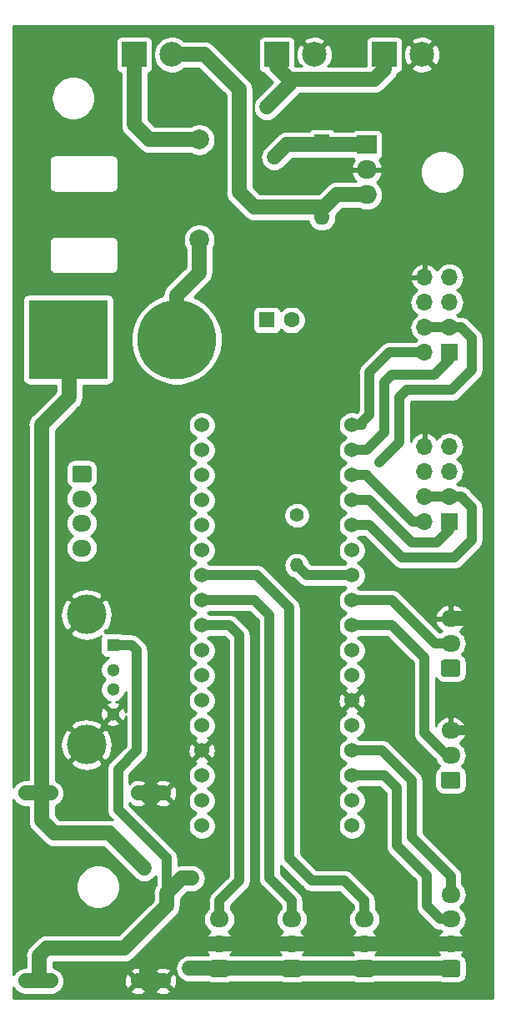
<source format=gbr>
G04 #@! TF.GenerationSoftware,KiCad,Pcbnew,(5.1.2)-1*
G04 #@! TF.CreationDate,2019-08-26T15:34:59+03:00*
G04 #@! TF.ProjectId,invaderBoard,696e7661-6465-4724-926f-6172642e6b69,rev?*
G04 #@! TF.SameCoordinates,Original*
G04 #@! TF.FileFunction,Copper,L1,Top*
G04 #@! TF.FilePolarity,Positive*
%FSLAX46Y46*%
G04 Gerber Fmt 4.6, Leading zero omitted, Abs format (unit mm)*
G04 Created by KiCad (PCBNEW (5.1.2)-1) date 2019-08-26 15:34:59*
%MOMM*%
%LPD*%
G04 APERTURE LIST*
%ADD10C,8.000000*%
%ADD11R,8.000000X8.000000*%
%ADD12C,1.524000*%
%ADD13O,1.950000X1.700000*%
%ADD14C,0.100000*%
%ADD15C,1.700000*%
%ADD16C,2.499360*%
%ADD17R,2.499360X2.499360*%
%ADD18C,2.000000*%
%ADD19C,1.600000*%
%ADD20R,1.600000X1.600000*%
%ADD21C,4.000000*%
%ADD22C,1.300000*%
%ADD23R,1.300000X1.300000*%
%ADD24O,1.600000X1.600000*%
%ADD25O,1.400000X1.400000*%
%ADD26C,1.400000*%
%ADD27O,2.000000X1.905000*%
%ADD28R,2.000000X1.905000*%
%ADD29O,1.700000X1.700000*%
%ADD30R,1.700000X1.700000*%
%ADD31C,0.800000*%
%ADD32C,1.524000*%
%ADD33C,1.016000*%
%ADD34C,0.254000*%
G04 APERTURE END LIST*
D10*
X223000000Y-67000000D03*
D11*
X212000000Y-67000000D03*
D12*
X240792000Y-75692000D03*
X240792000Y-78232000D03*
X240792000Y-80772000D03*
X240792000Y-83312000D03*
X240792000Y-85852000D03*
X240792000Y-88392000D03*
X240792000Y-90932000D03*
X240792000Y-93472000D03*
X240792000Y-96012000D03*
X240792000Y-98552000D03*
X240792000Y-101092000D03*
X240792000Y-103632000D03*
X240792000Y-106172000D03*
X240792000Y-108712000D03*
X240792000Y-111252000D03*
X240792000Y-113792000D03*
X240792000Y-116332000D03*
X225552000Y-116332000D03*
X225552000Y-113792000D03*
X225552000Y-111252000D03*
X225552000Y-108712000D03*
X225552000Y-106172000D03*
X225552000Y-103632000D03*
X225552000Y-101092000D03*
X225552000Y-98552000D03*
X225552000Y-96012000D03*
X225552000Y-93472000D03*
X225552000Y-90932000D03*
X225552000Y-88392000D03*
X225552000Y-85852000D03*
X225552000Y-83312000D03*
X225552000Y-80772000D03*
X225552000Y-78232000D03*
X225552000Y-75692000D03*
D13*
X242062000Y-125810000D03*
X242062000Y-128310000D03*
D14*
G36*
X242811504Y-129961204D02*
G01*
X242835773Y-129964804D01*
X242859571Y-129970765D01*
X242882671Y-129979030D01*
X242904849Y-129989520D01*
X242925893Y-130002133D01*
X242945598Y-130016747D01*
X242963777Y-130033223D01*
X242980253Y-130051402D01*
X242994867Y-130071107D01*
X243007480Y-130092151D01*
X243017970Y-130114329D01*
X243026235Y-130137429D01*
X243032196Y-130161227D01*
X243035796Y-130185496D01*
X243037000Y-130210000D01*
X243037000Y-131410000D01*
X243035796Y-131434504D01*
X243032196Y-131458773D01*
X243026235Y-131482571D01*
X243017970Y-131505671D01*
X243007480Y-131527849D01*
X242994867Y-131548893D01*
X242980253Y-131568598D01*
X242963777Y-131586777D01*
X242945598Y-131603253D01*
X242925893Y-131617867D01*
X242904849Y-131630480D01*
X242882671Y-131640970D01*
X242859571Y-131649235D01*
X242835773Y-131655196D01*
X242811504Y-131658796D01*
X242787000Y-131660000D01*
X241337000Y-131660000D01*
X241312496Y-131658796D01*
X241288227Y-131655196D01*
X241264429Y-131649235D01*
X241241329Y-131640970D01*
X241219151Y-131630480D01*
X241198107Y-131617867D01*
X241178402Y-131603253D01*
X241160223Y-131586777D01*
X241143747Y-131568598D01*
X241129133Y-131548893D01*
X241116520Y-131527849D01*
X241106030Y-131505671D01*
X241097765Y-131482571D01*
X241091804Y-131458773D01*
X241088204Y-131434504D01*
X241087000Y-131410000D01*
X241087000Y-130210000D01*
X241088204Y-130185496D01*
X241091804Y-130161227D01*
X241097765Y-130137429D01*
X241106030Y-130114329D01*
X241116520Y-130092151D01*
X241129133Y-130071107D01*
X241143747Y-130051402D01*
X241160223Y-130033223D01*
X241178402Y-130016747D01*
X241198107Y-130002133D01*
X241219151Y-129989520D01*
X241241329Y-129979030D01*
X241264429Y-129970765D01*
X241288227Y-129964804D01*
X241312496Y-129961204D01*
X241337000Y-129960000D01*
X242787000Y-129960000D01*
X242811504Y-129961204D01*
X242811504Y-129961204D01*
G37*
D15*
X242062000Y-130810000D03*
D16*
X222504000Y-38100000D03*
D17*
X218694000Y-38100000D03*
D18*
X225298000Y-56896000D03*
X225298000Y-46736000D03*
D13*
X250825000Y-123310000D03*
X250825000Y-125810000D03*
X250825000Y-128310000D03*
D14*
G36*
X251574504Y-129961204D02*
G01*
X251598773Y-129964804D01*
X251622571Y-129970765D01*
X251645671Y-129979030D01*
X251667849Y-129989520D01*
X251688893Y-130002133D01*
X251708598Y-130016747D01*
X251726777Y-130033223D01*
X251743253Y-130051402D01*
X251757867Y-130071107D01*
X251770480Y-130092151D01*
X251780970Y-130114329D01*
X251789235Y-130137429D01*
X251795196Y-130161227D01*
X251798796Y-130185496D01*
X251800000Y-130210000D01*
X251800000Y-131410000D01*
X251798796Y-131434504D01*
X251795196Y-131458773D01*
X251789235Y-131482571D01*
X251780970Y-131505671D01*
X251770480Y-131527849D01*
X251757867Y-131548893D01*
X251743253Y-131568598D01*
X251726777Y-131586777D01*
X251708598Y-131603253D01*
X251688893Y-131617867D01*
X251667849Y-131630480D01*
X251645671Y-131640970D01*
X251622571Y-131649235D01*
X251598773Y-131655196D01*
X251574504Y-131658796D01*
X251550000Y-131660000D01*
X250100000Y-131660000D01*
X250075496Y-131658796D01*
X250051227Y-131655196D01*
X250027429Y-131649235D01*
X250004329Y-131640970D01*
X249982151Y-131630480D01*
X249961107Y-131617867D01*
X249941402Y-131603253D01*
X249923223Y-131586777D01*
X249906747Y-131568598D01*
X249892133Y-131548893D01*
X249879520Y-131527849D01*
X249869030Y-131505671D01*
X249860765Y-131482571D01*
X249854804Y-131458773D01*
X249851204Y-131434504D01*
X249850000Y-131410000D01*
X249850000Y-130210000D01*
X249851204Y-130185496D01*
X249854804Y-130161227D01*
X249860765Y-130137429D01*
X249869030Y-130114329D01*
X249879520Y-130092151D01*
X249892133Y-130071107D01*
X249906747Y-130051402D01*
X249923223Y-130033223D01*
X249941402Y-130016747D01*
X249961107Y-130002133D01*
X249982151Y-129989520D01*
X250004329Y-129979030D01*
X250027429Y-129970765D01*
X250051227Y-129964804D01*
X250075496Y-129961204D01*
X250100000Y-129960000D01*
X251550000Y-129960000D01*
X251574504Y-129961204D01*
X251574504Y-129961204D01*
G37*
D15*
X250825000Y-130810000D03*
D13*
X234696000Y-125810000D03*
X234696000Y-128310000D03*
D14*
G36*
X235445504Y-129961204D02*
G01*
X235469773Y-129964804D01*
X235493571Y-129970765D01*
X235516671Y-129979030D01*
X235538849Y-129989520D01*
X235559893Y-130002133D01*
X235579598Y-130016747D01*
X235597777Y-130033223D01*
X235614253Y-130051402D01*
X235628867Y-130071107D01*
X235641480Y-130092151D01*
X235651970Y-130114329D01*
X235660235Y-130137429D01*
X235666196Y-130161227D01*
X235669796Y-130185496D01*
X235671000Y-130210000D01*
X235671000Y-131410000D01*
X235669796Y-131434504D01*
X235666196Y-131458773D01*
X235660235Y-131482571D01*
X235651970Y-131505671D01*
X235641480Y-131527849D01*
X235628867Y-131548893D01*
X235614253Y-131568598D01*
X235597777Y-131586777D01*
X235579598Y-131603253D01*
X235559893Y-131617867D01*
X235538849Y-131630480D01*
X235516671Y-131640970D01*
X235493571Y-131649235D01*
X235469773Y-131655196D01*
X235445504Y-131658796D01*
X235421000Y-131660000D01*
X233971000Y-131660000D01*
X233946496Y-131658796D01*
X233922227Y-131655196D01*
X233898429Y-131649235D01*
X233875329Y-131640970D01*
X233853151Y-131630480D01*
X233832107Y-131617867D01*
X233812402Y-131603253D01*
X233794223Y-131586777D01*
X233777747Y-131568598D01*
X233763133Y-131548893D01*
X233750520Y-131527849D01*
X233740030Y-131505671D01*
X233731765Y-131482571D01*
X233725804Y-131458773D01*
X233722204Y-131434504D01*
X233721000Y-131410000D01*
X233721000Y-130210000D01*
X233722204Y-130185496D01*
X233725804Y-130161227D01*
X233731765Y-130137429D01*
X233740030Y-130114329D01*
X233750520Y-130092151D01*
X233763133Y-130071107D01*
X233777747Y-130051402D01*
X233794223Y-130033223D01*
X233812402Y-130016747D01*
X233832107Y-130002133D01*
X233853151Y-129989520D01*
X233875329Y-129979030D01*
X233898429Y-129970765D01*
X233922227Y-129964804D01*
X233946496Y-129961204D01*
X233971000Y-129960000D01*
X235421000Y-129960000D01*
X235445504Y-129961204D01*
X235445504Y-129961204D01*
G37*
D15*
X234696000Y-130810000D03*
D13*
X227330000Y-125810000D03*
X227330000Y-128310000D03*
D14*
G36*
X228079504Y-129961204D02*
G01*
X228103773Y-129964804D01*
X228127571Y-129970765D01*
X228150671Y-129979030D01*
X228172849Y-129989520D01*
X228193893Y-130002133D01*
X228213598Y-130016747D01*
X228231777Y-130033223D01*
X228248253Y-130051402D01*
X228262867Y-130071107D01*
X228275480Y-130092151D01*
X228285970Y-130114329D01*
X228294235Y-130137429D01*
X228300196Y-130161227D01*
X228303796Y-130185496D01*
X228305000Y-130210000D01*
X228305000Y-131410000D01*
X228303796Y-131434504D01*
X228300196Y-131458773D01*
X228294235Y-131482571D01*
X228285970Y-131505671D01*
X228275480Y-131527849D01*
X228262867Y-131548893D01*
X228248253Y-131568598D01*
X228231777Y-131586777D01*
X228213598Y-131603253D01*
X228193893Y-131617867D01*
X228172849Y-131630480D01*
X228150671Y-131640970D01*
X228127571Y-131649235D01*
X228103773Y-131655196D01*
X228079504Y-131658796D01*
X228055000Y-131660000D01*
X226605000Y-131660000D01*
X226580496Y-131658796D01*
X226556227Y-131655196D01*
X226532429Y-131649235D01*
X226509329Y-131640970D01*
X226487151Y-131630480D01*
X226466107Y-131617867D01*
X226446402Y-131603253D01*
X226428223Y-131586777D01*
X226411747Y-131568598D01*
X226397133Y-131548893D01*
X226384520Y-131527849D01*
X226374030Y-131505671D01*
X226365765Y-131482571D01*
X226359804Y-131458773D01*
X226356204Y-131434504D01*
X226355000Y-131410000D01*
X226355000Y-130210000D01*
X226356204Y-130185496D01*
X226359804Y-130161227D01*
X226365765Y-130137429D01*
X226374030Y-130114329D01*
X226384520Y-130092151D01*
X226397133Y-130071107D01*
X226411747Y-130051402D01*
X226428223Y-130033223D01*
X226446402Y-130016747D01*
X226466107Y-130002133D01*
X226487151Y-129989520D01*
X226509329Y-129979030D01*
X226532429Y-129970765D01*
X226556227Y-129964804D01*
X226580496Y-129961204D01*
X226605000Y-129960000D01*
X228055000Y-129960000D01*
X228079504Y-129961204D01*
X228079504Y-129961204D01*
G37*
D15*
X227330000Y-130810000D03*
D13*
X250825000Y-106680000D03*
X250825000Y-109180000D03*
D14*
G36*
X251574504Y-110831204D02*
G01*
X251598773Y-110834804D01*
X251622571Y-110840765D01*
X251645671Y-110849030D01*
X251667849Y-110859520D01*
X251688893Y-110872133D01*
X251708598Y-110886747D01*
X251726777Y-110903223D01*
X251743253Y-110921402D01*
X251757867Y-110941107D01*
X251770480Y-110962151D01*
X251780970Y-110984329D01*
X251789235Y-111007429D01*
X251795196Y-111031227D01*
X251798796Y-111055496D01*
X251800000Y-111080000D01*
X251800000Y-112280000D01*
X251798796Y-112304504D01*
X251795196Y-112328773D01*
X251789235Y-112352571D01*
X251780970Y-112375671D01*
X251770480Y-112397849D01*
X251757867Y-112418893D01*
X251743253Y-112438598D01*
X251726777Y-112456777D01*
X251708598Y-112473253D01*
X251688893Y-112487867D01*
X251667849Y-112500480D01*
X251645671Y-112510970D01*
X251622571Y-112519235D01*
X251598773Y-112525196D01*
X251574504Y-112528796D01*
X251550000Y-112530000D01*
X250100000Y-112530000D01*
X250075496Y-112528796D01*
X250051227Y-112525196D01*
X250027429Y-112519235D01*
X250004329Y-112510970D01*
X249982151Y-112500480D01*
X249961107Y-112487867D01*
X249941402Y-112473253D01*
X249923223Y-112456777D01*
X249906747Y-112438598D01*
X249892133Y-112418893D01*
X249879520Y-112397849D01*
X249869030Y-112375671D01*
X249860765Y-112352571D01*
X249854804Y-112328773D01*
X249851204Y-112304504D01*
X249850000Y-112280000D01*
X249850000Y-111080000D01*
X249851204Y-111055496D01*
X249854804Y-111031227D01*
X249860765Y-111007429D01*
X249869030Y-110984329D01*
X249879520Y-110962151D01*
X249892133Y-110941107D01*
X249906747Y-110921402D01*
X249923223Y-110903223D01*
X249941402Y-110886747D01*
X249961107Y-110872133D01*
X249982151Y-110859520D01*
X250004329Y-110849030D01*
X250027429Y-110840765D01*
X250051227Y-110834804D01*
X250075496Y-110831204D01*
X250100000Y-110830000D01*
X251550000Y-110830000D01*
X251574504Y-110831204D01*
X251574504Y-110831204D01*
G37*
D15*
X250825000Y-111680000D03*
D13*
X250825000Y-95330000D03*
X250825000Y-97830000D03*
D14*
G36*
X251574504Y-99481204D02*
G01*
X251598773Y-99484804D01*
X251622571Y-99490765D01*
X251645671Y-99499030D01*
X251667849Y-99509520D01*
X251688893Y-99522133D01*
X251708598Y-99536747D01*
X251726777Y-99553223D01*
X251743253Y-99571402D01*
X251757867Y-99591107D01*
X251770480Y-99612151D01*
X251780970Y-99634329D01*
X251789235Y-99657429D01*
X251795196Y-99681227D01*
X251798796Y-99705496D01*
X251800000Y-99730000D01*
X251800000Y-100930000D01*
X251798796Y-100954504D01*
X251795196Y-100978773D01*
X251789235Y-101002571D01*
X251780970Y-101025671D01*
X251770480Y-101047849D01*
X251757867Y-101068893D01*
X251743253Y-101088598D01*
X251726777Y-101106777D01*
X251708598Y-101123253D01*
X251688893Y-101137867D01*
X251667849Y-101150480D01*
X251645671Y-101160970D01*
X251622571Y-101169235D01*
X251598773Y-101175196D01*
X251574504Y-101178796D01*
X251550000Y-101180000D01*
X250100000Y-101180000D01*
X250075496Y-101178796D01*
X250051227Y-101175196D01*
X250027429Y-101169235D01*
X250004329Y-101160970D01*
X249982151Y-101150480D01*
X249961107Y-101137867D01*
X249941402Y-101123253D01*
X249923223Y-101106777D01*
X249906747Y-101088598D01*
X249892133Y-101068893D01*
X249879520Y-101047849D01*
X249869030Y-101025671D01*
X249860765Y-101002571D01*
X249854804Y-100978773D01*
X249851204Y-100954504D01*
X249850000Y-100930000D01*
X249850000Y-99730000D01*
X249851204Y-99705496D01*
X249854804Y-99681227D01*
X249860765Y-99657429D01*
X249869030Y-99634329D01*
X249879520Y-99612151D01*
X249892133Y-99591107D01*
X249906747Y-99571402D01*
X249923223Y-99553223D01*
X249941402Y-99536747D01*
X249961107Y-99522133D01*
X249982151Y-99509520D01*
X250004329Y-99499030D01*
X250027429Y-99490765D01*
X250051227Y-99484804D01*
X250075496Y-99481204D01*
X250100000Y-99480000D01*
X251550000Y-99480000D01*
X251574504Y-99481204D01*
X251574504Y-99481204D01*
G37*
D15*
X250825000Y-100330000D03*
D16*
X236982000Y-38100000D03*
D17*
X233172000Y-38100000D03*
D16*
X247904000Y-38100000D03*
D17*
X244094000Y-38100000D03*
D19*
X234656000Y-65024000D03*
D20*
X232156000Y-65024000D03*
D21*
X213835000Y-108100000D03*
X213835000Y-94900000D03*
D22*
X216535000Y-105000000D03*
X216535000Y-102500000D03*
X216535000Y-100500000D03*
D23*
X216535000Y-98000000D03*
D24*
X237744000Y-54610000D03*
D20*
X237744000Y-46990000D03*
D12*
X221615000Y-113030000D03*
X219075000Y-113030000D03*
X210185000Y-113030000D03*
X207645000Y-113030000D03*
X221615000Y-132080000D03*
X219075000Y-132080000D03*
X210185000Y-132080000D03*
X207645000Y-132080000D03*
D25*
X232918000Y-53594000D03*
D26*
X232918000Y-48514000D03*
D25*
X235204000Y-89916000D03*
D26*
X235204000Y-84836000D03*
D27*
X242316000Y-52324000D03*
X242316000Y-49784000D03*
D28*
X242316000Y-47244000D03*
D29*
X248158000Y-77851000D03*
X250698000Y-77851000D03*
X248158000Y-80391000D03*
X250698000Y-80391000D03*
X248158000Y-82931000D03*
X250698000Y-82931000D03*
X248158000Y-85471000D03*
D30*
X250698000Y-85471000D03*
D29*
X248158000Y-60706000D03*
X250698000Y-60706000D03*
X248158000Y-63246000D03*
X250698000Y-63246000D03*
X248158000Y-65786000D03*
X250698000Y-65786000D03*
X248158000Y-68326000D03*
D30*
X250698000Y-68326000D03*
D13*
X213360000Y-88145000D03*
X213360000Y-85645000D03*
X213360000Y-83145000D03*
D14*
G36*
X214109504Y-79796204D02*
G01*
X214133773Y-79799804D01*
X214157571Y-79805765D01*
X214180671Y-79814030D01*
X214202849Y-79824520D01*
X214223893Y-79837133D01*
X214243598Y-79851747D01*
X214261777Y-79868223D01*
X214278253Y-79886402D01*
X214292867Y-79906107D01*
X214305480Y-79927151D01*
X214315970Y-79949329D01*
X214324235Y-79972429D01*
X214330196Y-79996227D01*
X214333796Y-80020496D01*
X214335000Y-80045000D01*
X214335000Y-81245000D01*
X214333796Y-81269504D01*
X214330196Y-81293773D01*
X214324235Y-81317571D01*
X214315970Y-81340671D01*
X214305480Y-81362849D01*
X214292867Y-81383893D01*
X214278253Y-81403598D01*
X214261777Y-81421777D01*
X214243598Y-81438253D01*
X214223893Y-81452867D01*
X214202849Y-81465480D01*
X214180671Y-81475970D01*
X214157571Y-81484235D01*
X214133773Y-81490196D01*
X214109504Y-81493796D01*
X214085000Y-81495000D01*
X212635000Y-81495000D01*
X212610496Y-81493796D01*
X212586227Y-81490196D01*
X212562429Y-81484235D01*
X212539329Y-81475970D01*
X212517151Y-81465480D01*
X212496107Y-81452867D01*
X212476402Y-81438253D01*
X212458223Y-81421777D01*
X212441747Y-81403598D01*
X212427133Y-81383893D01*
X212414520Y-81362849D01*
X212404030Y-81340671D01*
X212395765Y-81317571D01*
X212389804Y-81293773D01*
X212386204Y-81269504D01*
X212385000Y-81245000D01*
X212385000Y-80045000D01*
X212386204Y-80020496D01*
X212389804Y-79996227D01*
X212395765Y-79972429D01*
X212404030Y-79949329D01*
X212414520Y-79927151D01*
X212427133Y-79906107D01*
X212441747Y-79886402D01*
X212458223Y-79868223D01*
X212476402Y-79851747D01*
X212496107Y-79837133D01*
X212517151Y-79824520D01*
X212539329Y-79814030D01*
X212562429Y-79805765D01*
X212586227Y-79799804D01*
X212610496Y-79796204D01*
X212635000Y-79795000D01*
X214085000Y-79795000D01*
X214109504Y-79796204D01*
X214109504Y-79796204D01*
G37*
D15*
X213360000Y-80645000D03*
D31*
X232156000Y-43434000D03*
X224282000Y-130810000D03*
X219710000Y-120650000D03*
X209042000Y-122958000D03*
X224536000Y-121666000D03*
X243586000Y-79502000D03*
X235204000Y-47244000D03*
D32*
X223000000Y-67000000D02*
X223000000Y-62500000D01*
X225298000Y-60202000D02*
X225298000Y-59702000D01*
X223000000Y-62500000D02*
X225298000Y-60202000D01*
X225298000Y-56896000D02*
X225298000Y-59702000D01*
D33*
X207645000Y-113030000D02*
X208534000Y-113030000D01*
X208534000Y-113030000D02*
X210185000Y-113030000D01*
D32*
X233172000Y-38100000D02*
X233172000Y-39370000D01*
X233172000Y-39370000D02*
X234442000Y-40640000D01*
X234442000Y-40640000D02*
X243078000Y-40640000D01*
X244094000Y-39624000D02*
X244094000Y-38100000D01*
X243078000Y-40640000D02*
X244094000Y-39624000D01*
X250825000Y-130810000D02*
X242062000Y-130810000D01*
X242062000Y-130810000D02*
X234696000Y-130810000D01*
X234696000Y-130810000D02*
X227330000Y-130810000D01*
X234442000Y-40640000D02*
X234442000Y-41148000D01*
X234442000Y-41148000D02*
X232156000Y-43434000D01*
X209296000Y-112776000D02*
X209042000Y-113030000D01*
X212090000Y-72862440D02*
X209296000Y-75656440D01*
X212090000Y-69088000D02*
X212090000Y-72862440D01*
X210185000Y-113030000D02*
X209042000Y-113030000D01*
X209042000Y-113030000D02*
X207645000Y-113030000D01*
X227330000Y-130810000D02*
X224282000Y-130810000D01*
X209296000Y-115824000D02*
X209296000Y-112014000D01*
X210566000Y-117094000D02*
X209296000Y-115824000D01*
X216154000Y-117094000D02*
X210566000Y-117094000D01*
X219710000Y-120650000D02*
X216154000Y-117094000D01*
X209296000Y-75656440D02*
X209296000Y-112014000D01*
X209296000Y-112014000D02*
X209296000Y-112776000D01*
D33*
X250825000Y-106680000D02*
X253492000Y-106680000D01*
X253492000Y-106680000D02*
X253492000Y-96006000D01*
D32*
X219075000Y-113030000D02*
X221615000Y-113030000D01*
X220726000Y-132080000D02*
X221615000Y-132080000D01*
D33*
X253492000Y-106680000D02*
X253492000Y-127634000D01*
D32*
X250825000Y-128310000D02*
X242062000Y-128310000D01*
X242062000Y-128310000D02*
X234696000Y-128310000D01*
X234696000Y-128310000D02*
X227330000Y-128310000D01*
X250825000Y-128310000D02*
X252816000Y-128310000D01*
X253492000Y-127634000D02*
X252816000Y-128310000D01*
X253492000Y-103124000D02*
X253492000Y-96006000D01*
X253492000Y-127634000D02*
X253492000Y-103124000D01*
X252816000Y-95330000D02*
X253492000Y-96006000D01*
X252816000Y-95330000D02*
X250825000Y-95330000D01*
X219075000Y-132080000D02*
X219964000Y-132080000D01*
X219964000Y-132080000D02*
X220726000Y-132080000D01*
X221448000Y-128310000D02*
X227330000Y-128310000D01*
X219964000Y-132080000D02*
X219964000Y-129794000D01*
X219964000Y-129794000D02*
X221448000Y-128310000D01*
X209042000Y-132080000D02*
X210185000Y-132080000D01*
X207645000Y-132080000D02*
X209042000Y-132080000D01*
D33*
X218396000Y-98000000D02*
X216535000Y-98000000D01*
X218948000Y-108712000D02*
X218948000Y-98552000D01*
X218948000Y-98552000D02*
X218396000Y-98000000D01*
D32*
X224536000Y-121666000D02*
X223520000Y-121666000D01*
X207645000Y-132080000D02*
X210185000Y-132080000D01*
D33*
X217043000Y-110617000D02*
X217043000Y-114681000D01*
X217043000Y-110617000D02*
X218948000Y-108712000D01*
X221996000Y-119634000D02*
X221996000Y-123190000D01*
X217043000Y-114681000D02*
X221996000Y-119634000D01*
D32*
X223520000Y-121666000D02*
X221996000Y-123190000D01*
X221996000Y-124460000D02*
X221996000Y-123190000D01*
X217678000Y-128778000D02*
X221996000Y-124460000D01*
X209804000Y-128778000D02*
X217678000Y-128778000D01*
X209042000Y-132080000D02*
X209042000Y-129540000D01*
X209042000Y-129540000D02*
X209804000Y-128778000D01*
D33*
X248158000Y-65786000D02*
X250698000Y-65786000D01*
X251900081Y-65786000D02*
X252984000Y-66869919D01*
X250698000Y-65786000D02*
X251900081Y-65786000D01*
X252984000Y-66869919D02*
X252984000Y-70104000D01*
X252984000Y-70104000D02*
X250952000Y-72136000D01*
X250952000Y-72136000D02*
X246380000Y-72136000D01*
X246380000Y-72136000D02*
X245618000Y-72898000D01*
X245618000Y-72898000D02*
X245618000Y-77470000D01*
X245618000Y-77470000D02*
X243586000Y-79502000D01*
X241808000Y-75692000D02*
X241808000Y-75438000D01*
X241808000Y-75692000D02*
X240792000Y-75692000D01*
X241808000Y-75438000D02*
X242570000Y-74676000D01*
X242570000Y-74676000D02*
X242570000Y-70358000D01*
X244602000Y-68326000D02*
X248158000Y-68326000D01*
X242570000Y-70358000D02*
X244602000Y-68326000D01*
X242316000Y-78232000D02*
X240792000Y-78232000D01*
X250698000Y-68326000D02*
X250698000Y-69088000D01*
X250698000Y-69088000D02*
X249174000Y-70612000D01*
X249174000Y-70612000D02*
X244856000Y-70612000D01*
X244856000Y-70612000D02*
X244094000Y-71374000D01*
X244094000Y-71374000D02*
X244094000Y-76454000D01*
X244094000Y-76454000D02*
X242316000Y-78232000D01*
X245872000Y-89154000D02*
X242570000Y-85852000D01*
X251206000Y-89154000D02*
X245872000Y-89154000D01*
X250698000Y-82931000D02*
X251900081Y-82931000D01*
X251900081Y-82931000D02*
X252027081Y-83058000D01*
X252027081Y-83058000D02*
X252027081Y-83117081D01*
X242570000Y-85852000D02*
X240792000Y-85852000D01*
X252027081Y-83117081D02*
X252984000Y-84074000D01*
X252984000Y-84074000D02*
X252984000Y-87376000D01*
X252984000Y-87376000D02*
X251206000Y-89154000D01*
X248158000Y-82931000D02*
X250698000Y-82931000D01*
X246955919Y-85471000D02*
X248158000Y-85471000D01*
X242316000Y-80831081D02*
X246955919Y-85471000D01*
X240792000Y-80772000D02*
X242316000Y-80772000D01*
X242316000Y-80772000D02*
X242316000Y-80831081D01*
X242570000Y-83312000D02*
X240792000Y-83312000D01*
X246888000Y-87630000D02*
X242570000Y-83312000D01*
X249428000Y-87630000D02*
X246888000Y-87630000D01*
X250698000Y-85471000D02*
X250698000Y-86360000D01*
X250698000Y-86360000D02*
X249428000Y-87630000D01*
X242062000Y-123944000D02*
X240030000Y-121912000D01*
X242062000Y-125810000D02*
X242062000Y-123944000D01*
X240030000Y-121912000D02*
X236720000Y-121912000D01*
X236720000Y-121912000D02*
X234442000Y-119634000D01*
X234442000Y-119634000D02*
X234442000Y-94234000D01*
X231140000Y-90932000D02*
X225552000Y-90932000D01*
X234442000Y-94234000D02*
X231140000Y-90932000D01*
X250825000Y-97830000D02*
X249214000Y-97830000D01*
X244856000Y-93472000D02*
X245618000Y-94234000D01*
X240792000Y-93472000D02*
X244856000Y-93472000D01*
X249214000Y-97830000D02*
X245618000Y-94234000D01*
X228346000Y-96012000D02*
X225552000Y-96012000D01*
X227330000Y-123944000D02*
X227584000Y-123690000D01*
X227584000Y-123690000D02*
X227592000Y-123690000D01*
X227592000Y-123690000D02*
X229362000Y-121920000D01*
X227330000Y-125810000D02*
X227330000Y-123944000D01*
X229362000Y-121920000D02*
X229362000Y-97028000D01*
X229362000Y-97028000D02*
X228346000Y-96012000D01*
X234696000Y-123944000D02*
X232410000Y-121658000D01*
X234696000Y-125810000D02*
X234696000Y-123944000D01*
X232410000Y-121658000D02*
X232410000Y-94996000D01*
X230886000Y-93472000D02*
X225552000Y-93472000D01*
X232410000Y-94996000D02*
X230886000Y-93472000D01*
X248158000Y-106934000D02*
X248158000Y-99314000D01*
X250825000Y-109180000D02*
X250404000Y-109180000D01*
X250404000Y-109180000D02*
X248158000Y-106934000D01*
X244856000Y-96012000D02*
X245110000Y-96266000D01*
X240792000Y-96012000D02*
X244856000Y-96012000D01*
X248158000Y-99314000D02*
X245110000Y-96266000D01*
X243332000Y-108712000D02*
X240792000Y-108712000D01*
X243840000Y-108712000D02*
X243332000Y-108712000D01*
X246888000Y-111760000D02*
X243840000Y-108712000D01*
X246888000Y-117507000D02*
X246888000Y-111760000D01*
X250825000Y-121444000D02*
X246888000Y-117507000D01*
X250825000Y-123310000D02*
X250825000Y-121444000D01*
X250825000Y-125810000D02*
X249762000Y-125810000D01*
X249762000Y-125810000D02*
X248412000Y-124460000D01*
X248412000Y-124460000D02*
X248412000Y-121412000D01*
X248412000Y-121412000D02*
X245364000Y-118364000D01*
X245364000Y-118364000D02*
X245364000Y-112522000D01*
X245364000Y-112522000D02*
X244094000Y-111252000D01*
X244094000Y-111252000D02*
X240792000Y-111252000D01*
X239268000Y-52324000D02*
X237998000Y-53594000D01*
X237744000Y-53848000D02*
X237998000Y-53594000D01*
X237744000Y-54610000D02*
X237744000Y-53848000D01*
D32*
X222504000Y-38100000D02*
X225806000Y-38100000D01*
X225806000Y-38100000D02*
X229362000Y-41656000D01*
X229362000Y-41656000D02*
X229362000Y-52070000D01*
X230886000Y-53594000D02*
X232918000Y-53594000D01*
X229362000Y-52070000D02*
X230886000Y-53594000D01*
X232918000Y-53594000D02*
X237998000Y-53594000D01*
X242316000Y-52324000D02*
X239268000Y-52324000D01*
X239268000Y-52324000D02*
X237744000Y-53848000D01*
D33*
X237998000Y-47244000D02*
X237744000Y-46990000D01*
X239268000Y-47244000D02*
X234188000Y-47244000D01*
X239268000Y-47244000D02*
X237998000Y-47244000D01*
X242316000Y-47244000D02*
X239268000Y-47244000D01*
D32*
X242316000Y-47244000D02*
X234188000Y-47244000D01*
X232918000Y-48514000D02*
X234188000Y-47244000D01*
D33*
X236220000Y-90932000D02*
X235204000Y-89916000D01*
X240792000Y-90932000D02*
X236220000Y-90932000D01*
D32*
X218694000Y-41656000D02*
X218694000Y-38100000D01*
X218694000Y-45212000D02*
X218694000Y-41656000D01*
X220218000Y-46736000D02*
X218694000Y-45212000D01*
X225298000Y-46736000D02*
X220218000Y-46736000D01*
D34*
G36*
X255090000Y-133840000D02*
G01*
X206410000Y-133840000D01*
X206410000Y-132746224D01*
X206445307Y-132799065D01*
X206477817Y-132859887D01*
X206521571Y-132913201D01*
X206559880Y-132970535D01*
X206608636Y-133019291D01*
X206652392Y-133072608D01*
X206705709Y-133116364D01*
X206754465Y-133165120D01*
X206811799Y-133203429D01*
X206865113Y-133247183D01*
X206925935Y-133279693D01*
X206983273Y-133318005D01*
X207046988Y-133344397D01*
X207107805Y-133376904D01*
X207173792Y-133396921D01*
X207237510Y-133423314D01*
X207305153Y-133436769D01*
X207371140Y-133456786D01*
X207439765Y-133463545D01*
X207507408Y-133477000D01*
X208973375Y-133477000D01*
X209042000Y-133483759D01*
X209110625Y-133477000D01*
X210322592Y-133477000D01*
X210390235Y-133463545D01*
X210458860Y-133456786D01*
X210524847Y-133436769D01*
X210592490Y-133423314D01*
X210656208Y-133396921D01*
X210722195Y-133376904D01*
X210783012Y-133344397D01*
X210846727Y-133318005D01*
X210904065Y-133279693D01*
X210964887Y-133247183D01*
X211018201Y-133203429D01*
X211075535Y-133165120D01*
X211124291Y-133116364D01*
X211177608Y-133072608D01*
X211199801Y-133045565D01*
X218289040Y-133045565D01*
X218356020Y-133285656D01*
X218605048Y-133402756D01*
X218872135Y-133469023D01*
X219147017Y-133481910D01*
X219419133Y-133440922D01*
X219678023Y-133347636D01*
X219793980Y-133285656D01*
X219860960Y-133045565D01*
X220829040Y-133045565D01*
X220896020Y-133285656D01*
X221145048Y-133402756D01*
X221412135Y-133469023D01*
X221687017Y-133481910D01*
X221959133Y-133440922D01*
X222218023Y-133347636D01*
X222333980Y-133285656D01*
X222400960Y-133045565D01*
X221615000Y-132259605D01*
X220829040Y-133045565D01*
X219860960Y-133045565D01*
X219075000Y-132259605D01*
X218289040Y-133045565D01*
X211199801Y-133045565D01*
X211221364Y-133019291D01*
X211270120Y-132970535D01*
X211308429Y-132913201D01*
X211352183Y-132859887D01*
X211384693Y-132799065D01*
X211423005Y-132741727D01*
X211449397Y-132678012D01*
X211481904Y-132617195D01*
X211501921Y-132551208D01*
X211528314Y-132487490D01*
X211541769Y-132419847D01*
X211561786Y-132353860D01*
X211568545Y-132285235D01*
X211582000Y-132217592D01*
X211582000Y-132152017D01*
X217673090Y-132152017D01*
X217714078Y-132424133D01*
X217807364Y-132683023D01*
X217869344Y-132798980D01*
X218109435Y-132865960D01*
X218895395Y-132080000D01*
X219254605Y-132080000D01*
X220040565Y-132865960D01*
X220280656Y-132798980D01*
X220342079Y-132668356D01*
X220347364Y-132683023D01*
X220409344Y-132798980D01*
X220649435Y-132865960D01*
X221435395Y-132080000D01*
X221794605Y-132080000D01*
X222580565Y-132865960D01*
X222820656Y-132798980D01*
X222937756Y-132549952D01*
X223004023Y-132282865D01*
X223016910Y-132007983D01*
X222975922Y-131735867D01*
X222882636Y-131476977D01*
X222820656Y-131361020D01*
X222580565Y-131294040D01*
X221794605Y-132080000D01*
X221435395Y-132080000D01*
X220649435Y-131294040D01*
X220409344Y-131361020D01*
X220347921Y-131491644D01*
X220342636Y-131476977D01*
X220280656Y-131361020D01*
X220040565Y-131294040D01*
X219254605Y-132080000D01*
X218895395Y-132080000D01*
X218109435Y-131294040D01*
X217869344Y-131361020D01*
X217752244Y-131610048D01*
X217685977Y-131877135D01*
X217673090Y-132152017D01*
X211582000Y-132152017D01*
X211582000Y-132148624D01*
X211588759Y-132080000D01*
X211582000Y-132011375D01*
X211582000Y-131942408D01*
X211568545Y-131874765D01*
X211561786Y-131806140D01*
X211541769Y-131740153D01*
X211528314Y-131672510D01*
X211501921Y-131608792D01*
X211481904Y-131542805D01*
X211449397Y-131481988D01*
X211423005Y-131418273D01*
X211384693Y-131360935D01*
X211352183Y-131300113D01*
X211308429Y-131246799D01*
X211270120Y-131189465D01*
X211221364Y-131140709D01*
X211199802Y-131114435D01*
X218289040Y-131114435D01*
X219075000Y-131900395D01*
X219860960Y-131114435D01*
X220829040Y-131114435D01*
X221615000Y-131900395D01*
X222400960Y-131114435D01*
X222333980Y-130874344D01*
X222197145Y-130810000D01*
X222878241Y-130810000D01*
X222905214Y-131083860D01*
X222985096Y-131347195D01*
X223114817Y-131589887D01*
X223289392Y-131802608D01*
X223502113Y-131977183D01*
X223744805Y-132106904D01*
X224008140Y-132186786D01*
X224213375Y-132207000D01*
X226221237Y-132207000D01*
X226265150Y-132230472D01*
X226431746Y-132281008D01*
X226605000Y-132298072D01*
X228055000Y-132298072D01*
X228228254Y-132281008D01*
X228394850Y-132230472D01*
X228438763Y-132207000D01*
X233587237Y-132207000D01*
X233631150Y-132230472D01*
X233797746Y-132281008D01*
X233971000Y-132298072D01*
X235421000Y-132298072D01*
X235594254Y-132281008D01*
X235760850Y-132230472D01*
X235804763Y-132207000D01*
X240953237Y-132207000D01*
X240997150Y-132230472D01*
X241163746Y-132281008D01*
X241337000Y-132298072D01*
X242787000Y-132298072D01*
X242960254Y-132281008D01*
X243126850Y-132230472D01*
X243170763Y-132207000D01*
X249716237Y-132207000D01*
X249760150Y-132230472D01*
X249926746Y-132281008D01*
X250100000Y-132298072D01*
X251550000Y-132298072D01*
X251723254Y-132281008D01*
X251889850Y-132230472D01*
X252043386Y-132148405D01*
X252177962Y-132037962D01*
X252288405Y-131903386D01*
X252370472Y-131749850D01*
X252421008Y-131583254D01*
X252438072Y-131410000D01*
X252438072Y-130210000D01*
X252421008Y-130036746D01*
X252370472Y-129870150D01*
X252288405Y-129716614D01*
X252177962Y-129582038D01*
X252043386Y-129471595D01*
X251938039Y-129415286D01*
X251959429Y-129399049D01*
X252152496Y-129181193D01*
X252299352Y-128929858D01*
X252391476Y-128666890D01*
X252270155Y-128437000D01*
X250952000Y-128437000D01*
X250952000Y-128457000D01*
X250698000Y-128457000D01*
X250698000Y-128437000D01*
X249379845Y-128437000D01*
X249258524Y-128666890D01*
X249350648Y-128929858D01*
X249497504Y-129181193D01*
X249690571Y-129399049D01*
X249708949Y-129413000D01*
X243178051Y-129413000D01*
X243196429Y-129399049D01*
X243389496Y-129181193D01*
X243536352Y-128929858D01*
X243628476Y-128666890D01*
X243507155Y-128437000D01*
X242189000Y-128437000D01*
X242189000Y-128457000D01*
X241935000Y-128457000D01*
X241935000Y-128437000D01*
X240616845Y-128437000D01*
X240495524Y-128666890D01*
X240587648Y-128929858D01*
X240734504Y-129181193D01*
X240927571Y-129399049D01*
X240945949Y-129413000D01*
X235812051Y-129413000D01*
X235830429Y-129399049D01*
X236023496Y-129181193D01*
X236170352Y-128929858D01*
X236262476Y-128666890D01*
X236141155Y-128437000D01*
X234823000Y-128437000D01*
X234823000Y-128457000D01*
X234569000Y-128457000D01*
X234569000Y-128437000D01*
X233250845Y-128437000D01*
X233129524Y-128666890D01*
X233221648Y-128929858D01*
X233368504Y-129181193D01*
X233561571Y-129399049D01*
X233579949Y-129413000D01*
X228446051Y-129413000D01*
X228464429Y-129399049D01*
X228657496Y-129181193D01*
X228804352Y-128929858D01*
X228896476Y-128666890D01*
X228775155Y-128437000D01*
X227457000Y-128437000D01*
X227457000Y-128457000D01*
X227203000Y-128457000D01*
X227203000Y-128437000D01*
X225884845Y-128437000D01*
X225763524Y-128666890D01*
X225855648Y-128929858D01*
X226002504Y-129181193D01*
X226195571Y-129399049D01*
X226213949Y-129413000D01*
X224213375Y-129413000D01*
X224008140Y-129433214D01*
X223744805Y-129513096D01*
X223502113Y-129642817D01*
X223289392Y-129817392D01*
X223114817Y-130030113D01*
X222985096Y-130272805D01*
X222905214Y-130536140D01*
X222878241Y-130810000D01*
X222197145Y-130810000D01*
X222084952Y-130757244D01*
X221817865Y-130690977D01*
X221542983Y-130678090D01*
X221270867Y-130719078D01*
X221011977Y-130812364D01*
X220896020Y-130874344D01*
X220829040Y-131114435D01*
X219860960Y-131114435D01*
X219793980Y-130874344D01*
X219544952Y-130757244D01*
X219277865Y-130690977D01*
X219002983Y-130678090D01*
X218730867Y-130719078D01*
X218471977Y-130812364D01*
X218356020Y-130874344D01*
X218289040Y-131114435D01*
X211199802Y-131114435D01*
X211177608Y-131087392D01*
X211124291Y-131043636D01*
X211075535Y-130994880D01*
X211018201Y-130956571D01*
X210964887Y-130912817D01*
X210904065Y-130880307D01*
X210846727Y-130841995D01*
X210783012Y-130815603D01*
X210722195Y-130783096D01*
X210656208Y-130763079D01*
X210592490Y-130736686D01*
X210524847Y-130723231D01*
X210458860Y-130703214D01*
X210439000Y-130701258D01*
X210439000Y-130175000D01*
X217609375Y-130175000D01*
X217678000Y-130181759D01*
X217746625Y-130175000D01*
X217951860Y-130154786D01*
X218215195Y-130074904D01*
X218457887Y-129945183D01*
X218670608Y-129770608D01*
X218714364Y-129717291D01*
X222935307Y-125496350D01*
X222988607Y-125452608D01*
X223163183Y-125239887D01*
X223292904Y-124997195D01*
X223372786Y-124733860D01*
X223388994Y-124569294D01*
X223399759Y-124460001D01*
X223393000Y-124391376D01*
X223393000Y-123768656D01*
X224098656Y-123063000D01*
X224604625Y-123063000D01*
X224809860Y-123042786D01*
X225073195Y-122962904D01*
X225315887Y-122833183D01*
X225528608Y-122658608D01*
X225703183Y-122445887D01*
X225832904Y-122203195D01*
X225912786Y-121939860D01*
X225939759Y-121666000D01*
X225912786Y-121392140D01*
X225832904Y-121128805D01*
X225703183Y-120886113D01*
X225528608Y-120673392D01*
X225315887Y-120498817D01*
X225073195Y-120369096D01*
X224809860Y-120289214D01*
X224604625Y-120269000D01*
X223588624Y-120269000D01*
X223519999Y-120262241D01*
X223283453Y-120285539D01*
X223246140Y-120289214D01*
X223139000Y-120321715D01*
X223139000Y-119690139D01*
X223144529Y-119634000D01*
X223139000Y-119577861D01*
X223139000Y-119577854D01*
X223122461Y-119409933D01*
X223057103Y-119194477D01*
X222950968Y-118995911D01*
X222808133Y-118821867D01*
X222764522Y-118786076D01*
X218186000Y-114207555D01*
X218186000Y-114098608D01*
X218289041Y-113995567D01*
X218356020Y-114235656D01*
X218605048Y-114352756D01*
X218872135Y-114419023D01*
X219147017Y-114431910D01*
X219419133Y-114390922D01*
X219678023Y-114297636D01*
X219793980Y-114235656D01*
X219860960Y-113995565D01*
X220829040Y-113995565D01*
X220896020Y-114235656D01*
X221145048Y-114352756D01*
X221412135Y-114419023D01*
X221687017Y-114431910D01*
X221959133Y-114390922D01*
X222218023Y-114297636D01*
X222333980Y-114235656D01*
X222400960Y-113995565D01*
X221615000Y-113209605D01*
X220829040Y-113995565D01*
X219860960Y-113995565D01*
X219075000Y-113209605D01*
X219060858Y-113223748D01*
X218881253Y-113044143D01*
X218895395Y-113030000D01*
X219254605Y-113030000D01*
X220040565Y-113815960D01*
X220280656Y-113748980D01*
X220342079Y-113618356D01*
X220347364Y-113633023D01*
X220409344Y-113748980D01*
X220649435Y-113815960D01*
X221435395Y-113030000D01*
X221794605Y-113030000D01*
X222580565Y-113815960D01*
X222820656Y-113748980D01*
X222937756Y-113499952D01*
X223004023Y-113232865D01*
X223016910Y-112957983D01*
X222975922Y-112685867D01*
X222882636Y-112426977D01*
X222820656Y-112311020D01*
X222580565Y-112244040D01*
X221794605Y-113030000D01*
X221435395Y-113030000D01*
X220649435Y-112244040D01*
X220409344Y-112311020D01*
X220347921Y-112441644D01*
X220342636Y-112426977D01*
X220280656Y-112311020D01*
X220040565Y-112244040D01*
X219254605Y-113030000D01*
X218895395Y-113030000D01*
X218881253Y-113015858D01*
X219060858Y-112836253D01*
X219075000Y-112850395D01*
X219860960Y-112064435D01*
X220829040Y-112064435D01*
X221615000Y-112850395D01*
X222400960Y-112064435D01*
X222333980Y-111824344D01*
X222084952Y-111707244D01*
X221817865Y-111640977D01*
X221542983Y-111628090D01*
X221270867Y-111669078D01*
X221011977Y-111762364D01*
X220896020Y-111824344D01*
X220829040Y-112064435D01*
X219860960Y-112064435D01*
X219793980Y-111824344D01*
X219544952Y-111707244D01*
X219277865Y-111640977D01*
X219002983Y-111628090D01*
X218730867Y-111669078D01*
X218471977Y-111762364D01*
X218356020Y-111824344D01*
X218289041Y-112064433D01*
X218186000Y-111961392D01*
X218186000Y-111114408D01*
X224155000Y-111114408D01*
X224155000Y-111389592D01*
X224208686Y-111659490D01*
X224313995Y-111913727D01*
X224466880Y-112142535D01*
X224661465Y-112337120D01*
X224890273Y-112490005D01*
X224967515Y-112522000D01*
X224890273Y-112553995D01*
X224661465Y-112706880D01*
X224466880Y-112901465D01*
X224313995Y-113130273D01*
X224208686Y-113384510D01*
X224155000Y-113654408D01*
X224155000Y-113929592D01*
X224208686Y-114199490D01*
X224313995Y-114453727D01*
X224466880Y-114682535D01*
X224661465Y-114877120D01*
X224890273Y-115030005D01*
X224967515Y-115062000D01*
X224890273Y-115093995D01*
X224661465Y-115246880D01*
X224466880Y-115441465D01*
X224313995Y-115670273D01*
X224208686Y-115924510D01*
X224155000Y-116194408D01*
X224155000Y-116469592D01*
X224208686Y-116739490D01*
X224313995Y-116993727D01*
X224466880Y-117222535D01*
X224661465Y-117417120D01*
X224890273Y-117570005D01*
X225144510Y-117675314D01*
X225414408Y-117729000D01*
X225689592Y-117729000D01*
X225959490Y-117675314D01*
X226213727Y-117570005D01*
X226442535Y-117417120D01*
X226637120Y-117222535D01*
X226790005Y-116993727D01*
X226895314Y-116739490D01*
X226949000Y-116469592D01*
X226949000Y-116194408D01*
X226895314Y-115924510D01*
X226790005Y-115670273D01*
X226637120Y-115441465D01*
X226442535Y-115246880D01*
X226213727Y-115093995D01*
X226136485Y-115062000D01*
X226213727Y-115030005D01*
X226442535Y-114877120D01*
X226637120Y-114682535D01*
X226790005Y-114453727D01*
X226895314Y-114199490D01*
X226949000Y-113929592D01*
X226949000Y-113654408D01*
X226895314Y-113384510D01*
X226790005Y-113130273D01*
X226637120Y-112901465D01*
X226442535Y-112706880D01*
X226213727Y-112553995D01*
X226136485Y-112522000D01*
X226213727Y-112490005D01*
X226442535Y-112337120D01*
X226637120Y-112142535D01*
X226790005Y-111913727D01*
X226895314Y-111659490D01*
X226949000Y-111389592D01*
X226949000Y-111114408D01*
X226895314Y-110844510D01*
X226790005Y-110590273D01*
X226637120Y-110361465D01*
X226442535Y-110166880D01*
X226213727Y-110013995D01*
X226142057Y-109984308D01*
X226155023Y-109979636D01*
X226270980Y-109917656D01*
X226337960Y-109677565D01*
X225552000Y-108891605D01*
X224766040Y-109677565D01*
X224833020Y-109917656D01*
X224968760Y-109981485D01*
X224890273Y-110013995D01*
X224661465Y-110166880D01*
X224466880Y-110361465D01*
X224313995Y-110590273D01*
X224208686Y-110844510D01*
X224155000Y-111114408D01*
X218186000Y-111114408D01*
X218186000Y-111090445D01*
X219716524Y-109559922D01*
X219760133Y-109524133D01*
X219902968Y-109350089D01*
X220009103Y-109151523D01*
X220074461Y-108936067D01*
X220089436Y-108784017D01*
X224150090Y-108784017D01*
X224191078Y-109056133D01*
X224284364Y-109315023D01*
X224346344Y-109430980D01*
X224586435Y-109497960D01*
X225372395Y-108712000D01*
X225731605Y-108712000D01*
X226517565Y-109497960D01*
X226757656Y-109430980D01*
X226874756Y-109181952D01*
X226941023Y-108914865D01*
X226953910Y-108639983D01*
X226912922Y-108367867D01*
X226819636Y-108108977D01*
X226757656Y-107993020D01*
X226517565Y-107926040D01*
X225731605Y-108712000D01*
X225372395Y-108712000D01*
X224586435Y-107926040D01*
X224346344Y-107993020D01*
X224229244Y-108242048D01*
X224162977Y-108509135D01*
X224150090Y-108784017D01*
X220089436Y-108784017D01*
X220091000Y-108768146D01*
X220091000Y-108768139D01*
X220096529Y-108712000D01*
X220091000Y-108655861D01*
X220091000Y-98608139D01*
X220096529Y-98552000D01*
X220091000Y-98495861D01*
X220091000Y-98495854D01*
X220074461Y-98327933D01*
X220056743Y-98269523D01*
X220051699Y-98252897D01*
X220009103Y-98112477D01*
X219902968Y-97913911D01*
X219760133Y-97739867D01*
X219716517Y-97704072D01*
X219243928Y-97231483D01*
X219208133Y-97187867D01*
X219034089Y-97045032D01*
X218835523Y-96938897D01*
X218620067Y-96873539D01*
X218452146Y-96857000D01*
X218452139Y-96857000D01*
X218396000Y-96851471D01*
X218339861Y-96857000D01*
X217585233Y-96857000D01*
X217539494Y-96819463D01*
X217429180Y-96760498D01*
X217309482Y-96724188D01*
X217185000Y-96711928D01*
X215885000Y-96711928D01*
X215760518Y-96724188D01*
X215751773Y-96726841D01*
X215796611Y-96682003D01*
X215682501Y-96567893D01*
X216049258Y-96351772D01*
X216289938Y-95891895D01*
X216436275Y-95393902D01*
X216482648Y-94876929D01*
X216427273Y-94360841D01*
X216272279Y-93865474D01*
X216049258Y-93448228D01*
X215682499Y-93232106D01*
X214014605Y-94900000D01*
X214028748Y-94914143D01*
X213849143Y-95093748D01*
X213835000Y-95079605D01*
X212167106Y-96747499D01*
X212383228Y-97114258D01*
X212843105Y-97354938D01*
X213341098Y-97501275D01*
X213858071Y-97547648D01*
X214374159Y-97492273D01*
X214869526Y-97337279D01*
X215286772Y-97114258D01*
X215332141Y-97037266D01*
X215295498Y-97105820D01*
X215259188Y-97225518D01*
X215246928Y-97350000D01*
X215246928Y-98650000D01*
X215259188Y-98774482D01*
X215295498Y-98894180D01*
X215354463Y-99004494D01*
X215433815Y-99101185D01*
X215530506Y-99180537D01*
X215640820Y-99239502D01*
X215760518Y-99275812D01*
X215885000Y-99288072D01*
X216102984Y-99288072D01*
X215926324Y-99361247D01*
X215715860Y-99501875D01*
X215536875Y-99680860D01*
X215396247Y-99891324D01*
X215299381Y-100125179D01*
X215250000Y-100373439D01*
X215250000Y-100626561D01*
X215299381Y-100874821D01*
X215396247Y-101108676D01*
X215536875Y-101319140D01*
X215715860Y-101498125D01*
X215718666Y-101500000D01*
X215715860Y-101501875D01*
X215536875Y-101680860D01*
X215396247Y-101891324D01*
X215299381Y-102125179D01*
X215250000Y-102373439D01*
X215250000Y-102626561D01*
X215299381Y-102874821D01*
X215396247Y-103108676D01*
X215536875Y-103319140D01*
X215715860Y-103498125D01*
X215926324Y-103638753D01*
X216160179Y-103735619D01*
X216223900Y-103748294D01*
X216208551Y-103750730D01*
X215971104Y-103838422D01*
X215882466Y-103885799D01*
X215829078Y-104114473D01*
X216535000Y-104820395D01*
X217240922Y-104114473D01*
X217187534Y-103885799D01*
X216957626Y-103779905D01*
X216834983Y-103750505D01*
X216909821Y-103735619D01*
X217143676Y-103638753D01*
X217354140Y-103498125D01*
X217533125Y-103319140D01*
X217673753Y-103108676D01*
X217770619Y-102874821D01*
X217805001Y-102701970D01*
X217805000Y-104804151D01*
X217784270Y-104673551D01*
X217696578Y-104436104D01*
X217649201Y-104347466D01*
X217420527Y-104294078D01*
X216714605Y-105000000D01*
X217420527Y-105705922D01*
X217649201Y-105652534D01*
X217755095Y-105422626D01*
X217805000Y-105214444D01*
X217805000Y-108238554D01*
X216274482Y-109769073D01*
X216230867Y-109804867D01*
X216088032Y-109978912D01*
X215981897Y-110177478D01*
X215945631Y-110297032D01*
X215932113Y-110341595D01*
X215916539Y-110392934D01*
X215900000Y-110560855D01*
X215900000Y-110560861D01*
X215894471Y-110617000D01*
X215900000Y-110673139D01*
X215900001Y-114624852D01*
X215894471Y-114681000D01*
X215916539Y-114905067D01*
X215973851Y-115093995D01*
X215981898Y-115120523D01*
X216088033Y-115319089D01*
X216230868Y-115493133D01*
X216274478Y-115528923D01*
X216477970Y-115732415D01*
X216427860Y-115717214D01*
X216222625Y-115697000D01*
X216154000Y-115690241D01*
X216085375Y-115697000D01*
X211144656Y-115697000D01*
X210693000Y-115245344D01*
X210693000Y-114335760D01*
X210722195Y-114326904D01*
X210783012Y-114294397D01*
X210846727Y-114268005D01*
X210904065Y-114229693D01*
X210964887Y-114197183D01*
X211018201Y-114153429D01*
X211075535Y-114115120D01*
X211124291Y-114066364D01*
X211177608Y-114022608D01*
X211221364Y-113969291D01*
X211270120Y-113920535D01*
X211308429Y-113863201D01*
X211352183Y-113809887D01*
X211384693Y-113749065D01*
X211423005Y-113691727D01*
X211449397Y-113628012D01*
X211481904Y-113567195D01*
X211501921Y-113501208D01*
X211528314Y-113437490D01*
X211541769Y-113369847D01*
X211561786Y-113303860D01*
X211568545Y-113235235D01*
X211582000Y-113167592D01*
X211582000Y-113098625D01*
X211588759Y-113030000D01*
X211582000Y-112961375D01*
X211582000Y-112892408D01*
X211568545Y-112824765D01*
X211561786Y-112756140D01*
X211541769Y-112690153D01*
X211528314Y-112622510D01*
X211501921Y-112558792D01*
X211481904Y-112492805D01*
X211449397Y-112431988D01*
X211423005Y-112368273D01*
X211384693Y-112310935D01*
X211352183Y-112250113D01*
X211308429Y-112196799D01*
X211270120Y-112139465D01*
X211221364Y-112090709D01*
X211177608Y-112037392D01*
X211124291Y-111993636D01*
X211075535Y-111944880D01*
X211018201Y-111906571D01*
X210964887Y-111862817D01*
X210904065Y-111830307D01*
X210846727Y-111791995D01*
X210783012Y-111765603D01*
X210722195Y-111733096D01*
X210693000Y-111724240D01*
X210693000Y-109947499D01*
X212167106Y-109947499D01*
X212383228Y-110314258D01*
X212843105Y-110554938D01*
X213341098Y-110701275D01*
X213858071Y-110747648D01*
X214374159Y-110692273D01*
X214869526Y-110537279D01*
X215286772Y-110314258D01*
X215502894Y-109947499D01*
X213835000Y-108279605D01*
X212167106Y-109947499D01*
X210693000Y-109947499D01*
X210693000Y-108123071D01*
X211187352Y-108123071D01*
X211242727Y-108639159D01*
X211397721Y-109134526D01*
X211620742Y-109551772D01*
X211987501Y-109767894D01*
X213655395Y-108100000D01*
X214014605Y-108100000D01*
X215682499Y-109767894D01*
X216049258Y-109551772D01*
X216289938Y-109091895D01*
X216436275Y-108593902D01*
X216482648Y-108076929D01*
X216427273Y-107560841D01*
X216272279Y-107065474D01*
X216049258Y-106648228D01*
X215682499Y-106432106D01*
X214014605Y-108100000D01*
X213655395Y-108100000D01*
X211987501Y-106432106D01*
X211620742Y-106648228D01*
X211380062Y-107108105D01*
X211233725Y-107606098D01*
X211187352Y-108123071D01*
X210693000Y-108123071D01*
X210693000Y-106252501D01*
X212167106Y-106252501D01*
X213835000Y-107920395D01*
X215502894Y-106252501D01*
X215286772Y-105885742D01*
X215286362Y-105885527D01*
X215829078Y-105885527D01*
X215882466Y-106114201D01*
X216112374Y-106220095D01*
X216358524Y-106279102D01*
X216611455Y-106288952D01*
X216861449Y-106249270D01*
X217098896Y-106161578D01*
X217187534Y-106114201D01*
X217240922Y-105885527D01*
X216535000Y-105179605D01*
X215829078Y-105885527D01*
X215286362Y-105885527D01*
X214826895Y-105645062D01*
X214328902Y-105498725D01*
X213811929Y-105452352D01*
X213295841Y-105507727D01*
X212800474Y-105662721D01*
X212383228Y-105885742D01*
X212167106Y-106252501D01*
X210693000Y-106252501D01*
X210693000Y-105076455D01*
X215246048Y-105076455D01*
X215285730Y-105326449D01*
X215373422Y-105563896D01*
X215420799Y-105652534D01*
X215649473Y-105705922D01*
X216355395Y-105000000D01*
X215649473Y-104294078D01*
X215420799Y-104347466D01*
X215314905Y-104577374D01*
X215255898Y-104823524D01*
X215246048Y-105076455D01*
X210693000Y-105076455D01*
X210693000Y-94923071D01*
X211187352Y-94923071D01*
X211242727Y-95439159D01*
X211397721Y-95934526D01*
X211620742Y-96351772D01*
X211987501Y-96567894D01*
X213655395Y-94900000D01*
X211987501Y-93232106D01*
X211620742Y-93448228D01*
X211380062Y-93908105D01*
X211233725Y-94406098D01*
X211187352Y-94923071D01*
X210693000Y-94923071D01*
X210693000Y-93052501D01*
X212167106Y-93052501D01*
X213835000Y-94720395D01*
X215502894Y-93052501D01*
X215286772Y-92685742D01*
X214826895Y-92445062D01*
X214328902Y-92298725D01*
X213811929Y-92252352D01*
X213295841Y-92307727D01*
X212800474Y-92462721D01*
X212383228Y-92685742D01*
X212167106Y-93052501D01*
X210693000Y-93052501D01*
X210693000Y-83145000D01*
X211742815Y-83145000D01*
X211771487Y-83436111D01*
X211856401Y-83716034D01*
X211994294Y-83974014D01*
X212179866Y-84200134D01*
X212405986Y-84385706D01*
X212423374Y-84395000D01*
X212405986Y-84404294D01*
X212179866Y-84589866D01*
X211994294Y-84815986D01*
X211856401Y-85073966D01*
X211771487Y-85353889D01*
X211742815Y-85645000D01*
X211771487Y-85936111D01*
X211856401Y-86216034D01*
X211994294Y-86474014D01*
X212179866Y-86700134D01*
X212405986Y-86885706D01*
X212423374Y-86895000D01*
X212405986Y-86904294D01*
X212179866Y-87089866D01*
X211994294Y-87315986D01*
X211856401Y-87573966D01*
X211771487Y-87853889D01*
X211742815Y-88145000D01*
X211771487Y-88436111D01*
X211856401Y-88716034D01*
X211994294Y-88974014D01*
X212179866Y-89200134D01*
X212405986Y-89385706D01*
X212663966Y-89523599D01*
X212943889Y-89608513D01*
X213162050Y-89630000D01*
X213557950Y-89630000D01*
X213776111Y-89608513D01*
X214056034Y-89523599D01*
X214314014Y-89385706D01*
X214540134Y-89200134D01*
X214725706Y-88974014D01*
X214863599Y-88716034D01*
X214948513Y-88436111D01*
X214977185Y-88145000D01*
X214948513Y-87853889D01*
X214863599Y-87573966D01*
X214725706Y-87315986D01*
X214540134Y-87089866D01*
X214314014Y-86904294D01*
X214296626Y-86895000D01*
X214314014Y-86885706D01*
X214540134Y-86700134D01*
X214725706Y-86474014D01*
X214863599Y-86216034D01*
X214948513Y-85936111D01*
X214977185Y-85645000D01*
X214948513Y-85353889D01*
X214863599Y-85073966D01*
X214725706Y-84815986D01*
X214540134Y-84589866D01*
X214314014Y-84404294D01*
X214296626Y-84395000D01*
X214314014Y-84385706D01*
X214540134Y-84200134D01*
X214725706Y-83974014D01*
X214863599Y-83716034D01*
X214948513Y-83436111D01*
X214977185Y-83145000D01*
X214948513Y-82853889D01*
X214863599Y-82573966D01*
X214725706Y-82315986D01*
X214540134Y-82089866D01*
X214476663Y-82037777D01*
X214578386Y-81983405D01*
X214712962Y-81872962D01*
X214823405Y-81738386D01*
X214905472Y-81584850D01*
X214956008Y-81418254D01*
X214973072Y-81245000D01*
X214973072Y-80045000D01*
X214956008Y-79871746D01*
X214905472Y-79705150D01*
X214823405Y-79551614D01*
X214712962Y-79417038D01*
X214578386Y-79306595D01*
X214424850Y-79224528D01*
X214258254Y-79173992D01*
X214085000Y-79156928D01*
X212635000Y-79156928D01*
X212461746Y-79173992D01*
X212295150Y-79224528D01*
X212141614Y-79306595D01*
X212007038Y-79417038D01*
X211896595Y-79551614D01*
X211814528Y-79705150D01*
X211763992Y-79871746D01*
X211746928Y-80045000D01*
X211746928Y-81245000D01*
X211763992Y-81418254D01*
X211814528Y-81584850D01*
X211896595Y-81738386D01*
X212007038Y-81872962D01*
X212141614Y-81983405D01*
X212243337Y-82037777D01*
X212179866Y-82089866D01*
X211994294Y-82315986D01*
X211856401Y-82573966D01*
X211771487Y-82853889D01*
X211742815Y-83145000D01*
X210693000Y-83145000D01*
X210693000Y-76235095D01*
X211373687Y-75554408D01*
X224155000Y-75554408D01*
X224155000Y-75829592D01*
X224208686Y-76099490D01*
X224313995Y-76353727D01*
X224466880Y-76582535D01*
X224661465Y-76777120D01*
X224890273Y-76930005D01*
X224967515Y-76962000D01*
X224890273Y-76993995D01*
X224661465Y-77146880D01*
X224466880Y-77341465D01*
X224313995Y-77570273D01*
X224208686Y-77824510D01*
X224155000Y-78094408D01*
X224155000Y-78369592D01*
X224208686Y-78639490D01*
X224313995Y-78893727D01*
X224466880Y-79122535D01*
X224661465Y-79317120D01*
X224890273Y-79470005D01*
X224967515Y-79502000D01*
X224890273Y-79533995D01*
X224661465Y-79686880D01*
X224466880Y-79881465D01*
X224313995Y-80110273D01*
X224208686Y-80364510D01*
X224155000Y-80634408D01*
X224155000Y-80909592D01*
X224208686Y-81179490D01*
X224313995Y-81433727D01*
X224466880Y-81662535D01*
X224661465Y-81857120D01*
X224890273Y-82010005D01*
X224967515Y-82042000D01*
X224890273Y-82073995D01*
X224661465Y-82226880D01*
X224466880Y-82421465D01*
X224313995Y-82650273D01*
X224208686Y-82904510D01*
X224155000Y-83174408D01*
X224155000Y-83449592D01*
X224208686Y-83719490D01*
X224313995Y-83973727D01*
X224466880Y-84202535D01*
X224661465Y-84397120D01*
X224890273Y-84550005D01*
X224967515Y-84582000D01*
X224890273Y-84613995D01*
X224661465Y-84766880D01*
X224466880Y-84961465D01*
X224313995Y-85190273D01*
X224208686Y-85444510D01*
X224155000Y-85714408D01*
X224155000Y-85989592D01*
X224208686Y-86259490D01*
X224313995Y-86513727D01*
X224466880Y-86742535D01*
X224661465Y-86937120D01*
X224890273Y-87090005D01*
X224967515Y-87122000D01*
X224890273Y-87153995D01*
X224661465Y-87306880D01*
X224466880Y-87501465D01*
X224313995Y-87730273D01*
X224208686Y-87984510D01*
X224155000Y-88254408D01*
X224155000Y-88529592D01*
X224208686Y-88799490D01*
X224313995Y-89053727D01*
X224466880Y-89282535D01*
X224661465Y-89477120D01*
X224890273Y-89630005D01*
X224967515Y-89662000D01*
X224890273Y-89693995D01*
X224661465Y-89846880D01*
X224466880Y-90041465D01*
X224313995Y-90270273D01*
X224208686Y-90524510D01*
X224155000Y-90794408D01*
X224155000Y-91069592D01*
X224208686Y-91339490D01*
X224313995Y-91593727D01*
X224466880Y-91822535D01*
X224661465Y-92017120D01*
X224890273Y-92170005D01*
X224967515Y-92202000D01*
X224890273Y-92233995D01*
X224661465Y-92386880D01*
X224466880Y-92581465D01*
X224313995Y-92810273D01*
X224208686Y-93064510D01*
X224155000Y-93334408D01*
X224155000Y-93609592D01*
X224208686Y-93879490D01*
X224313995Y-94133727D01*
X224466880Y-94362535D01*
X224661465Y-94557120D01*
X224890273Y-94710005D01*
X224967515Y-94742000D01*
X224890273Y-94773995D01*
X224661465Y-94926880D01*
X224466880Y-95121465D01*
X224313995Y-95350273D01*
X224208686Y-95604510D01*
X224155000Y-95874408D01*
X224155000Y-96149592D01*
X224208686Y-96419490D01*
X224313995Y-96673727D01*
X224466880Y-96902535D01*
X224661465Y-97097120D01*
X224890273Y-97250005D01*
X224967515Y-97282000D01*
X224890273Y-97313995D01*
X224661465Y-97466880D01*
X224466880Y-97661465D01*
X224313995Y-97890273D01*
X224208686Y-98144510D01*
X224155000Y-98414408D01*
X224155000Y-98689592D01*
X224208686Y-98959490D01*
X224313995Y-99213727D01*
X224466880Y-99442535D01*
X224661465Y-99637120D01*
X224890273Y-99790005D01*
X224967515Y-99822000D01*
X224890273Y-99853995D01*
X224661465Y-100006880D01*
X224466880Y-100201465D01*
X224313995Y-100430273D01*
X224208686Y-100684510D01*
X224155000Y-100954408D01*
X224155000Y-101229592D01*
X224208686Y-101499490D01*
X224313995Y-101753727D01*
X224466880Y-101982535D01*
X224661465Y-102177120D01*
X224890273Y-102330005D01*
X224967515Y-102362000D01*
X224890273Y-102393995D01*
X224661465Y-102546880D01*
X224466880Y-102741465D01*
X224313995Y-102970273D01*
X224208686Y-103224510D01*
X224155000Y-103494408D01*
X224155000Y-103769592D01*
X224208686Y-104039490D01*
X224313995Y-104293727D01*
X224466880Y-104522535D01*
X224661465Y-104717120D01*
X224890273Y-104870005D01*
X224967515Y-104902000D01*
X224890273Y-104933995D01*
X224661465Y-105086880D01*
X224466880Y-105281465D01*
X224313995Y-105510273D01*
X224208686Y-105764510D01*
X224155000Y-106034408D01*
X224155000Y-106309592D01*
X224208686Y-106579490D01*
X224313995Y-106833727D01*
X224466880Y-107062535D01*
X224661465Y-107257120D01*
X224890273Y-107410005D01*
X224961943Y-107439692D01*
X224948977Y-107444364D01*
X224833020Y-107506344D01*
X224766040Y-107746435D01*
X225552000Y-108532395D01*
X226337960Y-107746435D01*
X226270980Y-107506344D01*
X226135240Y-107442515D01*
X226213727Y-107410005D01*
X226442535Y-107257120D01*
X226637120Y-107062535D01*
X226790005Y-106833727D01*
X226895314Y-106579490D01*
X226949000Y-106309592D01*
X226949000Y-106034408D01*
X226895314Y-105764510D01*
X226790005Y-105510273D01*
X226637120Y-105281465D01*
X226442535Y-105086880D01*
X226213727Y-104933995D01*
X226136485Y-104902000D01*
X226213727Y-104870005D01*
X226442535Y-104717120D01*
X226637120Y-104522535D01*
X226790005Y-104293727D01*
X226895314Y-104039490D01*
X226949000Y-103769592D01*
X226949000Y-103494408D01*
X226895314Y-103224510D01*
X226790005Y-102970273D01*
X226637120Y-102741465D01*
X226442535Y-102546880D01*
X226213727Y-102393995D01*
X226136485Y-102362000D01*
X226213727Y-102330005D01*
X226442535Y-102177120D01*
X226637120Y-101982535D01*
X226790005Y-101753727D01*
X226895314Y-101499490D01*
X226949000Y-101229592D01*
X226949000Y-100954408D01*
X226895314Y-100684510D01*
X226790005Y-100430273D01*
X226637120Y-100201465D01*
X226442535Y-100006880D01*
X226213727Y-99853995D01*
X226136485Y-99822000D01*
X226213727Y-99790005D01*
X226442535Y-99637120D01*
X226637120Y-99442535D01*
X226790005Y-99213727D01*
X226895314Y-98959490D01*
X226949000Y-98689592D01*
X226949000Y-98414408D01*
X226895314Y-98144510D01*
X226790005Y-97890273D01*
X226637120Y-97661465D01*
X226442535Y-97466880D01*
X226213727Y-97313995D01*
X226136485Y-97282000D01*
X226213727Y-97250005D01*
X226355912Y-97155000D01*
X227872555Y-97155000D01*
X228219001Y-97501447D01*
X228219000Y-121446554D01*
X226860096Y-122805459D01*
X226771867Y-122877867D01*
X226736076Y-122921478D01*
X226561477Y-123096078D01*
X226517868Y-123131867D01*
X226375033Y-123305911D01*
X226342837Y-123366146D01*
X226268898Y-123504477D01*
X226203539Y-123719933D01*
X226181471Y-123944000D01*
X226187001Y-124000148D01*
X226187001Y-124724390D01*
X226149866Y-124754866D01*
X225964294Y-124980986D01*
X225826401Y-125238966D01*
X225741487Y-125518889D01*
X225712815Y-125810000D01*
X225741487Y-126101111D01*
X225826401Y-126381034D01*
X225964294Y-126639014D01*
X226149866Y-126865134D01*
X226375986Y-127050706D01*
X226401722Y-127064462D01*
X226195571Y-127220951D01*
X226002504Y-127438807D01*
X225855648Y-127690142D01*
X225763524Y-127953110D01*
X225884845Y-128183000D01*
X227203000Y-128183000D01*
X227203000Y-128163000D01*
X227457000Y-128163000D01*
X227457000Y-128183000D01*
X228775155Y-128183000D01*
X228896476Y-127953110D01*
X228804352Y-127690142D01*
X228657496Y-127438807D01*
X228464429Y-127220951D01*
X228258278Y-127064462D01*
X228284014Y-127050706D01*
X228510134Y-126865134D01*
X228695706Y-126639014D01*
X228833599Y-126381034D01*
X228918513Y-126101111D01*
X228947185Y-125810000D01*
X228918513Y-125518889D01*
X228833599Y-125238966D01*
X228695706Y-124980986D01*
X228510134Y-124754866D01*
X228473000Y-124724391D01*
X228473000Y-124425445D01*
X230130524Y-122767922D01*
X230174133Y-122732133D01*
X230316968Y-122558089D01*
X230423103Y-122359523D01*
X230472285Y-122197392D01*
X230488461Y-122144068D01*
X230494565Y-122082089D01*
X230505000Y-121976146D01*
X230505000Y-121976140D01*
X230510529Y-121920001D01*
X230505000Y-121863862D01*
X230505000Y-97084139D01*
X230510529Y-97028000D01*
X230505000Y-96971861D01*
X230505000Y-96971854D01*
X230488461Y-96803933D01*
X230423103Y-96588477D01*
X230316968Y-96389911D01*
X230215276Y-96266000D01*
X230209924Y-96259478D01*
X230209923Y-96259477D01*
X230174133Y-96215867D01*
X230130523Y-96180077D01*
X229193927Y-95243482D01*
X229158133Y-95199867D01*
X228984089Y-95057032D01*
X228785523Y-94950897D01*
X228570067Y-94885539D01*
X228402146Y-94869000D01*
X228402139Y-94869000D01*
X228346000Y-94863471D01*
X228289861Y-94869000D01*
X226355912Y-94869000D01*
X226213727Y-94773995D01*
X226136485Y-94742000D01*
X226213727Y-94710005D01*
X226355912Y-94615000D01*
X230412555Y-94615000D01*
X231267001Y-95469447D01*
X231267000Y-121601861D01*
X231261471Y-121658000D01*
X231267000Y-121714139D01*
X231267000Y-121714145D01*
X231283539Y-121882066D01*
X231348897Y-122097522D01*
X231455032Y-122296088D01*
X231597867Y-122470133D01*
X231641482Y-122505927D01*
X233553001Y-124417447D01*
X233553001Y-124724390D01*
X233515866Y-124754866D01*
X233330294Y-124980986D01*
X233192401Y-125238966D01*
X233107487Y-125518889D01*
X233078815Y-125810000D01*
X233107487Y-126101111D01*
X233192401Y-126381034D01*
X233330294Y-126639014D01*
X233515866Y-126865134D01*
X233741986Y-127050706D01*
X233767722Y-127064462D01*
X233561571Y-127220951D01*
X233368504Y-127438807D01*
X233221648Y-127690142D01*
X233129524Y-127953110D01*
X233250845Y-128183000D01*
X234569000Y-128183000D01*
X234569000Y-128163000D01*
X234823000Y-128163000D01*
X234823000Y-128183000D01*
X236141155Y-128183000D01*
X236262476Y-127953110D01*
X236170352Y-127690142D01*
X236023496Y-127438807D01*
X235830429Y-127220951D01*
X235624278Y-127064462D01*
X235650014Y-127050706D01*
X235876134Y-126865134D01*
X236061706Y-126639014D01*
X236199599Y-126381034D01*
X236284513Y-126101111D01*
X236313185Y-125810000D01*
X236284513Y-125518889D01*
X236199599Y-125238966D01*
X236061706Y-124980986D01*
X235876134Y-124754866D01*
X235839000Y-124724391D01*
X235839000Y-124000138D01*
X235844529Y-123943999D01*
X235839000Y-123887860D01*
X235839000Y-123887854D01*
X235822461Y-123719933D01*
X235757103Y-123504477D01*
X235650968Y-123305911D01*
X235508133Y-123131867D01*
X235464523Y-123096077D01*
X233553000Y-121184555D01*
X233553000Y-120352470D01*
X233629867Y-120446133D01*
X233673482Y-120481927D01*
X235872075Y-122680521D01*
X235907867Y-122724133D01*
X236081911Y-122866968D01*
X236280477Y-122973103D01*
X236430574Y-123018635D01*
X236495932Y-123038461D01*
X236518600Y-123040694D01*
X236663854Y-123055000D01*
X236663860Y-123055000D01*
X236719999Y-123060529D01*
X236776138Y-123055000D01*
X239556555Y-123055000D01*
X240919001Y-124417447D01*
X240919001Y-124724390D01*
X240881866Y-124754866D01*
X240696294Y-124980986D01*
X240558401Y-125238966D01*
X240473487Y-125518889D01*
X240444815Y-125810000D01*
X240473487Y-126101111D01*
X240558401Y-126381034D01*
X240696294Y-126639014D01*
X240881866Y-126865134D01*
X241107986Y-127050706D01*
X241133722Y-127064462D01*
X240927571Y-127220951D01*
X240734504Y-127438807D01*
X240587648Y-127690142D01*
X240495524Y-127953110D01*
X240616845Y-128183000D01*
X241935000Y-128183000D01*
X241935000Y-128163000D01*
X242189000Y-128163000D01*
X242189000Y-128183000D01*
X243507155Y-128183000D01*
X243628476Y-127953110D01*
X243536352Y-127690142D01*
X243389496Y-127438807D01*
X243196429Y-127220951D01*
X242990278Y-127064462D01*
X243016014Y-127050706D01*
X243242134Y-126865134D01*
X243427706Y-126639014D01*
X243565599Y-126381034D01*
X243650513Y-126101111D01*
X243679185Y-125810000D01*
X243650513Y-125518889D01*
X243565599Y-125238966D01*
X243427706Y-124980986D01*
X243242134Y-124754866D01*
X243205000Y-124724391D01*
X243205000Y-124000139D01*
X243210529Y-123944000D01*
X243205000Y-123887861D01*
X243205000Y-123887854D01*
X243188461Y-123719933D01*
X243123103Y-123504477D01*
X243016968Y-123305911D01*
X242874133Y-123131867D01*
X242830523Y-123096077D01*
X240877927Y-121143482D01*
X240842133Y-121099867D01*
X240668089Y-120957032D01*
X240469523Y-120850897D01*
X240254067Y-120785539D01*
X240086146Y-120769000D01*
X240086139Y-120769000D01*
X240030000Y-120763471D01*
X239973861Y-120769000D01*
X237193446Y-120769000D01*
X235585000Y-119160555D01*
X235585000Y-106034408D01*
X239395000Y-106034408D01*
X239395000Y-106309592D01*
X239448686Y-106579490D01*
X239553995Y-106833727D01*
X239706880Y-107062535D01*
X239901465Y-107257120D01*
X240130273Y-107410005D01*
X240207515Y-107442000D01*
X240130273Y-107473995D01*
X239901465Y-107626880D01*
X239706880Y-107821465D01*
X239553995Y-108050273D01*
X239448686Y-108304510D01*
X239395000Y-108574408D01*
X239395000Y-108849592D01*
X239448686Y-109119490D01*
X239553995Y-109373727D01*
X239706880Y-109602535D01*
X239901465Y-109797120D01*
X240130273Y-109950005D01*
X240207515Y-109982000D01*
X240130273Y-110013995D01*
X239901465Y-110166880D01*
X239706880Y-110361465D01*
X239553995Y-110590273D01*
X239448686Y-110844510D01*
X239395000Y-111114408D01*
X239395000Y-111389592D01*
X239448686Y-111659490D01*
X239553995Y-111913727D01*
X239706880Y-112142535D01*
X239901465Y-112337120D01*
X240130273Y-112490005D01*
X240207515Y-112522000D01*
X240130273Y-112553995D01*
X239901465Y-112706880D01*
X239706880Y-112901465D01*
X239553995Y-113130273D01*
X239448686Y-113384510D01*
X239395000Y-113654408D01*
X239395000Y-113929592D01*
X239448686Y-114199490D01*
X239553995Y-114453727D01*
X239706880Y-114682535D01*
X239901465Y-114877120D01*
X240130273Y-115030005D01*
X240207515Y-115062000D01*
X240130273Y-115093995D01*
X239901465Y-115246880D01*
X239706880Y-115441465D01*
X239553995Y-115670273D01*
X239448686Y-115924510D01*
X239395000Y-116194408D01*
X239395000Y-116469592D01*
X239448686Y-116739490D01*
X239553995Y-116993727D01*
X239706880Y-117222535D01*
X239901465Y-117417120D01*
X240130273Y-117570005D01*
X240384510Y-117675314D01*
X240654408Y-117729000D01*
X240929592Y-117729000D01*
X241199490Y-117675314D01*
X241453727Y-117570005D01*
X241682535Y-117417120D01*
X241877120Y-117222535D01*
X242030005Y-116993727D01*
X242135314Y-116739490D01*
X242189000Y-116469592D01*
X242189000Y-116194408D01*
X242135314Y-115924510D01*
X242030005Y-115670273D01*
X241877120Y-115441465D01*
X241682535Y-115246880D01*
X241453727Y-115093995D01*
X241376485Y-115062000D01*
X241453727Y-115030005D01*
X241682535Y-114877120D01*
X241877120Y-114682535D01*
X242030005Y-114453727D01*
X242135314Y-114199490D01*
X242189000Y-113929592D01*
X242189000Y-113654408D01*
X242135314Y-113384510D01*
X242030005Y-113130273D01*
X241877120Y-112901465D01*
X241682535Y-112706880D01*
X241453727Y-112553995D01*
X241376485Y-112522000D01*
X241453727Y-112490005D01*
X241595912Y-112395000D01*
X243620555Y-112395000D01*
X244221001Y-112995447D01*
X244221000Y-118307861D01*
X244215471Y-118364000D01*
X244221000Y-118420139D01*
X244221000Y-118420145D01*
X244237539Y-118588066D01*
X244302897Y-118803522D01*
X244409032Y-119002088D01*
X244551867Y-119176133D01*
X244595482Y-119211927D01*
X247269001Y-121885447D01*
X247269000Y-124403861D01*
X247263471Y-124460000D01*
X247269000Y-124516139D01*
X247269000Y-124516145D01*
X247285539Y-124684066D01*
X247350897Y-124899522D01*
X247457032Y-125098088D01*
X247599867Y-125272133D01*
X247643482Y-125307927D01*
X248914081Y-126578528D01*
X248949867Y-126622133D01*
X248993471Y-126657918D01*
X248993477Y-126657924D01*
X249104117Y-126748723D01*
X249123911Y-126764968D01*
X249322477Y-126871103D01*
X249472574Y-126916635D01*
X249537932Y-126936461D01*
X249560600Y-126938694D01*
X249705854Y-126953000D01*
X249705860Y-126953000D01*
X249758214Y-126958156D01*
X249870986Y-127050706D01*
X249896722Y-127064462D01*
X249690571Y-127220951D01*
X249497504Y-127438807D01*
X249350648Y-127690142D01*
X249258524Y-127953110D01*
X249379845Y-128183000D01*
X250698000Y-128183000D01*
X250698000Y-128163000D01*
X250952000Y-128163000D01*
X250952000Y-128183000D01*
X252270155Y-128183000D01*
X252391476Y-127953110D01*
X252299352Y-127690142D01*
X252152496Y-127438807D01*
X251959429Y-127220951D01*
X251753278Y-127064462D01*
X251779014Y-127050706D01*
X252005134Y-126865134D01*
X252190706Y-126639014D01*
X252328599Y-126381034D01*
X252413513Y-126101111D01*
X252442185Y-125810000D01*
X252413513Y-125518889D01*
X252328599Y-125238966D01*
X252190706Y-124980986D01*
X252005134Y-124754866D01*
X251779014Y-124569294D01*
X251761626Y-124560000D01*
X251779014Y-124550706D01*
X252005134Y-124365134D01*
X252190706Y-124139014D01*
X252328599Y-123881034D01*
X252413513Y-123601111D01*
X252442185Y-123310000D01*
X252413513Y-123018889D01*
X252328599Y-122738966D01*
X252190706Y-122480986D01*
X252005134Y-122254866D01*
X251968000Y-122224391D01*
X251968000Y-121500139D01*
X251973529Y-121444000D01*
X251968000Y-121387861D01*
X251968000Y-121387854D01*
X251951461Y-121219933D01*
X251951020Y-121218477D01*
X251927291Y-121140256D01*
X251886103Y-121004477D01*
X251779968Y-120805911D01*
X251637133Y-120631867D01*
X251593523Y-120596077D01*
X248031000Y-117033555D01*
X248031000Y-111816139D01*
X248036529Y-111760000D01*
X248031000Y-111703861D01*
X248031000Y-111703854D01*
X248014461Y-111535933D01*
X247949103Y-111320477D01*
X247842968Y-111121911D01*
X247700133Y-110947867D01*
X247656523Y-110912077D01*
X244687927Y-107943482D01*
X244652133Y-107899867D01*
X244478089Y-107757032D01*
X244279523Y-107650897D01*
X244064067Y-107585539D01*
X243896146Y-107569000D01*
X243896139Y-107569000D01*
X243840000Y-107563471D01*
X243783861Y-107569000D01*
X241595912Y-107569000D01*
X241453727Y-107473995D01*
X241376485Y-107442000D01*
X241453727Y-107410005D01*
X241682535Y-107257120D01*
X241877120Y-107062535D01*
X242030005Y-106833727D01*
X242135314Y-106579490D01*
X242189000Y-106309592D01*
X242189000Y-106034408D01*
X242135314Y-105764510D01*
X242030005Y-105510273D01*
X241877120Y-105281465D01*
X241682535Y-105086880D01*
X241453727Y-104933995D01*
X241382057Y-104904308D01*
X241395023Y-104899636D01*
X241510980Y-104837656D01*
X241577960Y-104597565D01*
X240792000Y-103811605D01*
X240006040Y-104597565D01*
X240073020Y-104837656D01*
X240208760Y-104901485D01*
X240130273Y-104933995D01*
X239901465Y-105086880D01*
X239706880Y-105281465D01*
X239553995Y-105510273D01*
X239448686Y-105764510D01*
X239395000Y-106034408D01*
X235585000Y-106034408D01*
X235585000Y-103704017D01*
X239390090Y-103704017D01*
X239431078Y-103976133D01*
X239524364Y-104235023D01*
X239586344Y-104350980D01*
X239826435Y-104417960D01*
X240612395Y-103632000D01*
X240971605Y-103632000D01*
X241757565Y-104417960D01*
X241997656Y-104350980D01*
X242114756Y-104101952D01*
X242181023Y-103834865D01*
X242193910Y-103559983D01*
X242152922Y-103287867D01*
X242059636Y-103028977D01*
X241997656Y-102913020D01*
X241757565Y-102846040D01*
X240971605Y-103632000D01*
X240612395Y-103632000D01*
X239826435Y-102846040D01*
X239586344Y-102913020D01*
X239469244Y-103162048D01*
X239402977Y-103429135D01*
X239390090Y-103704017D01*
X235585000Y-103704017D01*
X235585000Y-94290138D01*
X235590529Y-94233999D01*
X235585000Y-94177860D01*
X235585000Y-94177854D01*
X235568461Y-94009933D01*
X235503103Y-93794477D01*
X235396968Y-93595911D01*
X235254133Y-93421867D01*
X235210522Y-93386076D01*
X231987927Y-90163482D01*
X231952133Y-90119867D01*
X231778089Y-89977032D01*
X231663906Y-89916000D01*
X233862541Y-89916000D01*
X233888317Y-90177706D01*
X233964653Y-90429354D01*
X234088618Y-90661275D01*
X234255445Y-90864555D01*
X234458725Y-91031382D01*
X234690646Y-91155347D01*
X234886231Y-91214677D01*
X235372075Y-91700521D01*
X235407867Y-91744133D01*
X235581911Y-91886968D01*
X235780477Y-91993103D01*
X235930574Y-92038635D01*
X235995932Y-92058461D01*
X236016517Y-92060488D01*
X236163854Y-92075000D01*
X236163861Y-92075000D01*
X236220000Y-92080529D01*
X236276139Y-92075000D01*
X239988088Y-92075000D01*
X240130273Y-92170005D01*
X240207515Y-92202000D01*
X240130273Y-92233995D01*
X239901465Y-92386880D01*
X239706880Y-92581465D01*
X239553995Y-92810273D01*
X239448686Y-93064510D01*
X239395000Y-93334408D01*
X239395000Y-93609592D01*
X239448686Y-93879490D01*
X239553995Y-94133727D01*
X239706880Y-94362535D01*
X239901465Y-94557120D01*
X240130273Y-94710005D01*
X240207515Y-94742000D01*
X240130273Y-94773995D01*
X239901465Y-94926880D01*
X239706880Y-95121465D01*
X239553995Y-95350273D01*
X239448686Y-95604510D01*
X239395000Y-95874408D01*
X239395000Y-96149592D01*
X239448686Y-96419490D01*
X239553995Y-96673727D01*
X239706880Y-96902535D01*
X239901465Y-97097120D01*
X240130273Y-97250005D01*
X240207515Y-97282000D01*
X240130273Y-97313995D01*
X239901465Y-97466880D01*
X239706880Y-97661465D01*
X239553995Y-97890273D01*
X239448686Y-98144510D01*
X239395000Y-98414408D01*
X239395000Y-98689592D01*
X239448686Y-98959490D01*
X239553995Y-99213727D01*
X239706880Y-99442535D01*
X239901465Y-99637120D01*
X240130273Y-99790005D01*
X240207515Y-99822000D01*
X240130273Y-99853995D01*
X239901465Y-100006880D01*
X239706880Y-100201465D01*
X239553995Y-100430273D01*
X239448686Y-100684510D01*
X239395000Y-100954408D01*
X239395000Y-101229592D01*
X239448686Y-101499490D01*
X239553995Y-101753727D01*
X239706880Y-101982535D01*
X239901465Y-102177120D01*
X240130273Y-102330005D01*
X240201943Y-102359692D01*
X240188977Y-102364364D01*
X240073020Y-102426344D01*
X240006040Y-102666435D01*
X240792000Y-103452395D01*
X241577960Y-102666435D01*
X241510980Y-102426344D01*
X241375240Y-102362515D01*
X241453727Y-102330005D01*
X241682535Y-102177120D01*
X241877120Y-101982535D01*
X242030005Y-101753727D01*
X242135314Y-101499490D01*
X242189000Y-101229592D01*
X242189000Y-100954408D01*
X242135314Y-100684510D01*
X242030005Y-100430273D01*
X241877120Y-100201465D01*
X241682535Y-100006880D01*
X241453727Y-99853995D01*
X241376485Y-99822000D01*
X241453727Y-99790005D01*
X241682535Y-99637120D01*
X241877120Y-99442535D01*
X242030005Y-99213727D01*
X242135314Y-98959490D01*
X242189000Y-98689592D01*
X242189000Y-98414408D01*
X242135314Y-98144510D01*
X242030005Y-97890273D01*
X241877120Y-97661465D01*
X241682535Y-97466880D01*
X241453727Y-97313995D01*
X241376485Y-97282000D01*
X241453727Y-97250005D01*
X241595912Y-97155000D01*
X244382555Y-97155000D01*
X247015001Y-99787447D01*
X247015000Y-106877861D01*
X247009471Y-106934000D01*
X247015000Y-106990139D01*
X247015000Y-106990145D01*
X247031539Y-107158066D01*
X247096897Y-107373522D01*
X247203032Y-107572088D01*
X247345867Y-107746133D01*
X247389482Y-107781927D01*
X249305208Y-109697654D01*
X249321401Y-109751034D01*
X249459294Y-110009014D01*
X249644866Y-110235134D01*
X249708337Y-110287223D01*
X249606614Y-110341595D01*
X249472038Y-110452038D01*
X249361595Y-110586614D01*
X249279528Y-110740150D01*
X249228992Y-110906746D01*
X249211928Y-111080000D01*
X249211928Y-112280000D01*
X249228992Y-112453254D01*
X249279528Y-112619850D01*
X249361595Y-112773386D01*
X249472038Y-112907962D01*
X249606614Y-113018405D01*
X249760150Y-113100472D01*
X249926746Y-113151008D01*
X250100000Y-113168072D01*
X251550000Y-113168072D01*
X251723254Y-113151008D01*
X251889850Y-113100472D01*
X252043386Y-113018405D01*
X252177962Y-112907962D01*
X252288405Y-112773386D01*
X252370472Y-112619850D01*
X252421008Y-112453254D01*
X252438072Y-112280000D01*
X252438072Y-111080000D01*
X252421008Y-110906746D01*
X252370472Y-110740150D01*
X252288405Y-110586614D01*
X252177962Y-110452038D01*
X252043386Y-110341595D01*
X251941663Y-110287223D01*
X252005134Y-110235134D01*
X252190706Y-110009014D01*
X252328599Y-109751034D01*
X252413513Y-109471111D01*
X252442185Y-109180000D01*
X252413513Y-108888889D01*
X252328599Y-108608966D01*
X252190706Y-108350986D01*
X252005134Y-108124866D01*
X251779014Y-107939294D01*
X251753278Y-107925538D01*
X251959429Y-107769049D01*
X252152496Y-107551193D01*
X252299352Y-107299858D01*
X252391476Y-107036890D01*
X252270155Y-106807000D01*
X250952000Y-106807000D01*
X250952000Y-106827000D01*
X250698000Y-106827000D01*
X250698000Y-106807000D01*
X250678000Y-106807000D01*
X250678000Y-106553000D01*
X250698000Y-106553000D01*
X250698000Y-105353835D01*
X250952000Y-105353835D01*
X250952000Y-106553000D01*
X252270155Y-106553000D01*
X252391476Y-106323110D01*
X252299352Y-106060142D01*
X252152496Y-105808807D01*
X251959429Y-105590951D01*
X251727570Y-105414947D01*
X251465830Y-105287558D01*
X251184267Y-105213680D01*
X250952000Y-105353835D01*
X250698000Y-105353835D01*
X250465733Y-105213680D01*
X250184170Y-105287558D01*
X249922430Y-105414947D01*
X249690571Y-105590951D01*
X249497504Y-105808807D01*
X249350648Y-106060142D01*
X249301000Y-106201862D01*
X249301000Y-101310021D01*
X249361595Y-101423386D01*
X249472038Y-101557962D01*
X249606614Y-101668405D01*
X249760150Y-101750472D01*
X249926746Y-101801008D01*
X250100000Y-101818072D01*
X251550000Y-101818072D01*
X251723254Y-101801008D01*
X251889850Y-101750472D01*
X252043386Y-101668405D01*
X252177962Y-101557962D01*
X252288405Y-101423386D01*
X252370472Y-101269850D01*
X252421008Y-101103254D01*
X252438072Y-100930000D01*
X252438072Y-99730000D01*
X252421008Y-99556746D01*
X252370472Y-99390150D01*
X252288405Y-99236614D01*
X252177962Y-99102038D01*
X252043386Y-98991595D01*
X251941663Y-98937223D01*
X252005134Y-98885134D01*
X252190706Y-98659014D01*
X252328599Y-98401034D01*
X252413513Y-98121111D01*
X252442185Y-97830000D01*
X252413513Y-97538889D01*
X252328599Y-97258966D01*
X252190706Y-97000986D01*
X252005134Y-96774866D01*
X251779014Y-96589294D01*
X251753278Y-96575538D01*
X251959429Y-96419049D01*
X252152496Y-96201193D01*
X252299352Y-95949858D01*
X252391476Y-95686890D01*
X252270155Y-95457000D01*
X250952000Y-95457000D01*
X250952000Y-95477000D01*
X250698000Y-95477000D01*
X250698000Y-95457000D01*
X249379845Y-95457000D01*
X249258524Y-95686890D01*
X249350648Y-95949858D01*
X249497504Y-96201193D01*
X249690571Y-96419049D01*
X249896722Y-96575538D01*
X249870986Y-96589294D01*
X249751931Y-96687000D01*
X249687446Y-96687000D01*
X247973556Y-94973110D01*
X249258524Y-94973110D01*
X249379845Y-95203000D01*
X250698000Y-95203000D01*
X250698000Y-94003835D01*
X250952000Y-94003835D01*
X250952000Y-95203000D01*
X252270155Y-95203000D01*
X252391476Y-94973110D01*
X252299352Y-94710142D01*
X252152496Y-94458807D01*
X251959429Y-94240951D01*
X251727570Y-94064947D01*
X251465830Y-93937558D01*
X251184267Y-93863680D01*
X250952000Y-94003835D01*
X250698000Y-94003835D01*
X250465733Y-93863680D01*
X250184170Y-93937558D01*
X249922430Y-94064947D01*
X249690571Y-94240951D01*
X249497504Y-94458807D01*
X249350648Y-94710142D01*
X249258524Y-94973110D01*
X247973556Y-94973110D01*
X246386521Y-93386076D01*
X245703928Y-92703483D01*
X245668133Y-92659867D01*
X245494089Y-92517032D01*
X245295523Y-92410897D01*
X245080067Y-92345539D01*
X244912146Y-92329000D01*
X244912139Y-92329000D01*
X244856000Y-92323471D01*
X244799861Y-92329000D01*
X241595912Y-92329000D01*
X241453727Y-92233995D01*
X241376485Y-92202000D01*
X241453727Y-92170005D01*
X241682535Y-92017120D01*
X241877120Y-91822535D01*
X242030005Y-91593727D01*
X242135314Y-91339490D01*
X242189000Y-91069592D01*
X242189000Y-90794408D01*
X242135314Y-90524510D01*
X242030005Y-90270273D01*
X241877120Y-90041465D01*
X241682535Y-89846880D01*
X241453727Y-89693995D01*
X241376485Y-89662000D01*
X241453727Y-89630005D01*
X241682535Y-89477120D01*
X241877120Y-89282535D01*
X242030005Y-89053727D01*
X242135314Y-88799490D01*
X242189000Y-88529592D01*
X242189000Y-88254408D01*
X242135314Y-87984510D01*
X242030005Y-87730273D01*
X241877120Y-87501465D01*
X241682535Y-87306880D01*
X241453727Y-87153995D01*
X241376485Y-87122000D01*
X241453727Y-87090005D01*
X241595912Y-86995000D01*
X242096555Y-86995000D01*
X245024077Y-89922523D01*
X245059867Y-89966133D01*
X245233911Y-90108968D01*
X245432477Y-90215103D01*
X245582574Y-90260635D01*
X245647932Y-90280461D01*
X245670600Y-90282694D01*
X245815854Y-90297000D01*
X245815860Y-90297000D01*
X245871999Y-90302529D01*
X245928138Y-90297000D01*
X251149861Y-90297000D01*
X251206000Y-90302529D01*
X251262139Y-90297000D01*
X251262146Y-90297000D01*
X251430067Y-90280461D01*
X251645523Y-90215103D01*
X251844089Y-90108968D01*
X252018133Y-89966133D01*
X252053927Y-89922518D01*
X253752523Y-88223923D01*
X253796133Y-88188133D01*
X253938968Y-88014089D01*
X254024596Y-87853889D01*
X254045103Y-87815524D01*
X254110461Y-87600068D01*
X254113032Y-87573966D01*
X254127000Y-87432146D01*
X254127000Y-87432139D01*
X254132529Y-87376000D01*
X254127000Y-87319861D01*
X254127000Y-84130139D01*
X254132529Y-84074000D01*
X254127000Y-84017861D01*
X254127000Y-84017854D01*
X254110461Y-83849933D01*
X254045103Y-83634477D01*
X253938968Y-83435911D01*
X253796133Y-83261867D01*
X253752524Y-83226078D01*
X253023034Y-82496588D01*
X252982049Y-82419911D01*
X252839214Y-82245867D01*
X252795600Y-82210074D01*
X252748009Y-82162483D01*
X252712214Y-82118867D01*
X252538170Y-81976032D01*
X252339604Y-81869897D01*
X252124148Y-81804539D01*
X251956227Y-81788000D01*
X251956220Y-81788000D01*
X251900081Y-81782471D01*
X251843942Y-81788000D01*
X251646069Y-81788000D01*
X251527014Y-81690294D01*
X251472209Y-81661000D01*
X251527014Y-81631706D01*
X251753134Y-81446134D01*
X251938706Y-81220014D01*
X252076599Y-80962034D01*
X252161513Y-80682111D01*
X252190185Y-80391000D01*
X252161513Y-80099889D01*
X252076599Y-79819966D01*
X251938706Y-79561986D01*
X251753134Y-79335866D01*
X251527014Y-79150294D01*
X251472209Y-79121000D01*
X251527014Y-79091706D01*
X251753134Y-78906134D01*
X251938706Y-78680014D01*
X252076599Y-78422034D01*
X252161513Y-78142111D01*
X252190185Y-77851000D01*
X252161513Y-77559889D01*
X252076599Y-77279966D01*
X251938706Y-77021986D01*
X251753134Y-76795866D01*
X251527014Y-76610294D01*
X251269034Y-76472401D01*
X250989111Y-76387487D01*
X250770950Y-76366000D01*
X250625050Y-76366000D01*
X250406889Y-76387487D01*
X250126966Y-76472401D01*
X249868986Y-76610294D01*
X249642866Y-76795866D01*
X249457294Y-77021986D01*
X249426416Y-77079756D01*
X249255588Y-76850731D01*
X249039355Y-76655822D01*
X248789252Y-76506843D01*
X248514891Y-76409519D01*
X248285000Y-76530186D01*
X248285000Y-77724000D01*
X248305000Y-77724000D01*
X248305000Y-77978000D01*
X248285000Y-77978000D01*
X248285000Y-77998000D01*
X248031000Y-77998000D01*
X248031000Y-77978000D01*
X248011000Y-77978000D01*
X248011000Y-77724000D01*
X248031000Y-77724000D01*
X248031000Y-76530186D01*
X247801109Y-76409519D01*
X247526748Y-76506843D01*
X247276645Y-76655822D01*
X247060412Y-76850731D01*
X246886359Y-77084080D01*
X246761175Y-77346901D01*
X246761000Y-77347478D01*
X246761000Y-73371445D01*
X246853445Y-73279000D01*
X250895861Y-73279000D01*
X250952000Y-73284529D01*
X251008139Y-73279000D01*
X251008146Y-73279000D01*
X251176067Y-73262461D01*
X251391523Y-73197103D01*
X251590089Y-73090968D01*
X251764133Y-72948133D01*
X251799927Y-72904518D01*
X253752523Y-70951923D01*
X253796133Y-70916133D01*
X253938968Y-70742089D01*
X254045103Y-70543523D01*
X254110461Y-70328067D01*
X254127000Y-70160146D01*
X254127000Y-70160139D01*
X254132529Y-70104000D01*
X254127000Y-70047861D01*
X254127000Y-66926058D01*
X254132529Y-66869919D01*
X254127000Y-66813780D01*
X254127000Y-66813773D01*
X254110461Y-66645852D01*
X254101107Y-66615014D01*
X254079410Y-66543492D01*
X254045103Y-66430396D01*
X253938968Y-66231830D01*
X253796133Y-66057786D01*
X253752524Y-66021997D01*
X252748008Y-65017482D01*
X252712214Y-64973867D01*
X252538170Y-64831032D01*
X252339604Y-64724897D01*
X252124148Y-64659539D01*
X251956227Y-64643000D01*
X251956220Y-64643000D01*
X251900081Y-64637471D01*
X251843942Y-64643000D01*
X251646069Y-64643000D01*
X251527014Y-64545294D01*
X251472209Y-64516000D01*
X251527014Y-64486706D01*
X251753134Y-64301134D01*
X251938706Y-64075014D01*
X252076599Y-63817034D01*
X252161513Y-63537111D01*
X252190185Y-63246000D01*
X252161513Y-62954889D01*
X252076599Y-62674966D01*
X251938706Y-62416986D01*
X251753134Y-62190866D01*
X251527014Y-62005294D01*
X251472209Y-61976000D01*
X251527014Y-61946706D01*
X251753134Y-61761134D01*
X251938706Y-61535014D01*
X252076599Y-61277034D01*
X252161513Y-60997111D01*
X252190185Y-60706000D01*
X252161513Y-60414889D01*
X252076599Y-60134966D01*
X251938706Y-59876986D01*
X251753134Y-59650866D01*
X251527014Y-59465294D01*
X251269034Y-59327401D01*
X250989111Y-59242487D01*
X250770950Y-59221000D01*
X250625050Y-59221000D01*
X250406889Y-59242487D01*
X250126966Y-59327401D01*
X249868986Y-59465294D01*
X249642866Y-59650866D01*
X249457294Y-59876986D01*
X249426416Y-59934756D01*
X249255588Y-59705731D01*
X249039355Y-59510822D01*
X248789252Y-59361843D01*
X248514891Y-59264519D01*
X248285000Y-59385186D01*
X248285000Y-60579000D01*
X248305000Y-60579000D01*
X248305000Y-60833000D01*
X248285000Y-60833000D01*
X248285000Y-60853000D01*
X248031000Y-60853000D01*
X248031000Y-60833000D01*
X246837845Y-60833000D01*
X246716524Y-61062890D01*
X246761175Y-61210099D01*
X246886359Y-61472920D01*
X247060412Y-61706269D01*
X247276645Y-61901178D01*
X247393523Y-61970799D01*
X247328986Y-62005294D01*
X247102866Y-62190866D01*
X246917294Y-62416986D01*
X246779401Y-62674966D01*
X246694487Y-62954889D01*
X246665815Y-63246000D01*
X246694487Y-63537111D01*
X246779401Y-63817034D01*
X246917294Y-64075014D01*
X247102866Y-64301134D01*
X247328986Y-64486706D01*
X247383791Y-64516000D01*
X247328986Y-64545294D01*
X247102866Y-64730866D01*
X246917294Y-64956986D01*
X246779401Y-65214966D01*
X246694487Y-65494889D01*
X246665815Y-65786000D01*
X246694487Y-66077111D01*
X246779401Y-66357034D01*
X246917294Y-66615014D01*
X247102866Y-66841134D01*
X247328986Y-67026706D01*
X247383791Y-67056000D01*
X247328986Y-67085294D01*
X247209931Y-67183000D01*
X244658139Y-67183000D01*
X244602000Y-67177471D01*
X244545861Y-67183000D01*
X244545854Y-67183000D01*
X244398517Y-67197512D01*
X244377932Y-67199539D01*
X244312574Y-67219365D01*
X244162477Y-67264897D01*
X243963911Y-67371032D01*
X243789867Y-67513867D01*
X243754077Y-67557477D01*
X241801478Y-69510077D01*
X241757868Y-69545867D01*
X241615033Y-69719911D01*
X241548985Y-69843479D01*
X241508898Y-69918477D01*
X241443539Y-70133933D01*
X241421471Y-70358000D01*
X241427001Y-70414148D01*
X241427000Y-74202555D01*
X241257034Y-74372521D01*
X241199490Y-74348686D01*
X240929592Y-74295000D01*
X240654408Y-74295000D01*
X240384510Y-74348686D01*
X240130273Y-74453995D01*
X239901465Y-74606880D01*
X239706880Y-74801465D01*
X239553995Y-75030273D01*
X239448686Y-75284510D01*
X239395000Y-75554408D01*
X239395000Y-75829592D01*
X239448686Y-76099490D01*
X239553995Y-76353727D01*
X239706880Y-76582535D01*
X239901465Y-76777120D01*
X240130273Y-76930005D01*
X240207515Y-76962000D01*
X240130273Y-76993995D01*
X239901465Y-77146880D01*
X239706880Y-77341465D01*
X239553995Y-77570273D01*
X239448686Y-77824510D01*
X239395000Y-78094408D01*
X239395000Y-78369592D01*
X239448686Y-78639490D01*
X239553995Y-78893727D01*
X239706880Y-79122535D01*
X239901465Y-79317120D01*
X240130273Y-79470005D01*
X240207515Y-79502000D01*
X240130273Y-79533995D01*
X239901465Y-79686880D01*
X239706880Y-79881465D01*
X239553995Y-80110273D01*
X239448686Y-80364510D01*
X239395000Y-80634408D01*
X239395000Y-80909592D01*
X239448686Y-81179490D01*
X239553995Y-81433727D01*
X239706880Y-81662535D01*
X239901465Y-81857120D01*
X240130273Y-82010005D01*
X240207515Y-82042000D01*
X240130273Y-82073995D01*
X239901465Y-82226880D01*
X239706880Y-82421465D01*
X239553995Y-82650273D01*
X239448686Y-82904510D01*
X239395000Y-83174408D01*
X239395000Y-83449592D01*
X239448686Y-83719490D01*
X239553995Y-83973727D01*
X239706880Y-84202535D01*
X239901465Y-84397120D01*
X240130273Y-84550005D01*
X240207515Y-84582000D01*
X240130273Y-84613995D01*
X239901465Y-84766880D01*
X239706880Y-84961465D01*
X239553995Y-85190273D01*
X239448686Y-85444510D01*
X239395000Y-85714408D01*
X239395000Y-85989592D01*
X239448686Y-86259490D01*
X239553995Y-86513727D01*
X239706880Y-86742535D01*
X239901465Y-86937120D01*
X240130273Y-87090005D01*
X240207515Y-87122000D01*
X240130273Y-87153995D01*
X239901465Y-87306880D01*
X239706880Y-87501465D01*
X239553995Y-87730273D01*
X239448686Y-87984510D01*
X239395000Y-88254408D01*
X239395000Y-88529592D01*
X239448686Y-88799490D01*
X239553995Y-89053727D01*
X239706880Y-89282535D01*
X239901465Y-89477120D01*
X240130273Y-89630005D01*
X240207515Y-89662000D01*
X240130273Y-89693995D01*
X239988088Y-89789000D01*
X236693446Y-89789000D01*
X236502677Y-89598231D01*
X236443347Y-89402646D01*
X236319382Y-89170725D01*
X236152555Y-88967445D01*
X235949275Y-88800618D01*
X235717354Y-88676653D01*
X235465706Y-88600317D01*
X235269579Y-88581000D01*
X235138421Y-88581000D01*
X234942294Y-88600317D01*
X234690646Y-88676653D01*
X234458725Y-88800618D01*
X234255445Y-88967445D01*
X234088618Y-89170725D01*
X233964653Y-89402646D01*
X233888317Y-89654294D01*
X233862541Y-89916000D01*
X231663906Y-89916000D01*
X231579523Y-89870897D01*
X231364067Y-89805539D01*
X231196146Y-89789000D01*
X231196139Y-89789000D01*
X231140000Y-89783471D01*
X231083861Y-89789000D01*
X226355912Y-89789000D01*
X226213727Y-89693995D01*
X226136485Y-89662000D01*
X226213727Y-89630005D01*
X226442535Y-89477120D01*
X226637120Y-89282535D01*
X226790005Y-89053727D01*
X226895314Y-88799490D01*
X226949000Y-88529592D01*
X226949000Y-88254408D01*
X226895314Y-87984510D01*
X226790005Y-87730273D01*
X226637120Y-87501465D01*
X226442535Y-87306880D01*
X226213727Y-87153995D01*
X226136485Y-87122000D01*
X226213727Y-87090005D01*
X226442535Y-86937120D01*
X226637120Y-86742535D01*
X226790005Y-86513727D01*
X226895314Y-86259490D01*
X226949000Y-85989592D01*
X226949000Y-85714408D01*
X226895314Y-85444510D01*
X226790005Y-85190273D01*
X226637120Y-84961465D01*
X226442535Y-84766880D01*
X226349198Y-84704514D01*
X233869000Y-84704514D01*
X233869000Y-84967486D01*
X233920304Y-85225405D01*
X234020939Y-85468359D01*
X234167038Y-85687013D01*
X234352987Y-85872962D01*
X234571641Y-86019061D01*
X234814595Y-86119696D01*
X235072514Y-86171000D01*
X235335486Y-86171000D01*
X235593405Y-86119696D01*
X235836359Y-86019061D01*
X236055013Y-85872962D01*
X236240962Y-85687013D01*
X236387061Y-85468359D01*
X236487696Y-85225405D01*
X236539000Y-84967486D01*
X236539000Y-84704514D01*
X236487696Y-84446595D01*
X236387061Y-84203641D01*
X236240962Y-83984987D01*
X236055013Y-83799038D01*
X235836359Y-83652939D01*
X235593405Y-83552304D01*
X235335486Y-83501000D01*
X235072514Y-83501000D01*
X234814595Y-83552304D01*
X234571641Y-83652939D01*
X234352987Y-83799038D01*
X234167038Y-83984987D01*
X234020939Y-84203641D01*
X233920304Y-84446595D01*
X233869000Y-84704514D01*
X226349198Y-84704514D01*
X226213727Y-84613995D01*
X226136485Y-84582000D01*
X226213727Y-84550005D01*
X226442535Y-84397120D01*
X226637120Y-84202535D01*
X226790005Y-83973727D01*
X226895314Y-83719490D01*
X226949000Y-83449592D01*
X226949000Y-83174408D01*
X226895314Y-82904510D01*
X226790005Y-82650273D01*
X226637120Y-82421465D01*
X226442535Y-82226880D01*
X226213727Y-82073995D01*
X226136485Y-82042000D01*
X226213727Y-82010005D01*
X226442535Y-81857120D01*
X226637120Y-81662535D01*
X226790005Y-81433727D01*
X226895314Y-81179490D01*
X226949000Y-80909592D01*
X226949000Y-80634408D01*
X226895314Y-80364510D01*
X226790005Y-80110273D01*
X226637120Y-79881465D01*
X226442535Y-79686880D01*
X226213727Y-79533995D01*
X226136485Y-79502000D01*
X226213727Y-79470005D01*
X226442535Y-79317120D01*
X226637120Y-79122535D01*
X226790005Y-78893727D01*
X226895314Y-78639490D01*
X226949000Y-78369592D01*
X226949000Y-78094408D01*
X226895314Y-77824510D01*
X226790005Y-77570273D01*
X226637120Y-77341465D01*
X226442535Y-77146880D01*
X226213727Y-76993995D01*
X226136485Y-76962000D01*
X226213727Y-76930005D01*
X226442535Y-76777120D01*
X226637120Y-76582535D01*
X226790005Y-76353727D01*
X226895314Y-76099490D01*
X226949000Y-75829592D01*
X226949000Y-75554408D01*
X226895314Y-75284510D01*
X226790005Y-75030273D01*
X226637120Y-74801465D01*
X226442535Y-74606880D01*
X226213727Y-74453995D01*
X225959490Y-74348686D01*
X225689592Y-74295000D01*
X225414408Y-74295000D01*
X225144510Y-74348686D01*
X224890273Y-74453995D01*
X224661465Y-74606880D01*
X224466880Y-74801465D01*
X224313995Y-75030273D01*
X224208686Y-75284510D01*
X224155000Y-75554408D01*
X211373687Y-75554408D01*
X213029297Y-73898799D01*
X213082608Y-73855048D01*
X213257183Y-73642327D01*
X213318575Y-73527471D01*
X213386904Y-73399636D01*
X213466786Y-73136300D01*
X213493759Y-72862440D01*
X213487000Y-72793815D01*
X213487000Y-71638072D01*
X216000000Y-71638072D01*
X216124482Y-71625812D01*
X216244180Y-71589502D01*
X216354494Y-71530537D01*
X216451185Y-71451185D01*
X216530537Y-71354494D01*
X216589502Y-71244180D01*
X216625812Y-71124482D01*
X216638072Y-71000000D01*
X216638072Y-66543492D01*
X218365000Y-66543492D01*
X218365000Y-67456508D01*
X218543120Y-68351980D01*
X218892516Y-69195496D01*
X219399760Y-69954640D01*
X220045360Y-70600240D01*
X220804504Y-71107484D01*
X221648020Y-71456880D01*
X222543492Y-71635000D01*
X223456508Y-71635000D01*
X224351980Y-71456880D01*
X225195496Y-71107484D01*
X225954640Y-70600240D01*
X226600240Y-69954640D01*
X227107484Y-69195496D01*
X227456880Y-68351980D01*
X227635000Y-67456508D01*
X227635000Y-66543492D01*
X227456880Y-65648020D01*
X227107484Y-64804504D01*
X226719604Y-64224000D01*
X230717928Y-64224000D01*
X230717928Y-65824000D01*
X230730188Y-65948482D01*
X230766498Y-66068180D01*
X230825463Y-66178494D01*
X230904815Y-66275185D01*
X231001506Y-66354537D01*
X231111820Y-66413502D01*
X231231518Y-66449812D01*
X231356000Y-66462072D01*
X232956000Y-66462072D01*
X233080482Y-66449812D01*
X233200180Y-66413502D01*
X233310494Y-66354537D01*
X233407185Y-66275185D01*
X233486537Y-66178494D01*
X233545502Y-66068180D01*
X233574661Y-65972057D01*
X233741241Y-66138637D01*
X233976273Y-66295680D01*
X234237426Y-66403853D01*
X234514665Y-66459000D01*
X234797335Y-66459000D01*
X235074574Y-66403853D01*
X235335727Y-66295680D01*
X235570759Y-66138637D01*
X235770637Y-65938759D01*
X235927680Y-65703727D01*
X236035853Y-65442574D01*
X236091000Y-65165335D01*
X236091000Y-64882665D01*
X236035853Y-64605426D01*
X235927680Y-64344273D01*
X235770637Y-64109241D01*
X235570759Y-63909363D01*
X235335727Y-63752320D01*
X235074574Y-63644147D01*
X234797335Y-63589000D01*
X234514665Y-63589000D01*
X234237426Y-63644147D01*
X233976273Y-63752320D01*
X233741241Y-63909363D01*
X233574661Y-64075943D01*
X233545502Y-63979820D01*
X233486537Y-63869506D01*
X233407185Y-63772815D01*
X233310494Y-63693463D01*
X233200180Y-63634498D01*
X233080482Y-63598188D01*
X232956000Y-63585928D01*
X231356000Y-63585928D01*
X231231518Y-63598188D01*
X231111820Y-63634498D01*
X231001506Y-63693463D01*
X230904815Y-63772815D01*
X230825463Y-63869506D01*
X230766498Y-63979820D01*
X230730188Y-64099518D01*
X230717928Y-64224000D01*
X226719604Y-64224000D01*
X226600240Y-64045360D01*
X225954640Y-63399760D01*
X225195496Y-62892516D01*
X224762495Y-62713161D01*
X226237301Y-61238355D01*
X226290607Y-61194608D01*
X226465183Y-60981887D01*
X226465184Y-60981886D01*
X226594904Y-60739196D01*
X226674786Y-60475860D01*
X226687269Y-60349110D01*
X246716524Y-60349110D01*
X246837845Y-60579000D01*
X248031000Y-60579000D01*
X248031000Y-59385186D01*
X247801109Y-59264519D01*
X247526748Y-59361843D01*
X247276645Y-59510822D01*
X247060412Y-59705731D01*
X246886359Y-59939080D01*
X246761175Y-60201901D01*
X246716524Y-60349110D01*
X226687269Y-60349110D01*
X226701759Y-60202000D01*
X226695000Y-60133375D01*
X226695000Y-57748164D01*
X226746918Y-57670463D01*
X226870168Y-57372912D01*
X226933000Y-57057033D01*
X226933000Y-56734967D01*
X226870168Y-56419088D01*
X226746918Y-56121537D01*
X226567987Y-55853748D01*
X226340252Y-55626013D01*
X226072463Y-55447082D01*
X225774912Y-55323832D01*
X225459033Y-55261000D01*
X225136967Y-55261000D01*
X224821088Y-55323832D01*
X224523537Y-55447082D01*
X224255748Y-55626013D01*
X224028013Y-55853748D01*
X223849082Y-56121537D01*
X223725832Y-56419088D01*
X223663000Y-56734967D01*
X223663000Y-57057033D01*
X223725832Y-57372912D01*
X223849082Y-57670463D01*
X223901000Y-57748164D01*
X223901001Y-59623343D01*
X222060704Y-61463641D01*
X222007393Y-61507392D01*
X221832818Y-61720113D01*
X221810964Y-61761000D01*
X221703097Y-61962805D01*
X221623214Y-62226141D01*
X221596241Y-62500000D01*
X221602351Y-62562037D01*
X220804504Y-62892516D01*
X220045360Y-63399760D01*
X219399760Y-64045360D01*
X218892516Y-64804504D01*
X218543120Y-65648020D01*
X218365000Y-66543492D01*
X216638072Y-66543492D01*
X216638072Y-63000000D01*
X216625812Y-62875518D01*
X216589502Y-62755820D01*
X216530537Y-62645506D01*
X216451185Y-62548815D01*
X216354494Y-62469463D01*
X216244180Y-62410498D01*
X216124482Y-62374188D01*
X216000000Y-62361928D01*
X208000000Y-62361928D01*
X207875518Y-62374188D01*
X207755820Y-62410498D01*
X207645506Y-62469463D01*
X207548815Y-62548815D01*
X207469463Y-62645506D01*
X207410498Y-62755820D01*
X207374188Y-62875518D01*
X207361928Y-63000000D01*
X207361928Y-71000000D01*
X207374188Y-71124482D01*
X207410498Y-71244180D01*
X207469463Y-71354494D01*
X207548815Y-71451185D01*
X207645506Y-71530537D01*
X207755820Y-71589502D01*
X207875518Y-71625812D01*
X208000000Y-71638072D01*
X210693001Y-71638072D01*
X210693001Y-72283783D01*
X208356705Y-74620080D01*
X208303392Y-74663833D01*
X208128817Y-74876554D01*
X207999096Y-75119246D01*
X207970373Y-75213933D01*
X207919214Y-75382581D01*
X207892241Y-75656440D01*
X207899000Y-75725065D01*
X207899001Y-111633000D01*
X207507408Y-111633000D01*
X207439765Y-111646455D01*
X207371140Y-111653214D01*
X207305153Y-111673231D01*
X207237510Y-111686686D01*
X207173792Y-111713079D01*
X207107805Y-111733096D01*
X207046988Y-111765603D01*
X206983273Y-111791995D01*
X206925935Y-111830307D01*
X206865113Y-111862817D01*
X206811799Y-111906571D01*
X206754465Y-111944880D01*
X206705709Y-111993636D01*
X206652392Y-112037392D01*
X206608636Y-112090709D01*
X206559880Y-112139465D01*
X206521571Y-112196799D01*
X206477817Y-112250113D01*
X206445307Y-112310935D01*
X206410000Y-112363776D01*
X206410000Y-57150000D01*
X210029807Y-57150000D01*
X210033000Y-57182420D01*
X210033001Y-59657571D01*
X210029807Y-59690000D01*
X210042550Y-59819383D01*
X210080290Y-59943793D01*
X210141575Y-60058450D01*
X210224052Y-60158948D01*
X210324550Y-60241425D01*
X210439207Y-60302710D01*
X210563617Y-60340450D01*
X210660581Y-60350000D01*
X210693000Y-60353193D01*
X210725419Y-60350000D01*
X216375581Y-60350000D01*
X216408000Y-60353193D01*
X216440419Y-60350000D01*
X216537383Y-60340450D01*
X216661793Y-60302710D01*
X216776450Y-60241425D01*
X216876948Y-60158948D01*
X216959425Y-60058450D01*
X217020710Y-59943793D01*
X217058450Y-59819383D01*
X217071193Y-59690000D01*
X217068000Y-59657581D01*
X217068000Y-57182419D01*
X217071193Y-57150000D01*
X217058450Y-57020617D01*
X217020710Y-56896207D01*
X216959425Y-56781550D01*
X216876948Y-56681052D01*
X216776450Y-56598575D01*
X216661793Y-56537290D01*
X216537383Y-56499550D01*
X216440419Y-56490000D01*
X216408000Y-56486807D01*
X216375581Y-56490000D01*
X210725419Y-56490000D01*
X210693000Y-56486807D01*
X210660581Y-56490000D01*
X210563617Y-56499550D01*
X210439207Y-56537290D01*
X210324550Y-56598575D01*
X210224052Y-56681052D01*
X210141575Y-56781550D01*
X210080290Y-56896207D01*
X210042550Y-57020617D01*
X210029807Y-57150000D01*
X206410000Y-57150000D01*
X206410000Y-48895000D01*
X210029807Y-48895000D01*
X210033000Y-48927420D01*
X210033001Y-51402571D01*
X210029807Y-51435000D01*
X210042550Y-51564383D01*
X210080290Y-51688793D01*
X210141575Y-51803450D01*
X210224052Y-51903948D01*
X210324550Y-51986425D01*
X210439207Y-52047710D01*
X210563617Y-52085450D01*
X210660581Y-52095000D01*
X210693000Y-52098193D01*
X210725419Y-52095000D01*
X216375581Y-52095000D01*
X216408000Y-52098193D01*
X216440419Y-52095000D01*
X216537383Y-52085450D01*
X216661793Y-52047710D01*
X216776450Y-51986425D01*
X216876948Y-51903948D01*
X216959425Y-51803450D01*
X217020710Y-51688793D01*
X217058450Y-51564383D01*
X217071193Y-51435000D01*
X217068000Y-51402581D01*
X217068000Y-48927419D01*
X217071193Y-48895000D01*
X217058450Y-48765617D01*
X217020710Y-48641207D01*
X216959425Y-48526550D01*
X216876948Y-48426052D01*
X216776450Y-48343575D01*
X216661793Y-48282290D01*
X216537383Y-48244550D01*
X216440419Y-48235000D01*
X216408000Y-48231807D01*
X216375581Y-48235000D01*
X210725419Y-48235000D01*
X210693000Y-48231807D01*
X210660581Y-48235000D01*
X210563617Y-48244550D01*
X210439207Y-48282290D01*
X210324550Y-48343575D01*
X210224052Y-48426052D01*
X210141575Y-48526550D01*
X210080290Y-48641207D01*
X210042550Y-48765617D01*
X210029807Y-48895000D01*
X206410000Y-48895000D01*
X206410000Y-42279872D01*
X210265000Y-42279872D01*
X210265000Y-42720128D01*
X210350890Y-43151925D01*
X210519369Y-43558669D01*
X210763962Y-43924729D01*
X211075271Y-44236038D01*
X211441331Y-44480631D01*
X211848075Y-44649110D01*
X212279872Y-44735000D01*
X212720128Y-44735000D01*
X213151925Y-44649110D01*
X213558669Y-44480631D01*
X213924729Y-44236038D01*
X214236038Y-43924729D01*
X214480631Y-43558669D01*
X214649110Y-43151925D01*
X214735000Y-42720128D01*
X214735000Y-42279872D01*
X214649110Y-41848075D01*
X214480631Y-41441331D01*
X214236038Y-41075271D01*
X213924729Y-40763962D01*
X213558669Y-40519369D01*
X213151925Y-40350890D01*
X212720128Y-40265000D01*
X212279872Y-40265000D01*
X211848075Y-40350890D01*
X211441331Y-40519369D01*
X211075271Y-40763962D01*
X210763962Y-41075271D01*
X210519369Y-41441331D01*
X210350890Y-41848075D01*
X210265000Y-42279872D01*
X206410000Y-42279872D01*
X206410000Y-36850320D01*
X216806248Y-36850320D01*
X216806248Y-39349680D01*
X216818508Y-39474162D01*
X216854818Y-39593860D01*
X216913783Y-39704174D01*
X216993135Y-39800865D01*
X217089826Y-39880217D01*
X217200140Y-39939182D01*
X217297000Y-39968564D01*
X217297000Y-41724624D01*
X217297001Y-41724634D01*
X217297000Y-45143375D01*
X217290241Y-45212000D01*
X217297000Y-45280624D01*
X217317214Y-45485859D01*
X217397096Y-45749194D01*
X217526817Y-45991886D01*
X217701392Y-46204607D01*
X217754704Y-46248359D01*
X219181645Y-47675302D01*
X219225392Y-47728608D01*
X219438113Y-47903183D01*
X219680805Y-48032904D01*
X219944140Y-48112786D01*
X220217999Y-48139759D01*
X220286624Y-48133000D01*
X224445836Y-48133000D01*
X224523537Y-48184918D01*
X224821088Y-48308168D01*
X225136967Y-48371000D01*
X225459033Y-48371000D01*
X225774912Y-48308168D01*
X226072463Y-48184918D01*
X226340252Y-48005987D01*
X226567987Y-47778252D01*
X226746918Y-47510463D01*
X226870168Y-47212912D01*
X226933000Y-46897033D01*
X226933000Y-46574967D01*
X226870168Y-46259088D01*
X226746918Y-45961537D01*
X226567987Y-45693748D01*
X226340252Y-45466013D01*
X226072463Y-45287082D01*
X225774912Y-45163832D01*
X225459033Y-45101000D01*
X225136967Y-45101000D01*
X224821088Y-45163832D01*
X224523537Y-45287082D01*
X224445836Y-45339000D01*
X220796656Y-45339000D01*
X220091000Y-44633344D01*
X220091000Y-39968564D01*
X220187860Y-39939182D01*
X220298174Y-39880217D01*
X220394865Y-39800865D01*
X220474217Y-39704174D01*
X220533182Y-39593860D01*
X220569492Y-39474162D01*
X220581752Y-39349680D01*
X220581752Y-37914375D01*
X220619320Y-37914375D01*
X220619320Y-38285625D01*
X220691747Y-38649741D01*
X220833818Y-38992731D01*
X221040074Y-39301413D01*
X221302587Y-39563926D01*
X221611269Y-39770182D01*
X221954259Y-39912253D01*
X222318375Y-39984680D01*
X222689625Y-39984680D01*
X223053741Y-39912253D01*
X223396731Y-39770182D01*
X223705413Y-39563926D01*
X223772339Y-39497000D01*
X225227345Y-39497000D01*
X227965000Y-42234657D01*
X227965001Y-52001365D01*
X227958241Y-52070000D01*
X227985214Y-52343859D01*
X228026093Y-52478618D01*
X228065097Y-52607195D01*
X228194818Y-52849887D01*
X228369393Y-53062608D01*
X228422704Y-53106359D01*
X229849645Y-54533302D01*
X229893392Y-54586608D01*
X230106113Y-54761183D01*
X230348805Y-54890904D01*
X230612140Y-54970786D01*
X230885999Y-54997759D01*
X230954624Y-54991000D01*
X236360005Y-54991000D01*
X236411818Y-55161808D01*
X236545068Y-55411101D01*
X236724392Y-55629608D01*
X236942899Y-55808932D01*
X237192192Y-55942182D01*
X237462691Y-56024236D01*
X237673508Y-56045000D01*
X237814492Y-56045000D01*
X238025309Y-56024236D01*
X238295808Y-55942182D01*
X238545101Y-55808932D01*
X238763608Y-55629608D01*
X238942932Y-55411101D01*
X239076182Y-55161808D01*
X239158236Y-54891309D01*
X239185943Y-54610000D01*
X239165474Y-54402181D01*
X239846656Y-53721000D01*
X241514452Y-53721000D01*
X241658051Y-53797755D01*
X241957296Y-53888530D01*
X242190514Y-53911500D01*
X242441486Y-53911500D01*
X242674704Y-53888530D01*
X242973949Y-53797755D01*
X243249735Y-53650345D01*
X243491463Y-53451963D01*
X243689845Y-53210235D01*
X243837255Y-52934449D01*
X243928030Y-52635204D01*
X243958681Y-52324000D01*
X243928030Y-52012796D01*
X243837255Y-51713551D01*
X243689845Y-51437765D01*
X243491463Y-51196037D01*
X243312101Y-51048837D01*
X243497315Y-50893437D01*
X243691969Y-50650923D01*
X243835571Y-50375094D01*
X243906563Y-50156980D01*
X243786594Y-49911000D01*
X242443000Y-49911000D01*
X242443000Y-49931000D01*
X242189000Y-49931000D01*
X242189000Y-49911000D01*
X240845406Y-49911000D01*
X240725437Y-50156980D01*
X240796429Y-50375094D01*
X240940031Y-50650923D01*
X241134685Y-50893437D01*
X241174687Y-50927000D01*
X239336624Y-50927000D01*
X239267999Y-50920241D01*
X238994140Y-50947214D01*
X238730805Y-51027096D01*
X238488113Y-51156817D01*
X238275392Y-51331392D01*
X238231645Y-51384698D01*
X237419344Y-52197000D01*
X231464656Y-52197000D01*
X230759000Y-51491344D01*
X230759000Y-48514000D01*
X231514241Y-48514000D01*
X231541214Y-48787859D01*
X231621097Y-49051195D01*
X231750818Y-49293886D01*
X231925393Y-49506607D01*
X232138114Y-49681182D01*
X232380805Y-49810903D01*
X232644141Y-49890786D01*
X232918000Y-49917759D01*
X233191859Y-49890786D01*
X233455195Y-49810903D01*
X233513249Y-49779872D01*
X247765000Y-49779872D01*
X247765000Y-50220128D01*
X247850890Y-50651925D01*
X248019369Y-51058669D01*
X248263962Y-51424729D01*
X248575271Y-51736038D01*
X248941331Y-51980631D01*
X249348075Y-52149110D01*
X249779872Y-52235000D01*
X250220128Y-52235000D01*
X250651925Y-52149110D01*
X251058669Y-51980631D01*
X251424729Y-51736038D01*
X251736038Y-51424729D01*
X251980631Y-51058669D01*
X252149110Y-50651925D01*
X252235000Y-50220128D01*
X252235000Y-49779872D01*
X252149110Y-49348075D01*
X251980631Y-48941331D01*
X251736038Y-48575271D01*
X251424729Y-48263962D01*
X251058669Y-48019369D01*
X250651925Y-47850890D01*
X250220128Y-47765000D01*
X249779872Y-47765000D01*
X249348075Y-47850890D01*
X248941331Y-48019369D01*
X248575271Y-48263962D01*
X248263962Y-48575271D01*
X248019369Y-48941331D01*
X247850890Y-49348075D01*
X247765000Y-49779872D01*
X233513249Y-49779872D01*
X233697886Y-49681182D01*
X233857302Y-49550353D01*
X234766656Y-48641000D01*
X240859329Y-48641000D01*
X240864815Y-48647685D01*
X240961506Y-48727037D01*
X241053219Y-48776059D01*
X240940031Y-48917077D01*
X240796429Y-49192906D01*
X240725437Y-49411020D01*
X240845406Y-49657000D01*
X242189000Y-49657000D01*
X242189000Y-49637000D01*
X242443000Y-49637000D01*
X242443000Y-49657000D01*
X243786594Y-49657000D01*
X243906563Y-49411020D01*
X243835571Y-49192906D01*
X243691969Y-48917077D01*
X243578781Y-48776059D01*
X243670494Y-48727037D01*
X243767185Y-48647685D01*
X243846537Y-48550994D01*
X243905502Y-48440680D01*
X243941812Y-48320982D01*
X243954072Y-48196500D01*
X243954072Y-46291500D01*
X243941812Y-46167018D01*
X243905502Y-46047320D01*
X243846537Y-45937006D01*
X243767185Y-45840315D01*
X243670494Y-45760963D01*
X243560180Y-45701998D01*
X243440482Y-45665688D01*
X243316000Y-45653428D01*
X241316000Y-45653428D01*
X241191518Y-45665688D01*
X241071820Y-45701998D01*
X240961506Y-45760963D01*
X240864815Y-45840315D01*
X240859329Y-45847000D01*
X239080681Y-45847000D01*
X239074537Y-45835506D01*
X238995185Y-45738815D01*
X238898494Y-45659463D01*
X238788180Y-45600498D01*
X238668482Y-45564188D01*
X238544000Y-45551928D01*
X236944000Y-45551928D01*
X236819518Y-45564188D01*
X236699820Y-45600498D01*
X236589506Y-45659463D01*
X236492815Y-45738815D01*
X236413463Y-45835506D01*
X236407319Y-45847000D01*
X234256624Y-45847000D01*
X234187999Y-45840241D01*
X233951453Y-45863539D01*
X233914140Y-45867214D01*
X233650805Y-45947096D01*
X233408113Y-46076817D01*
X233195392Y-46251392D01*
X233151645Y-46304699D01*
X231881647Y-47574698D01*
X231750818Y-47734114D01*
X231621097Y-47976805D01*
X231541214Y-48240141D01*
X231514241Y-48514000D01*
X230759000Y-48514000D01*
X230759000Y-43502625D01*
X230779214Y-43707859D01*
X230859097Y-43971195D01*
X230988818Y-44213886D01*
X231163393Y-44426607D01*
X231376114Y-44601182D01*
X231618805Y-44730903D01*
X231882141Y-44810786D01*
X232156000Y-44837759D01*
X232429859Y-44810786D01*
X232693195Y-44730903D01*
X232935886Y-44601182D01*
X233095302Y-44470353D01*
X235381302Y-42184355D01*
X235434608Y-42140608D01*
X235519637Y-42037000D01*
X243009375Y-42037000D01*
X243078000Y-42043759D01*
X243146625Y-42037000D01*
X243351860Y-42016786D01*
X243615195Y-41936904D01*
X243857887Y-41807183D01*
X244070608Y-41632608D01*
X244114363Y-41579292D01*
X245033301Y-40660355D01*
X245086607Y-40616608D01*
X245261183Y-40403887D01*
X245390904Y-40161195D01*
X245446592Y-39977616D01*
X245468162Y-39975492D01*
X245587860Y-39939182D01*
X245698174Y-39880217D01*
X245794865Y-39800865D01*
X245874217Y-39704174D01*
X245933182Y-39593860D01*
X245969492Y-39474162D01*
X245975478Y-39413377D01*
X246770229Y-39413377D01*
X246896104Y-39703315D01*
X247228262Y-39869139D01*
X247586387Y-39966975D01*
X247956719Y-39993065D01*
X248325025Y-39946405D01*
X248677151Y-39828789D01*
X248911896Y-39703315D01*
X249037771Y-39413377D01*
X247904000Y-38279605D01*
X246770229Y-39413377D01*
X245975478Y-39413377D01*
X245981752Y-39349680D01*
X245981752Y-38152719D01*
X246010935Y-38152719D01*
X246057595Y-38521025D01*
X246175211Y-38873151D01*
X246300685Y-39107896D01*
X246590623Y-39233771D01*
X247724395Y-38100000D01*
X248083605Y-38100000D01*
X249217377Y-39233771D01*
X249507315Y-39107896D01*
X249673139Y-38775738D01*
X249770975Y-38417613D01*
X249797065Y-38047281D01*
X249750405Y-37678975D01*
X249632789Y-37326849D01*
X249507315Y-37092104D01*
X249217377Y-36966229D01*
X248083605Y-38100000D01*
X247724395Y-38100000D01*
X246590623Y-36966229D01*
X246300685Y-37092104D01*
X246134861Y-37424262D01*
X246037025Y-37782387D01*
X246010935Y-38152719D01*
X245981752Y-38152719D01*
X245981752Y-36850320D01*
X245975479Y-36786623D01*
X246770229Y-36786623D01*
X247904000Y-37920395D01*
X249037771Y-36786623D01*
X248911896Y-36496685D01*
X248579738Y-36330861D01*
X248221613Y-36233025D01*
X247851281Y-36206935D01*
X247482975Y-36253595D01*
X247130849Y-36371211D01*
X246896104Y-36496685D01*
X246770229Y-36786623D01*
X245975479Y-36786623D01*
X245969492Y-36725838D01*
X245933182Y-36606140D01*
X245874217Y-36495826D01*
X245794865Y-36399135D01*
X245698174Y-36319783D01*
X245587860Y-36260818D01*
X245468162Y-36224508D01*
X245343680Y-36212248D01*
X242844320Y-36212248D01*
X242719838Y-36224508D01*
X242600140Y-36260818D01*
X242489826Y-36319783D01*
X242393135Y-36399135D01*
X242313783Y-36495826D01*
X242254818Y-36606140D01*
X242218508Y-36725838D01*
X242206248Y-36850320D01*
X242206248Y-39243000D01*
X238304608Y-39243000D01*
X238295378Y-39233770D01*
X238585315Y-39107896D01*
X238751139Y-38775738D01*
X238848975Y-38417613D01*
X238875065Y-38047281D01*
X238828405Y-37678975D01*
X238710789Y-37326849D01*
X238585315Y-37092104D01*
X238295377Y-36966229D01*
X237161605Y-38100000D01*
X237175748Y-38114142D01*
X236996142Y-38293748D01*
X236982000Y-38279605D01*
X236967858Y-38293748D01*
X236788252Y-38114142D01*
X236802395Y-38100000D01*
X235668623Y-36966229D01*
X235378685Y-37092104D01*
X235212861Y-37424262D01*
X235115025Y-37782387D01*
X235088935Y-38152719D01*
X235135595Y-38521025D01*
X235253211Y-38873151D01*
X235378685Y-39107896D01*
X235668622Y-39233770D01*
X235659392Y-39243000D01*
X235059752Y-39243000D01*
X235059752Y-36850320D01*
X235053479Y-36786623D01*
X235848229Y-36786623D01*
X236982000Y-37920395D01*
X238115771Y-36786623D01*
X237989896Y-36496685D01*
X237657738Y-36330861D01*
X237299613Y-36233025D01*
X236929281Y-36206935D01*
X236560975Y-36253595D01*
X236208849Y-36371211D01*
X235974104Y-36496685D01*
X235848229Y-36786623D01*
X235053479Y-36786623D01*
X235047492Y-36725838D01*
X235011182Y-36606140D01*
X234952217Y-36495826D01*
X234872865Y-36399135D01*
X234776174Y-36319783D01*
X234665860Y-36260818D01*
X234546162Y-36224508D01*
X234421680Y-36212248D01*
X231922320Y-36212248D01*
X231797838Y-36224508D01*
X231678140Y-36260818D01*
X231567826Y-36319783D01*
X231471135Y-36399135D01*
X231391783Y-36495826D01*
X231332818Y-36606140D01*
X231296508Y-36725838D01*
X231284248Y-36850320D01*
X231284248Y-39349680D01*
X231296508Y-39474162D01*
X231332818Y-39593860D01*
X231391783Y-39704174D01*
X231471135Y-39800865D01*
X231567826Y-39880217D01*
X231678140Y-39939182D01*
X231797838Y-39975492D01*
X231917923Y-39987319D01*
X232004818Y-40149887D01*
X232179393Y-40362608D01*
X232232704Y-40406359D01*
X232720344Y-40894000D01*
X231119647Y-42494698D01*
X230988818Y-42654114D01*
X230859097Y-42896805D01*
X230779214Y-43160141D01*
X230759000Y-43365375D01*
X230759000Y-41724624D01*
X230765759Y-41655999D01*
X230738786Y-41382140D01*
X230676616Y-41177195D01*
X230658904Y-41118805D01*
X230529183Y-40876113D01*
X230354607Y-40663392D01*
X230301307Y-40619650D01*
X226842364Y-37160709D01*
X226798608Y-37107392D01*
X226585887Y-36932817D01*
X226343195Y-36803096D01*
X226079860Y-36723214D01*
X225874625Y-36703000D01*
X225806000Y-36696241D01*
X225737375Y-36703000D01*
X223772339Y-36703000D01*
X223705413Y-36636074D01*
X223396731Y-36429818D01*
X223053741Y-36287747D01*
X222689625Y-36215320D01*
X222318375Y-36215320D01*
X221954259Y-36287747D01*
X221611269Y-36429818D01*
X221302587Y-36636074D01*
X221040074Y-36898587D01*
X220833818Y-37207269D01*
X220691747Y-37550259D01*
X220619320Y-37914375D01*
X220581752Y-37914375D01*
X220581752Y-36850320D01*
X220569492Y-36725838D01*
X220533182Y-36606140D01*
X220474217Y-36495826D01*
X220394865Y-36399135D01*
X220298174Y-36319783D01*
X220187860Y-36260818D01*
X220068162Y-36224508D01*
X219943680Y-36212248D01*
X217444320Y-36212248D01*
X217319838Y-36224508D01*
X217200140Y-36260818D01*
X217089826Y-36319783D01*
X216993135Y-36399135D01*
X216913783Y-36495826D01*
X216854818Y-36606140D01*
X216818508Y-36725838D01*
X216806248Y-36850320D01*
X206410000Y-36850320D01*
X206410000Y-35160000D01*
X255090001Y-35160000D01*
X255090000Y-133840000D01*
X255090000Y-133840000D01*
G37*
X255090000Y-133840000D02*
X206410000Y-133840000D01*
X206410000Y-132746224D01*
X206445307Y-132799065D01*
X206477817Y-132859887D01*
X206521571Y-132913201D01*
X206559880Y-132970535D01*
X206608636Y-133019291D01*
X206652392Y-133072608D01*
X206705709Y-133116364D01*
X206754465Y-133165120D01*
X206811799Y-133203429D01*
X206865113Y-133247183D01*
X206925935Y-133279693D01*
X206983273Y-133318005D01*
X207046988Y-133344397D01*
X207107805Y-133376904D01*
X207173792Y-133396921D01*
X207237510Y-133423314D01*
X207305153Y-133436769D01*
X207371140Y-133456786D01*
X207439765Y-133463545D01*
X207507408Y-133477000D01*
X208973375Y-133477000D01*
X209042000Y-133483759D01*
X209110625Y-133477000D01*
X210322592Y-133477000D01*
X210390235Y-133463545D01*
X210458860Y-133456786D01*
X210524847Y-133436769D01*
X210592490Y-133423314D01*
X210656208Y-133396921D01*
X210722195Y-133376904D01*
X210783012Y-133344397D01*
X210846727Y-133318005D01*
X210904065Y-133279693D01*
X210964887Y-133247183D01*
X211018201Y-133203429D01*
X211075535Y-133165120D01*
X211124291Y-133116364D01*
X211177608Y-133072608D01*
X211199801Y-133045565D01*
X218289040Y-133045565D01*
X218356020Y-133285656D01*
X218605048Y-133402756D01*
X218872135Y-133469023D01*
X219147017Y-133481910D01*
X219419133Y-133440922D01*
X219678023Y-133347636D01*
X219793980Y-133285656D01*
X219860960Y-133045565D01*
X220829040Y-133045565D01*
X220896020Y-133285656D01*
X221145048Y-133402756D01*
X221412135Y-133469023D01*
X221687017Y-133481910D01*
X221959133Y-133440922D01*
X222218023Y-133347636D01*
X222333980Y-133285656D01*
X222400960Y-133045565D01*
X221615000Y-132259605D01*
X220829040Y-133045565D01*
X219860960Y-133045565D01*
X219075000Y-132259605D01*
X218289040Y-133045565D01*
X211199801Y-133045565D01*
X211221364Y-133019291D01*
X211270120Y-132970535D01*
X211308429Y-132913201D01*
X211352183Y-132859887D01*
X211384693Y-132799065D01*
X211423005Y-132741727D01*
X211449397Y-132678012D01*
X211481904Y-132617195D01*
X211501921Y-132551208D01*
X211528314Y-132487490D01*
X211541769Y-132419847D01*
X211561786Y-132353860D01*
X211568545Y-132285235D01*
X211582000Y-132217592D01*
X211582000Y-132152017D01*
X217673090Y-132152017D01*
X217714078Y-132424133D01*
X217807364Y-132683023D01*
X217869344Y-132798980D01*
X218109435Y-132865960D01*
X218895395Y-132080000D01*
X219254605Y-132080000D01*
X220040565Y-132865960D01*
X220280656Y-132798980D01*
X220342079Y-132668356D01*
X220347364Y-132683023D01*
X220409344Y-132798980D01*
X220649435Y-132865960D01*
X221435395Y-132080000D01*
X221794605Y-132080000D01*
X222580565Y-132865960D01*
X222820656Y-132798980D01*
X222937756Y-132549952D01*
X223004023Y-132282865D01*
X223016910Y-132007983D01*
X222975922Y-131735867D01*
X222882636Y-131476977D01*
X222820656Y-131361020D01*
X222580565Y-131294040D01*
X221794605Y-132080000D01*
X221435395Y-132080000D01*
X220649435Y-131294040D01*
X220409344Y-131361020D01*
X220347921Y-131491644D01*
X220342636Y-131476977D01*
X220280656Y-131361020D01*
X220040565Y-131294040D01*
X219254605Y-132080000D01*
X218895395Y-132080000D01*
X218109435Y-131294040D01*
X217869344Y-131361020D01*
X217752244Y-131610048D01*
X217685977Y-131877135D01*
X217673090Y-132152017D01*
X211582000Y-132152017D01*
X211582000Y-132148624D01*
X211588759Y-132080000D01*
X211582000Y-132011375D01*
X211582000Y-131942408D01*
X211568545Y-131874765D01*
X211561786Y-131806140D01*
X211541769Y-131740153D01*
X211528314Y-131672510D01*
X211501921Y-131608792D01*
X211481904Y-131542805D01*
X211449397Y-131481988D01*
X211423005Y-131418273D01*
X211384693Y-131360935D01*
X211352183Y-131300113D01*
X211308429Y-131246799D01*
X211270120Y-131189465D01*
X211221364Y-131140709D01*
X211199802Y-131114435D01*
X218289040Y-131114435D01*
X219075000Y-131900395D01*
X219860960Y-131114435D01*
X220829040Y-131114435D01*
X221615000Y-131900395D01*
X222400960Y-131114435D01*
X222333980Y-130874344D01*
X222197145Y-130810000D01*
X222878241Y-130810000D01*
X222905214Y-131083860D01*
X222985096Y-131347195D01*
X223114817Y-131589887D01*
X223289392Y-131802608D01*
X223502113Y-131977183D01*
X223744805Y-132106904D01*
X224008140Y-132186786D01*
X224213375Y-132207000D01*
X226221237Y-132207000D01*
X226265150Y-132230472D01*
X226431746Y-132281008D01*
X226605000Y-132298072D01*
X228055000Y-132298072D01*
X228228254Y-132281008D01*
X228394850Y-132230472D01*
X228438763Y-132207000D01*
X233587237Y-132207000D01*
X233631150Y-132230472D01*
X233797746Y-132281008D01*
X233971000Y-132298072D01*
X235421000Y-132298072D01*
X235594254Y-132281008D01*
X235760850Y-132230472D01*
X235804763Y-132207000D01*
X240953237Y-132207000D01*
X240997150Y-132230472D01*
X241163746Y-132281008D01*
X241337000Y-132298072D01*
X242787000Y-132298072D01*
X242960254Y-132281008D01*
X243126850Y-132230472D01*
X243170763Y-132207000D01*
X249716237Y-132207000D01*
X249760150Y-132230472D01*
X249926746Y-132281008D01*
X250100000Y-132298072D01*
X251550000Y-132298072D01*
X251723254Y-132281008D01*
X251889850Y-132230472D01*
X252043386Y-132148405D01*
X252177962Y-132037962D01*
X252288405Y-131903386D01*
X252370472Y-131749850D01*
X252421008Y-131583254D01*
X252438072Y-131410000D01*
X252438072Y-130210000D01*
X252421008Y-130036746D01*
X252370472Y-129870150D01*
X252288405Y-129716614D01*
X252177962Y-129582038D01*
X252043386Y-129471595D01*
X251938039Y-129415286D01*
X251959429Y-129399049D01*
X252152496Y-129181193D01*
X252299352Y-128929858D01*
X252391476Y-128666890D01*
X252270155Y-128437000D01*
X250952000Y-128437000D01*
X250952000Y-128457000D01*
X250698000Y-128457000D01*
X250698000Y-128437000D01*
X249379845Y-128437000D01*
X249258524Y-128666890D01*
X249350648Y-128929858D01*
X249497504Y-129181193D01*
X249690571Y-129399049D01*
X249708949Y-129413000D01*
X243178051Y-129413000D01*
X243196429Y-129399049D01*
X243389496Y-129181193D01*
X243536352Y-128929858D01*
X243628476Y-128666890D01*
X243507155Y-128437000D01*
X242189000Y-128437000D01*
X242189000Y-128457000D01*
X241935000Y-128457000D01*
X241935000Y-128437000D01*
X240616845Y-128437000D01*
X240495524Y-128666890D01*
X240587648Y-128929858D01*
X240734504Y-129181193D01*
X240927571Y-129399049D01*
X240945949Y-129413000D01*
X235812051Y-129413000D01*
X235830429Y-129399049D01*
X236023496Y-129181193D01*
X236170352Y-128929858D01*
X236262476Y-128666890D01*
X236141155Y-128437000D01*
X234823000Y-128437000D01*
X234823000Y-128457000D01*
X234569000Y-128457000D01*
X234569000Y-128437000D01*
X233250845Y-128437000D01*
X233129524Y-128666890D01*
X233221648Y-128929858D01*
X233368504Y-129181193D01*
X233561571Y-129399049D01*
X233579949Y-129413000D01*
X228446051Y-129413000D01*
X228464429Y-129399049D01*
X228657496Y-129181193D01*
X228804352Y-128929858D01*
X228896476Y-128666890D01*
X228775155Y-128437000D01*
X227457000Y-128437000D01*
X227457000Y-128457000D01*
X227203000Y-128457000D01*
X227203000Y-128437000D01*
X225884845Y-128437000D01*
X225763524Y-128666890D01*
X225855648Y-128929858D01*
X226002504Y-129181193D01*
X226195571Y-129399049D01*
X226213949Y-129413000D01*
X224213375Y-129413000D01*
X224008140Y-129433214D01*
X223744805Y-129513096D01*
X223502113Y-129642817D01*
X223289392Y-129817392D01*
X223114817Y-130030113D01*
X222985096Y-130272805D01*
X222905214Y-130536140D01*
X222878241Y-130810000D01*
X222197145Y-130810000D01*
X222084952Y-130757244D01*
X221817865Y-130690977D01*
X221542983Y-130678090D01*
X221270867Y-130719078D01*
X221011977Y-130812364D01*
X220896020Y-130874344D01*
X220829040Y-131114435D01*
X219860960Y-131114435D01*
X219793980Y-130874344D01*
X219544952Y-130757244D01*
X219277865Y-130690977D01*
X219002983Y-130678090D01*
X218730867Y-130719078D01*
X218471977Y-130812364D01*
X218356020Y-130874344D01*
X218289040Y-131114435D01*
X211199802Y-131114435D01*
X211177608Y-131087392D01*
X211124291Y-131043636D01*
X211075535Y-130994880D01*
X211018201Y-130956571D01*
X210964887Y-130912817D01*
X210904065Y-130880307D01*
X210846727Y-130841995D01*
X210783012Y-130815603D01*
X210722195Y-130783096D01*
X210656208Y-130763079D01*
X210592490Y-130736686D01*
X210524847Y-130723231D01*
X210458860Y-130703214D01*
X210439000Y-130701258D01*
X210439000Y-130175000D01*
X217609375Y-130175000D01*
X217678000Y-130181759D01*
X217746625Y-130175000D01*
X217951860Y-130154786D01*
X218215195Y-130074904D01*
X218457887Y-129945183D01*
X218670608Y-129770608D01*
X218714364Y-129717291D01*
X222935307Y-125496350D01*
X222988607Y-125452608D01*
X223163183Y-125239887D01*
X223292904Y-124997195D01*
X223372786Y-124733860D01*
X223388994Y-124569294D01*
X223399759Y-124460001D01*
X223393000Y-124391376D01*
X223393000Y-123768656D01*
X224098656Y-123063000D01*
X224604625Y-123063000D01*
X224809860Y-123042786D01*
X225073195Y-122962904D01*
X225315887Y-122833183D01*
X225528608Y-122658608D01*
X225703183Y-122445887D01*
X225832904Y-122203195D01*
X225912786Y-121939860D01*
X225939759Y-121666000D01*
X225912786Y-121392140D01*
X225832904Y-121128805D01*
X225703183Y-120886113D01*
X225528608Y-120673392D01*
X225315887Y-120498817D01*
X225073195Y-120369096D01*
X224809860Y-120289214D01*
X224604625Y-120269000D01*
X223588624Y-120269000D01*
X223519999Y-120262241D01*
X223283453Y-120285539D01*
X223246140Y-120289214D01*
X223139000Y-120321715D01*
X223139000Y-119690139D01*
X223144529Y-119634000D01*
X223139000Y-119577861D01*
X223139000Y-119577854D01*
X223122461Y-119409933D01*
X223057103Y-119194477D01*
X222950968Y-118995911D01*
X222808133Y-118821867D01*
X222764522Y-118786076D01*
X218186000Y-114207555D01*
X218186000Y-114098608D01*
X218289041Y-113995567D01*
X218356020Y-114235656D01*
X218605048Y-114352756D01*
X218872135Y-114419023D01*
X219147017Y-114431910D01*
X219419133Y-114390922D01*
X219678023Y-114297636D01*
X219793980Y-114235656D01*
X219860960Y-113995565D01*
X220829040Y-113995565D01*
X220896020Y-114235656D01*
X221145048Y-114352756D01*
X221412135Y-114419023D01*
X221687017Y-114431910D01*
X221959133Y-114390922D01*
X222218023Y-114297636D01*
X222333980Y-114235656D01*
X222400960Y-113995565D01*
X221615000Y-113209605D01*
X220829040Y-113995565D01*
X219860960Y-113995565D01*
X219075000Y-113209605D01*
X219060858Y-113223748D01*
X218881253Y-113044143D01*
X218895395Y-113030000D01*
X219254605Y-113030000D01*
X220040565Y-113815960D01*
X220280656Y-113748980D01*
X220342079Y-113618356D01*
X220347364Y-113633023D01*
X220409344Y-113748980D01*
X220649435Y-113815960D01*
X221435395Y-113030000D01*
X221794605Y-113030000D01*
X222580565Y-113815960D01*
X222820656Y-113748980D01*
X222937756Y-113499952D01*
X223004023Y-113232865D01*
X223016910Y-112957983D01*
X222975922Y-112685867D01*
X222882636Y-112426977D01*
X222820656Y-112311020D01*
X222580565Y-112244040D01*
X221794605Y-113030000D01*
X221435395Y-113030000D01*
X220649435Y-112244040D01*
X220409344Y-112311020D01*
X220347921Y-112441644D01*
X220342636Y-112426977D01*
X220280656Y-112311020D01*
X220040565Y-112244040D01*
X219254605Y-113030000D01*
X218895395Y-113030000D01*
X218881253Y-113015858D01*
X219060858Y-112836253D01*
X219075000Y-112850395D01*
X219860960Y-112064435D01*
X220829040Y-112064435D01*
X221615000Y-112850395D01*
X222400960Y-112064435D01*
X222333980Y-111824344D01*
X222084952Y-111707244D01*
X221817865Y-111640977D01*
X221542983Y-111628090D01*
X221270867Y-111669078D01*
X221011977Y-111762364D01*
X220896020Y-111824344D01*
X220829040Y-112064435D01*
X219860960Y-112064435D01*
X219793980Y-111824344D01*
X219544952Y-111707244D01*
X219277865Y-111640977D01*
X219002983Y-111628090D01*
X218730867Y-111669078D01*
X218471977Y-111762364D01*
X218356020Y-111824344D01*
X218289041Y-112064433D01*
X218186000Y-111961392D01*
X218186000Y-111114408D01*
X224155000Y-111114408D01*
X224155000Y-111389592D01*
X224208686Y-111659490D01*
X224313995Y-111913727D01*
X224466880Y-112142535D01*
X224661465Y-112337120D01*
X224890273Y-112490005D01*
X224967515Y-112522000D01*
X224890273Y-112553995D01*
X224661465Y-112706880D01*
X224466880Y-112901465D01*
X224313995Y-113130273D01*
X224208686Y-113384510D01*
X224155000Y-113654408D01*
X224155000Y-113929592D01*
X224208686Y-114199490D01*
X224313995Y-114453727D01*
X224466880Y-114682535D01*
X224661465Y-114877120D01*
X224890273Y-115030005D01*
X224967515Y-115062000D01*
X224890273Y-115093995D01*
X224661465Y-115246880D01*
X224466880Y-115441465D01*
X224313995Y-115670273D01*
X224208686Y-115924510D01*
X224155000Y-116194408D01*
X224155000Y-116469592D01*
X224208686Y-116739490D01*
X224313995Y-116993727D01*
X224466880Y-117222535D01*
X224661465Y-117417120D01*
X224890273Y-117570005D01*
X225144510Y-117675314D01*
X225414408Y-117729000D01*
X225689592Y-117729000D01*
X225959490Y-117675314D01*
X226213727Y-117570005D01*
X226442535Y-117417120D01*
X226637120Y-117222535D01*
X226790005Y-116993727D01*
X226895314Y-116739490D01*
X226949000Y-116469592D01*
X226949000Y-116194408D01*
X226895314Y-115924510D01*
X226790005Y-115670273D01*
X226637120Y-115441465D01*
X226442535Y-115246880D01*
X226213727Y-115093995D01*
X226136485Y-115062000D01*
X226213727Y-115030005D01*
X226442535Y-114877120D01*
X226637120Y-114682535D01*
X226790005Y-114453727D01*
X226895314Y-114199490D01*
X226949000Y-113929592D01*
X226949000Y-113654408D01*
X226895314Y-113384510D01*
X226790005Y-113130273D01*
X226637120Y-112901465D01*
X226442535Y-112706880D01*
X226213727Y-112553995D01*
X226136485Y-112522000D01*
X226213727Y-112490005D01*
X226442535Y-112337120D01*
X226637120Y-112142535D01*
X226790005Y-111913727D01*
X226895314Y-111659490D01*
X226949000Y-111389592D01*
X226949000Y-111114408D01*
X226895314Y-110844510D01*
X226790005Y-110590273D01*
X226637120Y-110361465D01*
X226442535Y-110166880D01*
X226213727Y-110013995D01*
X226142057Y-109984308D01*
X226155023Y-109979636D01*
X226270980Y-109917656D01*
X226337960Y-109677565D01*
X225552000Y-108891605D01*
X224766040Y-109677565D01*
X224833020Y-109917656D01*
X224968760Y-109981485D01*
X224890273Y-110013995D01*
X224661465Y-110166880D01*
X224466880Y-110361465D01*
X224313995Y-110590273D01*
X224208686Y-110844510D01*
X224155000Y-111114408D01*
X218186000Y-111114408D01*
X218186000Y-111090445D01*
X219716524Y-109559922D01*
X219760133Y-109524133D01*
X219902968Y-109350089D01*
X220009103Y-109151523D01*
X220074461Y-108936067D01*
X220089436Y-108784017D01*
X224150090Y-108784017D01*
X224191078Y-109056133D01*
X224284364Y-109315023D01*
X224346344Y-109430980D01*
X224586435Y-109497960D01*
X225372395Y-108712000D01*
X225731605Y-108712000D01*
X226517565Y-109497960D01*
X226757656Y-109430980D01*
X226874756Y-109181952D01*
X226941023Y-108914865D01*
X226953910Y-108639983D01*
X226912922Y-108367867D01*
X226819636Y-108108977D01*
X226757656Y-107993020D01*
X226517565Y-107926040D01*
X225731605Y-108712000D01*
X225372395Y-108712000D01*
X224586435Y-107926040D01*
X224346344Y-107993020D01*
X224229244Y-108242048D01*
X224162977Y-108509135D01*
X224150090Y-108784017D01*
X220089436Y-108784017D01*
X220091000Y-108768146D01*
X220091000Y-108768139D01*
X220096529Y-108712000D01*
X220091000Y-108655861D01*
X220091000Y-98608139D01*
X220096529Y-98552000D01*
X220091000Y-98495861D01*
X220091000Y-98495854D01*
X220074461Y-98327933D01*
X220056743Y-98269523D01*
X220051699Y-98252897D01*
X220009103Y-98112477D01*
X219902968Y-97913911D01*
X219760133Y-97739867D01*
X219716517Y-97704072D01*
X219243928Y-97231483D01*
X219208133Y-97187867D01*
X219034089Y-97045032D01*
X218835523Y-96938897D01*
X218620067Y-96873539D01*
X218452146Y-96857000D01*
X218452139Y-96857000D01*
X218396000Y-96851471D01*
X218339861Y-96857000D01*
X217585233Y-96857000D01*
X217539494Y-96819463D01*
X217429180Y-96760498D01*
X217309482Y-96724188D01*
X217185000Y-96711928D01*
X215885000Y-96711928D01*
X215760518Y-96724188D01*
X215751773Y-96726841D01*
X215796611Y-96682003D01*
X215682501Y-96567893D01*
X216049258Y-96351772D01*
X216289938Y-95891895D01*
X216436275Y-95393902D01*
X216482648Y-94876929D01*
X216427273Y-94360841D01*
X216272279Y-93865474D01*
X216049258Y-93448228D01*
X215682499Y-93232106D01*
X214014605Y-94900000D01*
X214028748Y-94914143D01*
X213849143Y-95093748D01*
X213835000Y-95079605D01*
X212167106Y-96747499D01*
X212383228Y-97114258D01*
X212843105Y-97354938D01*
X213341098Y-97501275D01*
X213858071Y-97547648D01*
X214374159Y-97492273D01*
X214869526Y-97337279D01*
X215286772Y-97114258D01*
X215332141Y-97037266D01*
X215295498Y-97105820D01*
X215259188Y-97225518D01*
X215246928Y-97350000D01*
X215246928Y-98650000D01*
X215259188Y-98774482D01*
X215295498Y-98894180D01*
X215354463Y-99004494D01*
X215433815Y-99101185D01*
X215530506Y-99180537D01*
X215640820Y-99239502D01*
X215760518Y-99275812D01*
X215885000Y-99288072D01*
X216102984Y-99288072D01*
X215926324Y-99361247D01*
X215715860Y-99501875D01*
X215536875Y-99680860D01*
X215396247Y-99891324D01*
X215299381Y-100125179D01*
X215250000Y-100373439D01*
X215250000Y-100626561D01*
X215299381Y-100874821D01*
X215396247Y-101108676D01*
X215536875Y-101319140D01*
X215715860Y-101498125D01*
X215718666Y-101500000D01*
X215715860Y-101501875D01*
X215536875Y-101680860D01*
X215396247Y-101891324D01*
X215299381Y-102125179D01*
X215250000Y-102373439D01*
X215250000Y-102626561D01*
X215299381Y-102874821D01*
X215396247Y-103108676D01*
X215536875Y-103319140D01*
X215715860Y-103498125D01*
X215926324Y-103638753D01*
X216160179Y-103735619D01*
X216223900Y-103748294D01*
X216208551Y-103750730D01*
X215971104Y-103838422D01*
X215882466Y-103885799D01*
X215829078Y-104114473D01*
X216535000Y-104820395D01*
X217240922Y-104114473D01*
X217187534Y-103885799D01*
X216957626Y-103779905D01*
X216834983Y-103750505D01*
X216909821Y-103735619D01*
X217143676Y-103638753D01*
X217354140Y-103498125D01*
X217533125Y-103319140D01*
X217673753Y-103108676D01*
X217770619Y-102874821D01*
X217805001Y-102701970D01*
X217805000Y-104804151D01*
X217784270Y-104673551D01*
X217696578Y-104436104D01*
X217649201Y-104347466D01*
X217420527Y-104294078D01*
X216714605Y-105000000D01*
X217420527Y-105705922D01*
X217649201Y-105652534D01*
X217755095Y-105422626D01*
X217805000Y-105214444D01*
X217805000Y-108238554D01*
X216274482Y-109769073D01*
X216230867Y-109804867D01*
X216088032Y-109978912D01*
X215981897Y-110177478D01*
X215945631Y-110297032D01*
X215932113Y-110341595D01*
X215916539Y-110392934D01*
X215900000Y-110560855D01*
X215900000Y-110560861D01*
X215894471Y-110617000D01*
X215900000Y-110673139D01*
X215900001Y-114624852D01*
X215894471Y-114681000D01*
X215916539Y-114905067D01*
X215973851Y-115093995D01*
X215981898Y-115120523D01*
X216088033Y-115319089D01*
X216230868Y-115493133D01*
X216274478Y-115528923D01*
X216477970Y-115732415D01*
X216427860Y-115717214D01*
X216222625Y-115697000D01*
X216154000Y-115690241D01*
X216085375Y-115697000D01*
X211144656Y-115697000D01*
X210693000Y-115245344D01*
X210693000Y-114335760D01*
X210722195Y-114326904D01*
X210783012Y-114294397D01*
X210846727Y-114268005D01*
X210904065Y-114229693D01*
X210964887Y-114197183D01*
X211018201Y-114153429D01*
X211075535Y-114115120D01*
X211124291Y-114066364D01*
X211177608Y-114022608D01*
X211221364Y-113969291D01*
X211270120Y-113920535D01*
X211308429Y-113863201D01*
X211352183Y-113809887D01*
X211384693Y-113749065D01*
X211423005Y-113691727D01*
X211449397Y-113628012D01*
X211481904Y-113567195D01*
X211501921Y-113501208D01*
X211528314Y-113437490D01*
X211541769Y-113369847D01*
X211561786Y-113303860D01*
X211568545Y-113235235D01*
X211582000Y-113167592D01*
X211582000Y-113098625D01*
X211588759Y-113030000D01*
X211582000Y-112961375D01*
X211582000Y-112892408D01*
X211568545Y-112824765D01*
X211561786Y-112756140D01*
X211541769Y-112690153D01*
X211528314Y-112622510D01*
X211501921Y-112558792D01*
X211481904Y-112492805D01*
X211449397Y-112431988D01*
X211423005Y-112368273D01*
X211384693Y-112310935D01*
X211352183Y-112250113D01*
X211308429Y-112196799D01*
X211270120Y-112139465D01*
X211221364Y-112090709D01*
X211177608Y-112037392D01*
X211124291Y-111993636D01*
X211075535Y-111944880D01*
X211018201Y-111906571D01*
X210964887Y-111862817D01*
X210904065Y-111830307D01*
X210846727Y-111791995D01*
X210783012Y-111765603D01*
X210722195Y-111733096D01*
X210693000Y-111724240D01*
X210693000Y-109947499D01*
X212167106Y-109947499D01*
X212383228Y-110314258D01*
X212843105Y-110554938D01*
X213341098Y-110701275D01*
X213858071Y-110747648D01*
X214374159Y-110692273D01*
X214869526Y-110537279D01*
X215286772Y-110314258D01*
X215502894Y-109947499D01*
X213835000Y-108279605D01*
X212167106Y-109947499D01*
X210693000Y-109947499D01*
X210693000Y-108123071D01*
X211187352Y-108123071D01*
X211242727Y-108639159D01*
X211397721Y-109134526D01*
X211620742Y-109551772D01*
X211987501Y-109767894D01*
X213655395Y-108100000D01*
X214014605Y-108100000D01*
X215682499Y-109767894D01*
X216049258Y-109551772D01*
X216289938Y-109091895D01*
X216436275Y-108593902D01*
X216482648Y-108076929D01*
X216427273Y-107560841D01*
X216272279Y-107065474D01*
X216049258Y-106648228D01*
X215682499Y-106432106D01*
X214014605Y-108100000D01*
X213655395Y-108100000D01*
X211987501Y-106432106D01*
X211620742Y-106648228D01*
X211380062Y-107108105D01*
X211233725Y-107606098D01*
X211187352Y-108123071D01*
X210693000Y-108123071D01*
X210693000Y-106252501D01*
X212167106Y-106252501D01*
X213835000Y-107920395D01*
X215502894Y-106252501D01*
X215286772Y-105885742D01*
X215286362Y-105885527D01*
X215829078Y-105885527D01*
X215882466Y-106114201D01*
X216112374Y-106220095D01*
X216358524Y-106279102D01*
X216611455Y-106288952D01*
X216861449Y-106249270D01*
X217098896Y-106161578D01*
X217187534Y-106114201D01*
X217240922Y-105885527D01*
X216535000Y-105179605D01*
X215829078Y-105885527D01*
X215286362Y-105885527D01*
X214826895Y-105645062D01*
X214328902Y-105498725D01*
X213811929Y-105452352D01*
X213295841Y-105507727D01*
X212800474Y-105662721D01*
X212383228Y-105885742D01*
X212167106Y-106252501D01*
X210693000Y-106252501D01*
X210693000Y-105076455D01*
X215246048Y-105076455D01*
X215285730Y-105326449D01*
X215373422Y-105563896D01*
X215420799Y-105652534D01*
X215649473Y-105705922D01*
X216355395Y-105000000D01*
X215649473Y-104294078D01*
X215420799Y-104347466D01*
X215314905Y-104577374D01*
X215255898Y-104823524D01*
X215246048Y-105076455D01*
X210693000Y-105076455D01*
X210693000Y-94923071D01*
X211187352Y-94923071D01*
X211242727Y-95439159D01*
X211397721Y-95934526D01*
X211620742Y-96351772D01*
X211987501Y-96567894D01*
X213655395Y-94900000D01*
X211987501Y-93232106D01*
X211620742Y-93448228D01*
X211380062Y-93908105D01*
X211233725Y-94406098D01*
X211187352Y-94923071D01*
X210693000Y-94923071D01*
X210693000Y-93052501D01*
X212167106Y-93052501D01*
X213835000Y-94720395D01*
X215502894Y-93052501D01*
X215286772Y-92685742D01*
X214826895Y-92445062D01*
X214328902Y-92298725D01*
X213811929Y-92252352D01*
X213295841Y-92307727D01*
X212800474Y-92462721D01*
X212383228Y-92685742D01*
X212167106Y-93052501D01*
X210693000Y-93052501D01*
X210693000Y-83145000D01*
X211742815Y-83145000D01*
X211771487Y-83436111D01*
X211856401Y-83716034D01*
X211994294Y-83974014D01*
X212179866Y-84200134D01*
X212405986Y-84385706D01*
X212423374Y-84395000D01*
X212405986Y-84404294D01*
X212179866Y-84589866D01*
X211994294Y-84815986D01*
X211856401Y-85073966D01*
X211771487Y-85353889D01*
X211742815Y-85645000D01*
X211771487Y-85936111D01*
X211856401Y-86216034D01*
X211994294Y-86474014D01*
X212179866Y-86700134D01*
X212405986Y-86885706D01*
X212423374Y-86895000D01*
X212405986Y-86904294D01*
X212179866Y-87089866D01*
X211994294Y-87315986D01*
X211856401Y-87573966D01*
X211771487Y-87853889D01*
X211742815Y-88145000D01*
X211771487Y-88436111D01*
X211856401Y-88716034D01*
X211994294Y-88974014D01*
X212179866Y-89200134D01*
X212405986Y-89385706D01*
X212663966Y-89523599D01*
X212943889Y-89608513D01*
X213162050Y-89630000D01*
X213557950Y-89630000D01*
X213776111Y-89608513D01*
X214056034Y-89523599D01*
X214314014Y-89385706D01*
X214540134Y-89200134D01*
X214725706Y-88974014D01*
X214863599Y-88716034D01*
X214948513Y-88436111D01*
X214977185Y-88145000D01*
X214948513Y-87853889D01*
X214863599Y-87573966D01*
X214725706Y-87315986D01*
X214540134Y-87089866D01*
X214314014Y-86904294D01*
X214296626Y-86895000D01*
X214314014Y-86885706D01*
X214540134Y-86700134D01*
X214725706Y-86474014D01*
X214863599Y-86216034D01*
X214948513Y-85936111D01*
X214977185Y-85645000D01*
X214948513Y-85353889D01*
X214863599Y-85073966D01*
X214725706Y-84815986D01*
X214540134Y-84589866D01*
X214314014Y-84404294D01*
X214296626Y-84395000D01*
X214314014Y-84385706D01*
X214540134Y-84200134D01*
X214725706Y-83974014D01*
X214863599Y-83716034D01*
X214948513Y-83436111D01*
X214977185Y-83145000D01*
X214948513Y-82853889D01*
X214863599Y-82573966D01*
X214725706Y-82315986D01*
X214540134Y-82089866D01*
X214476663Y-82037777D01*
X214578386Y-81983405D01*
X214712962Y-81872962D01*
X214823405Y-81738386D01*
X214905472Y-81584850D01*
X214956008Y-81418254D01*
X214973072Y-81245000D01*
X214973072Y-80045000D01*
X214956008Y-79871746D01*
X214905472Y-79705150D01*
X214823405Y-79551614D01*
X214712962Y-79417038D01*
X214578386Y-79306595D01*
X214424850Y-79224528D01*
X214258254Y-79173992D01*
X214085000Y-79156928D01*
X212635000Y-79156928D01*
X212461746Y-79173992D01*
X212295150Y-79224528D01*
X212141614Y-79306595D01*
X212007038Y-79417038D01*
X211896595Y-79551614D01*
X211814528Y-79705150D01*
X211763992Y-79871746D01*
X211746928Y-80045000D01*
X211746928Y-81245000D01*
X211763992Y-81418254D01*
X211814528Y-81584850D01*
X211896595Y-81738386D01*
X212007038Y-81872962D01*
X212141614Y-81983405D01*
X212243337Y-82037777D01*
X212179866Y-82089866D01*
X211994294Y-82315986D01*
X211856401Y-82573966D01*
X211771487Y-82853889D01*
X211742815Y-83145000D01*
X210693000Y-83145000D01*
X210693000Y-76235095D01*
X211373687Y-75554408D01*
X224155000Y-75554408D01*
X224155000Y-75829592D01*
X224208686Y-76099490D01*
X224313995Y-76353727D01*
X224466880Y-76582535D01*
X224661465Y-76777120D01*
X224890273Y-76930005D01*
X224967515Y-76962000D01*
X224890273Y-76993995D01*
X224661465Y-77146880D01*
X224466880Y-77341465D01*
X224313995Y-77570273D01*
X224208686Y-77824510D01*
X224155000Y-78094408D01*
X224155000Y-78369592D01*
X224208686Y-78639490D01*
X224313995Y-78893727D01*
X224466880Y-79122535D01*
X224661465Y-79317120D01*
X224890273Y-79470005D01*
X224967515Y-79502000D01*
X224890273Y-79533995D01*
X224661465Y-79686880D01*
X224466880Y-79881465D01*
X224313995Y-80110273D01*
X224208686Y-80364510D01*
X224155000Y-80634408D01*
X224155000Y-80909592D01*
X224208686Y-81179490D01*
X224313995Y-81433727D01*
X224466880Y-81662535D01*
X224661465Y-81857120D01*
X224890273Y-82010005D01*
X224967515Y-82042000D01*
X224890273Y-82073995D01*
X224661465Y-82226880D01*
X224466880Y-82421465D01*
X224313995Y-82650273D01*
X224208686Y-82904510D01*
X224155000Y-83174408D01*
X224155000Y-83449592D01*
X224208686Y-83719490D01*
X224313995Y-83973727D01*
X224466880Y-84202535D01*
X224661465Y-84397120D01*
X224890273Y-84550005D01*
X224967515Y-84582000D01*
X224890273Y-84613995D01*
X224661465Y-84766880D01*
X224466880Y-84961465D01*
X224313995Y-85190273D01*
X224208686Y-85444510D01*
X224155000Y-85714408D01*
X224155000Y-85989592D01*
X224208686Y-86259490D01*
X224313995Y-86513727D01*
X224466880Y-86742535D01*
X224661465Y-86937120D01*
X224890273Y-87090005D01*
X224967515Y-87122000D01*
X224890273Y-87153995D01*
X224661465Y-87306880D01*
X224466880Y-87501465D01*
X224313995Y-87730273D01*
X224208686Y-87984510D01*
X224155000Y-88254408D01*
X224155000Y-88529592D01*
X224208686Y-88799490D01*
X224313995Y-89053727D01*
X224466880Y-89282535D01*
X224661465Y-89477120D01*
X224890273Y-89630005D01*
X224967515Y-89662000D01*
X224890273Y-89693995D01*
X224661465Y-89846880D01*
X224466880Y-90041465D01*
X224313995Y-90270273D01*
X224208686Y-90524510D01*
X224155000Y-90794408D01*
X224155000Y-91069592D01*
X224208686Y-91339490D01*
X224313995Y-91593727D01*
X224466880Y-91822535D01*
X224661465Y-92017120D01*
X224890273Y-92170005D01*
X224967515Y-92202000D01*
X224890273Y-92233995D01*
X224661465Y-92386880D01*
X224466880Y-92581465D01*
X224313995Y-92810273D01*
X224208686Y-93064510D01*
X224155000Y-93334408D01*
X224155000Y-93609592D01*
X224208686Y-93879490D01*
X224313995Y-94133727D01*
X224466880Y-94362535D01*
X224661465Y-94557120D01*
X224890273Y-94710005D01*
X224967515Y-94742000D01*
X224890273Y-94773995D01*
X224661465Y-94926880D01*
X224466880Y-95121465D01*
X224313995Y-95350273D01*
X224208686Y-95604510D01*
X224155000Y-95874408D01*
X224155000Y-96149592D01*
X224208686Y-96419490D01*
X224313995Y-96673727D01*
X224466880Y-96902535D01*
X224661465Y-97097120D01*
X224890273Y-97250005D01*
X224967515Y-97282000D01*
X224890273Y-97313995D01*
X224661465Y-97466880D01*
X224466880Y-97661465D01*
X224313995Y-97890273D01*
X224208686Y-98144510D01*
X224155000Y-98414408D01*
X224155000Y-98689592D01*
X224208686Y-98959490D01*
X224313995Y-99213727D01*
X224466880Y-99442535D01*
X224661465Y-99637120D01*
X224890273Y-99790005D01*
X224967515Y-99822000D01*
X224890273Y-99853995D01*
X224661465Y-100006880D01*
X224466880Y-100201465D01*
X224313995Y-100430273D01*
X224208686Y-100684510D01*
X224155000Y-100954408D01*
X224155000Y-101229592D01*
X224208686Y-101499490D01*
X224313995Y-101753727D01*
X224466880Y-101982535D01*
X224661465Y-102177120D01*
X224890273Y-102330005D01*
X224967515Y-102362000D01*
X224890273Y-102393995D01*
X224661465Y-102546880D01*
X224466880Y-102741465D01*
X224313995Y-102970273D01*
X224208686Y-103224510D01*
X224155000Y-103494408D01*
X224155000Y-103769592D01*
X224208686Y-104039490D01*
X224313995Y-104293727D01*
X224466880Y-104522535D01*
X224661465Y-104717120D01*
X224890273Y-104870005D01*
X224967515Y-104902000D01*
X224890273Y-104933995D01*
X224661465Y-105086880D01*
X224466880Y-105281465D01*
X224313995Y-105510273D01*
X224208686Y-105764510D01*
X224155000Y-106034408D01*
X224155000Y-106309592D01*
X224208686Y-106579490D01*
X224313995Y-106833727D01*
X224466880Y-107062535D01*
X224661465Y-107257120D01*
X224890273Y-107410005D01*
X224961943Y-107439692D01*
X224948977Y-107444364D01*
X224833020Y-107506344D01*
X224766040Y-107746435D01*
X225552000Y-108532395D01*
X226337960Y-107746435D01*
X226270980Y-107506344D01*
X226135240Y-107442515D01*
X226213727Y-107410005D01*
X226442535Y-107257120D01*
X226637120Y-107062535D01*
X226790005Y-106833727D01*
X226895314Y-106579490D01*
X226949000Y-106309592D01*
X226949000Y-106034408D01*
X226895314Y-105764510D01*
X226790005Y-105510273D01*
X226637120Y-105281465D01*
X226442535Y-105086880D01*
X226213727Y-104933995D01*
X226136485Y-104902000D01*
X226213727Y-104870005D01*
X226442535Y-104717120D01*
X226637120Y-104522535D01*
X226790005Y-104293727D01*
X226895314Y-104039490D01*
X226949000Y-103769592D01*
X226949000Y-103494408D01*
X226895314Y-103224510D01*
X226790005Y-102970273D01*
X226637120Y-102741465D01*
X226442535Y-102546880D01*
X226213727Y-102393995D01*
X226136485Y-102362000D01*
X226213727Y-102330005D01*
X226442535Y-102177120D01*
X226637120Y-101982535D01*
X226790005Y-101753727D01*
X226895314Y-101499490D01*
X226949000Y-101229592D01*
X226949000Y-100954408D01*
X226895314Y-100684510D01*
X226790005Y-100430273D01*
X226637120Y-100201465D01*
X226442535Y-100006880D01*
X226213727Y-99853995D01*
X226136485Y-99822000D01*
X226213727Y-99790005D01*
X226442535Y-99637120D01*
X226637120Y-99442535D01*
X226790005Y-99213727D01*
X226895314Y-98959490D01*
X226949000Y-98689592D01*
X226949000Y-98414408D01*
X226895314Y-98144510D01*
X226790005Y-97890273D01*
X226637120Y-97661465D01*
X226442535Y-97466880D01*
X226213727Y-97313995D01*
X226136485Y-97282000D01*
X226213727Y-97250005D01*
X226355912Y-97155000D01*
X227872555Y-97155000D01*
X228219001Y-97501447D01*
X228219000Y-121446554D01*
X226860096Y-122805459D01*
X226771867Y-122877867D01*
X226736076Y-122921478D01*
X226561477Y-123096078D01*
X226517868Y-123131867D01*
X226375033Y-123305911D01*
X226342837Y-123366146D01*
X226268898Y-123504477D01*
X226203539Y-123719933D01*
X226181471Y-123944000D01*
X226187001Y-124000148D01*
X226187001Y-124724390D01*
X226149866Y-124754866D01*
X225964294Y-124980986D01*
X225826401Y-125238966D01*
X225741487Y-125518889D01*
X225712815Y-125810000D01*
X225741487Y-126101111D01*
X225826401Y-126381034D01*
X225964294Y-126639014D01*
X226149866Y-126865134D01*
X226375986Y-127050706D01*
X226401722Y-127064462D01*
X226195571Y-127220951D01*
X226002504Y-127438807D01*
X225855648Y-127690142D01*
X225763524Y-127953110D01*
X225884845Y-128183000D01*
X227203000Y-128183000D01*
X227203000Y-128163000D01*
X227457000Y-128163000D01*
X227457000Y-128183000D01*
X228775155Y-128183000D01*
X228896476Y-127953110D01*
X228804352Y-127690142D01*
X228657496Y-127438807D01*
X228464429Y-127220951D01*
X228258278Y-127064462D01*
X228284014Y-127050706D01*
X228510134Y-126865134D01*
X228695706Y-126639014D01*
X228833599Y-126381034D01*
X228918513Y-126101111D01*
X228947185Y-125810000D01*
X228918513Y-125518889D01*
X228833599Y-125238966D01*
X228695706Y-124980986D01*
X228510134Y-124754866D01*
X228473000Y-124724391D01*
X228473000Y-124425445D01*
X230130524Y-122767922D01*
X230174133Y-122732133D01*
X230316968Y-122558089D01*
X230423103Y-122359523D01*
X230472285Y-122197392D01*
X230488461Y-122144068D01*
X230494565Y-122082089D01*
X230505000Y-121976146D01*
X230505000Y-121976140D01*
X230510529Y-121920001D01*
X230505000Y-121863862D01*
X230505000Y-97084139D01*
X230510529Y-97028000D01*
X230505000Y-96971861D01*
X230505000Y-96971854D01*
X230488461Y-96803933D01*
X230423103Y-96588477D01*
X230316968Y-96389911D01*
X230215276Y-96266000D01*
X230209924Y-96259478D01*
X230209923Y-96259477D01*
X230174133Y-96215867D01*
X230130523Y-96180077D01*
X229193927Y-95243482D01*
X229158133Y-95199867D01*
X228984089Y-95057032D01*
X228785523Y-94950897D01*
X228570067Y-94885539D01*
X228402146Y-94869000D01*
X228402139Y-94869000D01*
X228346000Y-94863471D01*
X228289861Y-94869000D01*
X226355912Y-94869000D01*
X226213727Y-94773995D01*
X226136485Y-94742000D01*
X226213727Y-94710005D01*
X226355912Y-94615000D01*
X230412555Y-94615000D01*
X231267001Y-95469447D01*
X231267000Y-121601861D01*
X231261471Y-121658000D01*
X231267000Y-121714139D01*
X231267000Y-121714145D01*
X231283539Y-121882066D01*
X231348897Y-122097522D01*
X231455032Y-122296088D01*
X231597867Y-122470133D01*
X231641482Y-122505927D01*
X233553001Y-124417447D01*
X233553001Y-124724390D01*
X233515866Y-124754866D01*
X233330294Y-124980986D01*
X233192401Y-125238966D01*
X233107487Y-125518889D01*
X233078815Y-125810000D01*
X233107487Y-126101111D01*
X233192401Y-126381034D01*
X233330294Y-126639014D01*
X233515866Y-126865134D01*
X233741986Y-127050706D01*
X233767722Y-127064462D01*
X233561571Y-127220951D01*
X233368504Y-127438807D01*
X233221648Y-127690142D01*
X233129524Y-127953110D01*
X233250845Y-128183000D01*
X234569000Y-128183000D01*
X234569000Y-128163000D01*
X234823000Y-128163000D01*
X234823000Y-128183000D01*
X236141155Y-128183000D01*
X236262476Y-127953110D01*
X236170352Y-127690142D01*
X236023496Y-127438807D01*
X235830429Y-127220951D01*
X235624278Y-127064462D01*
X235650014Y-127050706D01*
X235876134Y-126865134D01*
X236061706Y-126639014D01*
X236199599Y-126381034D01*
X236284513Y-126101111D01*
X236313185Y-125810000D01*
X236284513Y-125518889D01*
X236199599Y-125238966D01*
X236061706Y-124980986D01*
X235876134Y-124754866D01*
X235839000Y-124724391D01*
X235839000Y-124000138D01*
X235844529Y-123943999D01*
X235839000Y-123887860D01*
X235839000Y-123887854D01*
X235822461Y-123719933D01*
X235757103Y-123504477D01*
X235650968Y-123305911D01*
X235508133Y-123131867D01*
X235464523Y-123096077D01*
X233553000Y-121184555D01*
X233553000Y-120352470D01*
X233629867Y-120446133D01*
X233673482Y-120481927D01*
X235872075Y-122680521D01*
X235907867Y-122724133D01*
X236081911Y-122866968D01*
X236280477Y-122973103D01*
X236430574Y-123018635D01*
X236495932Y-123038461D01*
X236518600Y-123040694D01*
X236663854Y-123055000D01*
X236663860Y-123055000D01*
X236719999Y-123060529D01*
X236776138Y-123055000D01*
X239556555Y-123055000D01*
X240919001Y-124417447D01*
X240919001Y-124724390D01*
X240881866Y-124754866D01*
X240696294Y-124980986D01*
X240558401Y-125238966D01*
X240473487Y-125518889D01*
X240444815Y-125810000D01*
X240473487Y-126101111D01*
X240558401Y-126381034D01*
X240696294Y-126639014D01*
X240881866Y-126865134D01*
X241107986Y-127050706D01*
X241133722Y-127064462D01*
X240927571Y-127220951D01*
X240734504Y-127438807D01*
X240587648Y-127690142D01*
X240495524Y-127953110D01*
X240616845Y-128183000D01*
X241935000Y-128183000D01*
X241935000Y-128163000D01*
X242189000Y-128163000D01*
X242189000Y-128183000D01*
X243507155Y-128183000D01*
X243628476Y-127953110D01*
X243536352Y-127690142D01*
X243389496Y-127438807D01*
X243196429Y-127220951D01*
X242990278Y-127064462D01*
X243016014Y-127050706D01*
X243242134Y-126865134D01*
X243427706Y-126639014D01*
X243565599Y-126381034D01*
X243650513Y-126101111D01*
X243679185Y-125810000D01*
X243650513Y-125518889D01*
X243565599Y-125238966D01*
X243427706Y-124980986D01*
X243242134Y-124754866D01*
X243205000Y-124724391D01*
X243205000Y-124000139D01*
X243210529Y-123944000D01*
X243205000Y-123887861D01*
X243205000Y-123887854D01*
X243188461Y-123719933D01*
X243123103Y-123504477D01*
X243016968Y-123305911D01*
X242874133Y-123131867D01*
X242830523Y-123096077D01*
X240877927Y-121143482D01*
X240842133Y-121099867D01*
X240668089Y-120957032D01*
X240469523Y-120850897D01*
X240254067Y-120785539D01*
X240086146Y-120769000D01*
X240086139Y-120769000D01*
X240030000Y-120763471D01*
X239973861Y-120769000D01*
X237193446Y-120769000D01*
X235585000Y-119160555D01*
X235585000Y-106034408D01*
X239395000Y-106034408D01*
X239395000Y-106309592D01*
X239448686Y-106579490D01*
X239553995Y-106833727D01*
X239706880Y-107062535D01*
X239901465Y-107257120D01*
X240130273Y-107410005D01*
X240207515Y-107442000D01*
X240130273Y-107473995D01*
X239901465Y-107626880D01*
X239706880Y-107821465D01*
X239553995Y-108050273D01*
X239448686Y-108304510D01*
X239395000Y-108574408D01*
X239395000Y-108849592D01*
X239448686Y-109119490D01*
X239553995Y-109373727D01*
X239706880Y-109602535D01*
X239901465Y-109797120D01*
X240130273Y-109950005D01*
X240207515Y-109982000D01*
X240130273Y-110013995D01*
X239901465Y-110166880D01*
X239706880Y-110361465D01*
X239553995Y-110590273D01*
X239448686Y-110844510D01*
X239395000Y-111114408D01*
X239395000Y-111389592D01*
X239448686Y-111659490D01*
X239553995Y-111913727D01*
X239706880Y-112142535D01*
X239901465Y-112337120D01*
X240130273Y-112490005D01*
X240207515Y-112522000D01*
X240130273Y-112553995D01*
X239901465Y-112706880D01*
X239706880Y-112901465D01*
X239553995Y-113130273D01*
X239448686Y-113384510D01*
X239395000Y-113654408D01*
X239395000Y-113929592D01*
X239448686Y-114199490D01*
X239553995Y-114453727D01*
X239706880Y-114682535D01*
X239901465Y-114877120D01*
X240130273Y-115030005D01*
X240207515Y-115062000D01*
X240130273Y-115093995D01*
X239901465Y-115246880D01*
X239706880Y-115441465D01*
X239553995Y-115670273D01*
X239448686Y-115924510D01*
X239395000Y-116194408D01*
X239395000Y-116469592D01*
X239448686Y-116739490D01*
X239553995Y-116993727D01*
X239706880Y-117222535D01*
X239901465Y-117417120D01*
X240130273Y-117570005D01*
X240384510Y-117675314D01*
X240654408Y-117729000D01*
X240929592Y-117729000D01*
X241199490Y-117675314D01*
X241453727Y-117570005D01*
X241682535Y-117417120D01*
X241877120Y-117222535D01*
X242030005Y-116993727D01*
X242135314Y-116739490D01*
X242189000Y-116469592D01*
X242189000Y-116194408D01*
X242135314Y-115924510D01*
X242030005Y-115670273D01*
X241877120Y-115441465D01*
X241682535Y-115246880D01*
X241453727Y-115093995D01*
X241376485Y-115062000D01*
X241453727Y-115030005D01*
X241682535Y-114877120D01*
X241877120Y-114682535D01*
X242030005Y-114453727D01*
X242135314Y-114199490D01*
X242189000Y-113929592D01*
X242189000Y-113654408D01*
X242135314Y-113384510D01*
X242030005Y-113130273D01*
X241877120Y-112901465D01*
X241682535Y-112706880D01*
X241453727Y-112553995D01*
X241376485Y-112522000D01*
X241453727Y-112490005D01*
X241595912Y-112395000D01*
X243620555Y-112395000D01*
X244221001Y-112995447D01*
X244221000Y-118307861D01*
X244215471Y-118364000D01*
X244221000Y-118420139D01*
X244221000Y-118420145D01*
X244237539Y-118588066D01*
X244302897Y-118803522D01*
X244409032Y-119002088D01*
X244551867Y-119176133D01*
X244595482Y-119211927D01*
X247269001Y-121885447D01*
X247269000Y-124403861D01*
X247263471Y-124460000D01*
X247269000Y-124516139D01*
X247269000Y-124516145D01*
X247285539Y-124684066D01*
X247350897Y-124899522D01*
X247457032Y-125098088D01*
X247599867Y-125272133D01*
X247643482Y-125307927D01*
X248914081Y-126578528D01*
X248949867Y-126622133D01*
X248993471Y-126657918D01*
X248993477Y-126657924D01*
X249104117Y-126748723D01*
X249123911Y-126764968D01*
X249322477Y-126871103D01*
X249472574Y-126916635D01*
X249537932Y-126936461D01*
X249560600Y-126938694D01*
X249705854Y-126953000D01*
X249705860Y-126953000D01*
X249758214Y-126958156D01*
X249870986Y-127050706D01*
X249896722Y-127064462D01*
X249690571Y-127220951D01*
X249497504Y-127438807D01*
X249350648Y-127690142D01*
X249258524Y-127953110D01*
X249379845Y-128183000D01*
X250698000Y-128183000D01*
X250698000Y-128163000D01*
X250952000Y-128163000D01*
X250952000Y-128183000D01*
X252270155Y-128183000D01*
X252391476Y-127953110D01*
X252299352Y-127690142D01*
X252152496Y-127438807D01*
X251959429Y-127220951D01*
X251753278Y-127064462D01*
X251779014Y-127050706D01*
X252005134Y-126865134D01*
X252190706Y-126639014D01*
X252328599Y-126381034D01*
X252413513Y-126101111D01*
X252442185Y-125810000D01*
X252413513Y-125518889D01*
X252328599Y-125238966D01*
X252190706Y-124980986D01*
X252005134Y-124754866D01*
X251779014Y-124569294D01*
X251761626Y-124560000D01*
X251779014Y-124550706D01*
X252005134Y-124365134D01*
X252190706Y-124139014D01*
X252328599Y-123881034D01*
X252413513Y-123601111D01*
X252442185Y-123310000D01*
X252413513Y-123018889D01*
X252328599Y-122738966D01*
X252190706Y-122480986D01*
X252005134Y-122254866D01*
X251968000Y-122224391D01*
X251968000Y-121500139D01*
X251973529Y-121444000D01*
X251968000Y-121387861D01*
X251968000Y-121387854D01*
X251951461Y-121219933D01*
X251951020Y-121218477D01*
X251927291Y-121140256D01*
X251886103Y-121004477D01*
X251779968Y-120805911D01*
X251637133Y-120631867D01*
X251593523Y-120596077D01*
X248031000Y-117033555D01*
X248031000Y-111816139D01*
X248036529Y-111760000D01*
X248031000Y-111703861D01*
X248031000Y-111703854D01*
X248014461Y-111535933D01*
X247949103Y-111320477D01*
X247842968Y-111121911D01*
X247700133Y-110947867D01*
X247656523Y-110912077D01*
X244687927Y-107943482D01*
X244652133Y-107899867D01*
X244478089Y-107757032D01*
X244279523Y-107650897D01*
X244064067Y-107585539D01*
X243896146Y-107569000D01*
X243896139Y-107569000D01*
X243840000Y-107563471D01*
X243783861Y-107569000D01*
X241595912Y-107569000D01*
X241453727Y-107473995D01*
X241376485Y-107442000D01*
X241453727Y-107410005D01*
X241682535Y-107257120D01*
X241877120Y-107062535D01*
X242030005Y-106833727D01*
X242135314Y-106579490D01*
X242189000Y-106309592D01*
X242189000Y-106034408D01*
X242135314Y-105764510D01*
X242030005Y-105510273D01*
X241877120Y-105281465D01*
X241682535Y-105086880D01*
X241453727Y-104933995D01*
X241382057Y-104904308D01*
X241395023Y-104899636D01*
X241510980Y-104837656D01*
X241577960Y-104597565D01*
X240792000Y-103811605D01*
X240006040Y-104597565D01*
X240073020Y-104837656D01*
X240208760Y-104901485D01*
X240130273Y-104933995D01*
X239901465Y-105086880D01*
X239706880Y-105281465D01*
X239553995Y-105510273D01*
X239448686Y-105764510D01*
X239395000Y-106034408D01*
X235585000Y-106034408D01*
X235585000Y-103704017D01*
X239390090Y-103704017D01*
X239431078Y-103976133D01*
X239524364Y-104235023D01*
X239586344Y-104350980D01*
X239826435Y-104417960D01*
X240612395Y-103632000D01*
X240971605Y-103632000D01*
X241757565Y-104417960D01*
X241997656Y-104350980D01*
X242114756Y-104101952D01*
X242181023Y-103834865D01*
X242193910Y-103559983D01*
X242152922Y-103287867D01*
X242059636Y-103028977D01*
X241997656Y-102913020D01*
X241757565Y-102846040D01*
X240971605Y-103632000D01*
X240612395Y-103632000D01*
X239826435Y-102846040D01*
X239586344Y-102913020D01*
X239469244Y-103162048D01*
X239402977Y-103429135D01*
X239390090Y-103704017D01*
X235585000Y-103704017D01*
X235585000Y-94290138D01*
X235590529Y-94233999D01*
X235585000Y-94177860D01*
X235585000Y-94177854D01*
X235568461Y-94009933D01*
X235503103Y-93794477D01*
X235396968Y-93595911D01*
X235254133Y-93421867D01*
X235210522Y-93386076D01*
X231987927Y-90163482D01*
X231952133Y-90119867D01*
X231778089Y-89977032D01*
X231663906Y-89916000D01*
X233862541Y-89916000D01*
X233888317Y-90177706D01*
X233964653Y-90429354D01*
X234088618Y-90661275D01*
X234255445Y-90864555D01*
X234458725Y-91031382D01*
X234690646Y-91155347D01*
X234886231Y-91214677D01*
X235372075Y-91700521D01*
X235407867Y-91744133D01*
X235581911Y-91886968D01*
X235780477Y-91993103D01*
X235930574Y-92038635D01*
X235995932Y-92058461D01*
X236016517Y-92060488D01*
X236163854Y-92075000D01*
X236163861Y-92075000D01*
X236220000Y-92080529D01*
X236276139Y-92075000D01*
X239988088Y-92075000D01*
X240130273Y-92170005D01*
X240207515Y-92202000D01*
X240130273Y-92233995D01*
X239901465Y-92386880D01*
X239706880Y-92581465D01*
X239553995Y-92810273D01*
X239448686Y-93064510D01*
X239395000Y-93334408D01*
X239395000Y-93609592D01*
X239448686Y-93879490D01*
X239553995Y-94133727D01*
X239706880Y-94362535D01*
X239901465Y-94557120D01*
X240130273Y-94710005D01*
X240207515Y-94742000D01*
X240130273Y-94773995D01*
X239901465Y-94926880D01*
X239706880Y-95121465D01*
X239553995Y-95350273D01*
X239448686Y-95604510D01*
X239395000Y-95874408D01*
X239395000Y-96149592D01*
X239448686Y-96419490D01*
X239553995Y-96673727D01*
X239706880Y-96902535D01*
X239901465Y-97097120D01*
X240130273Y-97250005D01*
X240207515Y-97282000D01*
X240130273Y-97313995D01*
X239901465Y-97466880D01*
X239706880Y-97661465D01*
X239553995Y-97890273D01*
X239448686Y-98144510D01*
X239395000Y-98414408D01*
X239395000Y-98689592D01*
X239448686Y-98959490D01*
X239553995Y-99213727D01*
X239706880Y-99442535D01*
X239901465Y-99637120D01*
X240130273Y-99790005D01*
X240207515Y-99822000D01*
X240130273Y-99853995D01*
X239901465Y-100006880D01*
X239706880Y-100201465D01*
X239553995Y-100430273D01*
X239448686Y-100684510D01*
X239395000Y-100954408D01*
X239395000Y-101229592D01*
X239448686Y-101499490D01*
X239553995Y-101753727D01*
X239706880Y-101982535D01*
X239901465Y-102177120D01*
X240130273Y-102330005D01*
X240201943Y-102359692D01*
X240188977Y-102364364D01*
X240073020Y-102426344D01*
X240006040Y-102666435D01*
X240792000Y-103452395D01*
X241577960Y-102666435D01*
X241510980Y-102426344D01*
X241375240Y-102362515D01*
X241453727Y-102330005D01*
X241682535Y-102177120D01*
X241877120Y-101982535D01*
X242030005Y-101753727D01*
X242135314Y-101499490D01*
X242189000Y-101229592D01*
X242189000Y-100954408D01*
X242135314Y-100684510D01*
X242030005Y-100430273D01*
X241877120Y-100201465D01*
X241682535Y-100006880D01*
X241453727Y-99853995D01*
X241376485Y-99822000D01*
X241453727Y-99790005D01*
X241682535Y-99637120D01*
X241877120Y-99442535D01*
X242030005Y-99213727D01*
X242135314Y-98959490D01*
X242189000Y-98689592D01*
X242189000Y-98414408D01*
X242135314Y-98144510D01*
X242030005Y-97890273D01*
X241877120Y-97661465D01*
X241682535Y-97466880D01*
X241453727Y-97313995D01*
X241376485Y-97282000D01*
X241453727Y-97250005D01*
X241595912Y-97155000D01*
X244382555Y-97155000D01*
X247015001Y-99787447D01*
X247015000Y-106877861D01*
X247009471Y-106934000D01*
X247015000Y-106990139D01*
X247015000Y-106990145D01*
X247031539Y-107158066D01*
X247096897Y-107373522D01*
X247203032Y-107572088D01*
X247345867Y-107746133D01*
X247389482Y-107781927D01*
X249305208Y-109697654D01*
X249321401Y-109751034D01*
X249459294Y-110009014D01*
X249644866Y-110235134D01*
X249708337Y-110287223D01*
X249606614Y-110341595D01*
X249472038Y-110452038D01*
X249361595Y-110586614D01*
X249279528Y-110740150D01*
X249228992Y-110906746D01*
X249211928Y-111080000D01*
X249211928Y-112280000D01*
X249228992Y-112453254D01*
X249279528Y-112619850D01*
X249361595Y-112773386D01*
X249472038Y-112907962D01*
X249606614Y-113018405D01*
X249760150Y-113100472D01*
X249926746Y-113151008D01*
X250100000Y-113168072D01*
X251550000Y-113168072D01*
X251723254Y-113151008D01*
X251889850Y-113100472D01*
X252043386Y-113018405D01*
X252177962Y-112907962D01*
X252288405Y-112773386D01*
X252370472Y-112619850D01*
X252421008Y-112453254D01*
X252438072Y-112280000D01*
X252438072Y-111080000D01*
X252421008Y-110906746D01*
X252370472Y-110740150D01*
X252288405Y-110586614D01*
X252177962Y-110452038D01*
X252043386Y-110341595D01*
X251941663Y-110287223D01*
X252005134Y-110235134D01*
X252190706Y-110009014D01*
X252328599Y-109751034D01*
X252413513Y-109471111D01*
X252442185Y-109180000D01*
X252413513Y-108888889D01*
X252328599Y-108608966D01*
X252190706Y-108350986D01*
X252005134Y-108124866D01*
X251779014Y-107939294D01*
X251753278Y-107925538D01*
X251959429Y-107769049D01*
X252152496Y-107551193D01*
X252299352Y-107299858D01*
X252391476Y-107036890D01*
X252270155Y-106807000D01*
X250952000Y-106807000D01*
X250952000Y-106827000D01*
X250698000Y-106827000D01*
X250698000Y-106807000D01*
X250678000Y-106807000D01*
X250678000Y-106553000D01*
X250698000Y-106553000D01*
X250698000Y-105353835D01*
X250952000Y-105353835D01*
X250952000Y-106553000D01*
X252270155Y-106553000D01*
X252391476Y-106323110D01*
X252299352Y-106060142D01*
X252152496Y-105808807D01*
X251959429Y-105590951D01*
X251727570Y-105414947D01*
X251465830Y-105287558D01*
X251184267Y-105213680D01*
X250952000Y-105353835D01*
X250698000Y-105353835D01*
X250465733Y-105213680D01*
X250184170Y-105287558D01*
X249922430Y-105414947D01*
X249690571Y-105590951D01*
X249497504Y-105808807D01*
X249350648Y-106060142D01*
X249301000Y-106201862D01*
X249301000Y-101310021D01*
X249361595Y-101423386D01*
X249472038Y-101557962D01*
X249606614Y-101668405D01*
X249760150Y-101750472D01*
X249926746Y-101801008D01*
X250100000Y-101818072D01*
X251550000Y-101818072D01*
X251723254Y-101801008D01*
X251889850Y-101750472D01*
X252043386Y-101668405D01*
X252177962Y-101557962D01*
X252288405Y-101423386D01*
X252370472Y-101269850D01*
X252421008Y-101103254D01*
X252438072Y-100930000D01*
X252438072Y-99730000D01*
X252421008Y-99556746D01*
X252370472Y-99390150D01*
X252288405Y-99236614D01*
X252177962Y-99102038D01*
X252043386Y-98991595D01*
X251941663Y-98937223D01*
X252005134Y-98885134D01*
X252190706Y-98659014D01*
X252328599Y-98401034D01*
X252413513Y-98121111D01*
X252442185Y-97830000D01*
X252413513Y-97538889D01*
X252328599Y-97258966D01*
X252190706Y-97000986D01*
X252005134Y-96774866D01*
X251779014Y-96589294D01*
X251753278Y-96575538D01*
X251959429Y-96419049D01*
X252152496Y-96201193D01*
X252299352Y-95949858D01*
X252391476Y-95686890D01*
X252270155Y-95457000D01*
X250952000Y-95457000D01*
X250952000Y-95477000D01*
X250698000Y-95477000D01*
X250698000Y-95457000D01*
X249379845Y-95457000D01*
X249258524Y-95686890D01*
X249350648Y-95949858D01*
X249497504Y-96201193D01*
X249690571Y-96419049D01*
X249896722Y-96575538D01*
X249870986Y-96589294D01*
X249751931Y-96687000D01*
X249687446Y-96687000D01*
X247973556Y-94973110D01*
X249258524Y-94973110D01*
X249379845Y-95203000D01*
X250698000Y-95203000D01*
X250698000Y-94003835D01*
X250952000Y-94003835D01*
X250952000Y-95203000D01*
X252270155Y-95203000D01*
X252391476Y-94973110D01*
X252299352Y-94710142D01*
X252152496Y-94458807D01*
X251959429Y-94240951D01*
X251727570Y-94064947D01*
X251465830Y-93937558D01*
X251184267Y-93863680D01*
X250952000Y-94003835D01*
X250698000Y-94003835D01*
X250465733Y-93863680D01*
X250184170Y-93937558D01*
X249922430Y-94064947D01*
X249690571Y-94240951D01*
X249497504Y-94458807D01*
X249350648Y-94710142D01*
X249258524Y-94973110D01*
X247973556Y-94973110D01*
X246386521Y-93386076D01*
X245703928Y-92703483D01*
X245668133Y-92659867D01*
X245494089Y-92517032D01*
X245295523Y-92410897D01*
X245080067Y-92345539D01*
X244912146Y-92329000D01*
X244912139Y-92329000D01*
X244856000Y-92323471D01*
X244799861Y-92329000D01*
X241595912Y-92329000D01*
X241453727Y-92233995D01*
X241376485Y-92202000D01*
X241453727Y-92170005D01*
X241682535Y-92017120D01*
X241877120Y-91822535D01*
X242030005Y-91593727D01*
X242135314Y-91339490D01*
X242189000Y-91069592D01*
X242189000Y-90794408D01*
X242135314Y-90524510D01*
X242030005Y-90270273D01*
X241877120Y-90041465D01*
X241682535Y-89846880D01*
X241453727Y-89693995D01*
X241376485Y-89662000D01*
X241453727Y-89630005D01*
X241682535Y-89477120D01*
X241877120Y-89282535D01*
X242030005Y-89053727D01*
X242135314Y-88799490D01*
X242189000Y-88529592D01*
X242189000Y-88254408D01*
X242135314Y-87984510D01*
X242030005Y-87730273D01*
X241877120Y-87501465D01*
X241682535Y-87306880D01*
X241453727Y-87153995D01*
X241376485Y-87122000D01*
X241453727Y-87090005D01*
X241595912Y-86995000D01*
X242096555Y-86995000D01*
X245024077Y-89922523D01*
X245059867Y-89966133D01*
X245233911Y-90108968D01*
X245432477Y-90215103D01*
X245582574Y-90260635D01*
X245647932Y-90280461D01*
X245670600Y-90282694D01*
X245815854Y-90297000D01*
X245815860Y-90297000D01*
X245871999Y-90302529D01*
X245928138Y-90297000D01*
X251149861Y-90297000D01*
X251206000Y-90302529D01*
X251262139Y-90297000D01*
X251262146Y-90297000D01*
X251430067Y-90280461D01*
X251645523Y-90215103D01*
X251844089Y-90108968D01*
X252018133Y-89966133D01*
X252053927Y-89922518D01*
X253752523Y-88223923D01*
X253796133Y-88188133D01*
X253938968Y-88014089D01*
X254024596Y-87853889D01*
X254045103Y-87815524D01*
X254110461Y-87600068D01*
X254113032Y-87573966D01*
X254127000Y-87432146D01*
X254127000Y-87432139D01*
X254132529Y-87376000D01*
X254127000Y-87319861D01*
X254127000Y-84130139D01*
X254132529Y-84074000D01*
X254127000Y-84017861D01*
X254127000Y-84017854D01*
X254110461Y-83849933D01*
X254045103Y-83634477D01*
X253938968Y-83435911D01*
X253796133Y-83261867D01*
X253752524Y-83226078D01*
X253023034Y-82496588D01*
X252982049Y-82419911D01*
X252839214Y-82245867D01*
X252795600Y-82210074D01*
X252748009Y-82162483D01*
X252712214Y-82118867D01*
X252538170Y-81976032D01*
X252339604Y-81869897D01*
X252124148Y-81804539D01*
X251956227Y-81788000D01*
X251956220Y-81788000D01*
X251900081Y-81782471D01*
X251843942Y-81788000D01*
X251646069Y-81788000D01*
X251527014Y-81690294D01*
X251472209Y-81661000D01*
X251527014Y-81631706D01*
X251753134Y-81446134D01*
X251938706Y-81220014D01*
X252076599Y-80962034D01*
X252161513Y-80682111D01*
X252190185Y-80391000D01*
X252161513Y-80099889D01*
X252076599Y-79819966D01*
X251938706Y-79561986D01*
X251753134Y-79335866D01*
X251527014Y-79150294D01*
X251472209Y-79121000D01*
X251527014Y-79091706D01*
X251753134Y-78906134D01*
X251938706Y-78680014D01*
X252076599Y-78422034D01*
X252161513Y-78142111D01*
X252190185Y-77851000D01*
X252161513Y-77559889D01*
X252076599Y-77279966D01*
X251938706Y-77021986D01*
X251753134Y-76795866D01*
X251527014Y-76610294D01*
X251269034Y-76472401D01*
X250989111Y-76387487D01*
X250770950Y-76366000D01*
X250625050Y-76366000D01*
X250406889Y-76387487D01*
X250126966Y-76472401D01*
X249868986Y-76610294D01*
X249642866Y-76795866D01*
X249457294Y-77021986D01*
X249426416Y-77079756D01*
X249255588Y-76850731D01*
X249039355Y-76655822D01*
X248789252Y-76506843D01*
X248514891Y-76409519D01*
X248285000Y-76530186D01*
X248285000Y-77724000D01*
X248305000Y-77724000D01*
X248305000Y-77978000D01*
X248285000Y-77978000D01*
X248285000Y-77998000D01*
X248031000Y-77998000D01*
X248031000Y-77978000D01*
X248011000Y-77978000D01*
X248011000Y-77724000D01*
X248031000Y-77724000D01*
X248031000Y-76530186D01*
X247801109Y-76409519D01*
X247526748Y-76506843D01*
X247276645Y-76655822D01*
X247060412Y-76850731D01*
X246886359Y-77084080D01*
X246761175Y-77346901D01*
X246761000Y-77347478D01*
X246761000Y-73371445D01*
X246853445Y-73279000D01*
X250895861Y-73279000D01*
X250952000Y-73284529D01*
X251008139Y-73279000D01*
X251008146Y-73279000D01*
X251176067Y-73262461D01*
X251391523Y-73197103D01*
X251590089Y-73090968D01*
X251764133Y-72948133D01*
X251799927Y-72904518D01*
X253752523Y-70951923D01*
X253796133Y-70916133D01*
X253938968Y-70742089D01*
X254045103Y-70543523D01*
X254110461Y-70328067D01*
X254127000Y-70160146D01*
X254127000Y-70160139D01*
X254132529Y-70104000D01*
X254127000Y-70047861D01*
X254127000Y-66926058D01*
X254132529Y-66869919D01*
X254127000Y-66813780D01*
X254127000Y-66813773D01*
X254110461Y-66645852D01*
X254101107Y-66615014D01*
X254079410Y-66543492D01*
X254045103Y-66430396D01*
X253938968Y-66231830D01*
X253796133Y-66057786D01*
X253752524Y-66021997D01*
X252748008Y-65017482D01*
X252712214Y-64973867D01*
X252538170Y-64831032D01*
X252339604Y-64724897D01*
X252124148Y-64659539D01*
X251956227Y-64643000D01*
X251956220Y-64643000D01*
X251900081Y-64637471D01*
X251843942Y-64643000D01*
X251646069Y-64643000D01*
X251527014Y-64545294D01*
X251472209Y-64516000D01*
X251527014Y-64486706D01*
X251753134Y-64301134D01*
X251938706Y-64075014D01*
X252076599Y-63817034D01*
X252161513Y-63537111D01*
X252190185Y-63246000D01*
X252161513Y-62954889D01*
X252076599Y-62674966D01*
X251938706Y-62416986D01*
X251753134Y-62190866D01*
X251527014Y-62005294D01*
X251472209Y-61976000D01*
X251527014Y-61946706D01*
X251753134Y-61761134D01*
X251938706Y-61535014D01*
X252076599Y-61277034D01*
X252161513Y-60997111D01*
X252190185Y-60706000D01*
X252161513Y-60414889D01*
X252076599Y-60134966D01*
X251938706Y-59876986D01*
X251753134Y-59650866D01*
X251527014Y-59465294D01*
X251269034Y-59327401D01*
X250989111Y-59242487D01*
X250770950Y-59221000D01*
X250625050Y-59221000D01*
X250406889Y-59242487D01*
X250126966Y-59327401D01*
X249868986Y-59465294D01*
X249642866Y-59650866D01*
X249457294Y-59876986D01*
X249426416Y-59934756D01*
X249255588Y-59705731D01*
X249039355Y-59510822D01*
X248789252Y-59361843D01*
X248514891Y-59264519D01*
X248285000Y-59385186D01*
X248285000Y-60579000D01*
X248305000Y-60579000D01*
X248305000Y-60833000D01*
X248285000Y-60833000D01*
X248285000Y-60853000D01*
X248031000Y-60853000D01*
X248031000Y-60833000D01*
X246837845Y-60833000D01*
X246716524Y-61062890D01*
X246761175Y-61210099D01*
X246886359Y-61472920D01*
X247060412Y-61706269D01*
X247276645Y-61901178D01*
X247393523Y-61970799D01*
X247328986Y-62005294D01*
X247102866Y-62190866D01*
X246917294Y-62416986D01*
X246779401Y-62674966D01*
X246694487Y-62954889D01*
X246665815Y-63246000D01*
X246694487Y-63537111D01*
X246779401Y-63817034D01*
X246917294Y-64075014D01*
X247102866Y-64301134D01*
X247328986Y-64486706D01*
X247383791Y-64516000D01*
X247328986Y-64545294D01*
X247102866Y-64730866D01*
X246917294Y-64956986D01*
X246779401Y-65214966D01*
X246694487Y-65494889D01*
X246665815Y-65786000D01*
X246694487Y-66077111D01*
X246779401Y-66357034D01*
X246917294Y-66615014D01*
X247102866Y-66841134D01*
X247328986Y-67026706D01*
X247383791Y-67056000D01*
X247328986Y-67085294D01*
X247209931Y-67183000D01*
X244658139Y-67183000D01*
X244602000Y-67177471D01*
X244545861Y-67183000D01*
X244545854Y-67183000D01*
X244398517Y-67197512D01*
X244377932Y-67199539D01*
X244312574Y-67219365D01*
X244162477Y-67264897D01*
X243963911Y-67371032D01*
X243789867Y-67513867D01*
X243754077Y-67557477D01*
X241801478Y-69510077D01*
X241757868Y-69545867D01*
X241615033Y-69719911D01*
X241548985Y-69843479D01*
X241508898Y-69918477D01*
X241443539Y-70133933D01*
X241421471Y-70358000D01*
X241427001Y-70414148D01*
X241427000Y-74202555D01*
X241257034Y-74372521D01*
X241199490Y-74348686D01*
X240929592Y-74295000D01*
X240654408Y-74295000D01*
X240384510Y-74348686D01*
X240130273Y-74453995D01*
X239901465Y-74606880D01*
X239706880Y-74801465D01*
X239553995Y-75030273D01*
X239448686Y-75284510D01*
X239395000Y-75554408D01*
X239395000Y-75829592D01*
X239448686Y-76099490D01*
X239553995Y-76353727D01*
X239706880Y-76582535D01*
X239901465Y-76777120D01*
X240130273Y-76930005D01*
X240207515Y-76962000D01*
X240130273Y-76993995D01*
X239901465Y-77146880D01*
X239706880Y-77341465D01*
X239553995Y-77570273D01*
X239448686Y-77824510D01*
X239395000Y-78094408D01*
X239395000Y-78369592D01*
X239448686Y-78639490D01*
X239553995Y-78893727D01*
X239706880Y-79122535D01*
X239901465Y-79317120D01*
X240130273Y-79470005D01*
X240207515Y-79502000D01*
X240130273Y-79533995D01*
X239901465Y-79686880D01*
X239706880Y-79881465D01*
X239553995Y-80110273D01*
X239448686Y-80364510D01*
X239395000Y-80634408D01*
X239395000Y-80909592D01*
X239448686Y-81179490D01*
X239553995Y-81433727D01*
X239706880Y-81662535D01*
X239901465Y-81857120D01*
X240130273Y-82010005D01*
X240207515Y-82042000D01*
X240130273Y-82073995D01*
X239901465Y-82226880D01*
X239706880Y-82421465D01*
X239553995Y-82650273D01*
X239448686Y-82904510D01*
X239395000Y-83174408D01*
X239395000Y-83449592D01*
X239448686Y-83719490D01*
X239553995Y-83973727D01*
X239706880Y-84202535D01*
X239901465Y-84397120D01*
X240130273Y-84550005D01*
X240207515Y-84582000D01*
X240130273Y-84613995D01*
X239901465Y-84766880D01*
X239706880Y-84961465D01*
X239553995Y-85190273D01*
X239448686Y-85444510D01*
X239395000Y-85714408D01*
X239395000Y-85989592D01*
X239448686Y-86259490D01*
X239553995Y-86513727D01*
X239706880Y-86742535D01*
X239901465Y-86937120D01*
X240130273Y-87090005D01*
X240207515Y-87122000D01*
X240130273Y-87153995D01*
X239901465Y-87306880D01*
X239706880Y-87501465D01*
X239553995Y-87730273D01*
X239448686Y-87984510D01*
X239395000Y-88254408D01*
X239395000Y-88529592D01*
X239448686Y-88799490D01*
X239553995Y-89053727D01*
X239706880Y-89282535D01*
X239901465Y-89477120D01*
X240130273Y-89630005D01*
X240207515Y-89662000D01*
X240130273Y-89693995D01*
X239988088Y-89789000D01*
X236693446Y-89789000D01*
X236502677Y-89598231D01*
X236443347Y-89402646D01*
X236319382Y-89170725D01*
X236152555Y-88967445D01*
X235949275Y-88800618D01*
X235717354Y-88676653D01*
X235465706Y-88600317D01*
X235269579Y-88581000D01*
X235138421Y-88581000D01*
X234942294Y-88600317D01*
X234690646Y-88676653D01*
X234458725Y-88800618D01*
X234255445Y-88967445D01*
X234088618Y-89170725D01*
X233964653Y-89402646D01*
X233888317Y-89654294D01*
X233862541Y-89916000D01*
X231663906Y-89916000D01*
X231579523Y-89870897D01*
X231364067Y-89805539D01*
X231196146Y-89789000D01*
X231196139Y-89789000D01*
X231140000Y-89783471D01*
X231083861Y-89789000D01*
X226355912Y-89789000D01*
X226213727Y-89693995D01*
X226136485Y-89662000D01*
X226213727Y-89630005D01*
X226442535Y-89477120D01*
X226637120Y-89282535D01*
X226790005Y-89053727D01*
X226895314Y-88799490D01*
X226949000Y-88529592D01*
X226949000Y-88254408D01*
X226895314Y-87984510D01*
X226790005Y-87730273D01*
X226637120Y-87501465D01*
X226442535Y-87306880D01*
X226213727Y-87153995D01*
X226136485Y-87122000D01*
X226213727Y-87090005D01*
X226442535Y-86937120D01*
X226637120Y-86742535D01*
X226790005Y-86513727D01*
X226895314Y-86259490D01*
X226949000Y-85989592D01*
X226949000Y-85714408D01*
X226895314Y-85444510D01*
X226790005Y-85190273D01*
X226637120Y-84961465D01*
X226442535Y-84766880D01*
X226349198Y-84704514D01*
X233869000Y-84704514D01*
X233869000Y-84967486D01*
X233920304Y-85225405D01*
X234020939Y-85468359D01*
X234167038Y-85687013D01*
X234352987Y-85872962D01*
X234571641Y-86019061D01*
X234814595Y-86119696D01*
X235072514Y-86171000D01*
X235335486Y-86171000D01*
X235593405Y-86119696D01*
X235836359Y-86019061D01*
X236055013Y-85872962D01*
X236240962Y-85687013D01*
X236387061Y-85468359D01*
X236487696Y-85225405D01*
X236539000Y-84967486D01*
X236539000Y-84704514D01*
X236487696Y-84446595D01*
X236387061Y-84203641D01*
X236240962Y-83984987D01*
X236055013Y-83799038D01*
X235836359Y-83652939D01*
X235593405Y-83552304D01*
X235335486Y-83501000D01*
X235072514Y-83501000D01*
X234814595Y-83552304D01*
X234571641Y-83652939D01*
X234352987Y-83799038D01*
X234167038Y-83984987D01*
X234020939Y-84203641D01*
X233920304Y-84446595D01*
X233869000Y-84704514D01*
X226349198Y-84704514D01*
X226213727Y-84613995D01*
X226136485Y-84582000D01*
X226213727Y-84550005D01*
X226442535Y-84397120D01*
X226637120Y-84202535D01*
X226790005Y-83973727D01*
X226895314Y-83719490D01*
X226949000Y-83449592D01*
X226949000Y-83174408D01*
X226895314Y-82904510D01*
X226790005Y-82650273D01*
X226637120Y-82421465D01*
X226442535Y-82226880D01*
X226213727Y-82073995D01*
X226136485Y-82042000D01*
X226213727Y-82010005D01*
X226442535Y-81857120D01*
X226637120Y-81662535D01*
X226790005Y-81433727D01*
X226895314Y-81179490D01*
X226949000Y-80909592D01*
X226949000Y-80634408D01*
X226895314Y-80364510D01*
X226790005Y-80110273D01*
X226637120Y-79881465D01*
X226442535Y-79686880D01*
X226213727Y-79533995D01*
X226136485Y-79502000D01*
X226213727Y-79470005D01*
X226442535Y-79317120D01*
X226637120Y-79122535D01*
X226790005Y-78893727D01*
X226895314Y-78639490D01*
X226949000Y-78369592D01*
X226949000Y-78094408D01*
X226895314Y-77824510D01*
X226790005Y-77570273D01*
X226637120Y-77341465D01*
X226442535Y-77146880D01*
X226213727Y-76993995D01*
X226136485Y-76962000D01*
X226213727Y-76930005D01*
X226442535Y-76777120D01*
X226637120Y-76582535D01*
X226790005Y-76353727D01*
X226895314Y-76099490D01*
X226949000Y-75829592D01*
X226949000Y-75554408D01*
X226895314Y-75284510D01*
X226790005Y-75030273D01*
X226637120Y-74801465D01*
X226442535Y-74606880D01*
X226213727Y-74453995D01*
X225959490Y-74348686D01*
X225689592Y-74295000D01*
X225414408Y-74295000D01*
X225144510Y-74348686D01*
X224890273Y-74453995D01*
X224661465Y-74606880D01*
X224466880Y-74801465D01*
X224313995Y-75030273D01*
X224208686Y-75284510D01*
X224155000Y-75554408D01*
X211373687Y-75554408D01*
X213029297Y-73898799D01*
X213082608Y-73855048D01*
X213257183Y-73642327D01*
X213318575Y-73527471D01*
X213386904Y-73399636D01*
X213466786Y-73136300D01*
X213493759Y-72862440D01*
X213487000Y-72793815D01*
X213487000Y-71638072D01*
X216000000Y-71638072D01*
X216124482Y-71625812D01*
X216244180Y-71589502D01*
X216354494Y-71530537D01*
X216451185Y-71451185D01*
X216530537Y-71354494D01*
X216589502Y-71244180D01*
X216625812Y-71124482D01*
X216638072Y-71000000D01*
X216638072Y-66543492D01*
X218365000Y-66543492D01*
X218365000Y-67456508D01*
X218543120Y-68351980D01*
X218892516Y-69195496D01*
X219399760Y-69954640D01*
X220045360Y-70600240D01*
X220804504Y-71107484D01*
X221648020Y-71456880D01*
X222543492Y-71635000D01*
X223456508Y-71635000D01*
X224351980Y-71456880D01*
X225195496Y-71107484D01*
X225954640Y-70600240D01*
X226600240Y-69954640D01*
X227107484Y-69195496D01*
X227456880Y-68351980D01*
X227635000Y-67456508D01*
X227635000Y-66543492D01*
X227456880Y-65648020D01*
X227107484Y-64804504D01*
X226719604Y-64224000D01*
X230717928Y-64224000D01*
X230717928Y-65824000D01*
X230730188Y-65948482D01*
X230766498Y-66068180D01*
X230825463Y-66178494D01*
X230904815Y-66275185D01*
X231001506Y-66354537D01*
X231111820Y-66413502D01*
X231231518Y-66449812D01*
X231356000Y-66462072D01*
X232956000Y-66462072D01*
X233080482Y-66449812D01*
X233200180Y-66413502D01*
X233310494Y-66354537D01*
X233407185Y-66275185D01*
X233486537Y-66178494D01*
X233545502Y-66068180D01*
X233574661Y-65972057D01*
X233741241Y-66138637D01*
X233976273Y-66295680D01*
X234237426Y-66403853D01*
X234514665Y-66459000D01*
X234797335Y-66459000D01*
X235074574Y-66403853D01*
X235335727Y-66295680D01*
X235570759Y-66138637D01*
X235770637Y-65938759D01*
X235927680Y-65703727D01*
X236035853Y-65442574D01*
X236091000Y-65165335D01*
X236091000Y-64882665D01*
X236035853Y-64605426D01*
X235927680Y-64344273D01*
X235770637Y-64109241D01*
X235570759Y-63909363D01*
X235335727Y-63752320D01*
X235074574Y-63644147D01*
X234797335Y-63589000D01*
X234514665Y-63589000D01*
X234237426Y-63644147D01*
X233976273Y-63752320D01*
X233741241Y-63909363D01*
X233574661Y-64075943D01*
X233545502Y-63979820D01*
X233486537Y-63869506D01*
X233407185Y-63772815D01*
X233310494Y-63693463D01*
X233200180Y-63634498D01*
X233080482Y-63598188D01*
X232956000Y-63585928D01*
X231356000Y-63585928D01*
X231231518Y-63598188D01*
X231111820Y-63634498D01*
X231001506Y-63693463D01*
X230904815Y-63772815D01*
X230825463Y-63869506D01*
X230766498Y-63979820D01*
X230730188Y-64099518D01*
X230717928Y-64224000D01*
X226719604Y-64224000D01*
X226600240Y-64045360D01*
X225954640Y-63399760D01*
X225195496Y-62892516D01*
X224762495Y-62713161D01*
X226237301Y-61238355D01*
X226290607Y-61194608D01*
X226465183Y-60981887D01*
X226465184Y-60981886D01*
X226594904Y-60739196D01*
X226674786Y-60475860D01*
X226687269Y-60349110D01*
X246716524Y-60349110D01*
X246837845Y-60579000D01*
X248031000Y-60579000D01*
X248031000Y-59385186D01*
X247801109Y-59264519D01*
X247526748Y-59361843D01*
X247276645Y-59510822D01*
X247060412Y-59705731D01*
X246886359Y-59939080D01*
X246761175Y-60201901D01*
X246716524Y-60349110D01*
X226687269Y-60349110D01*
X226701759Y-60202000D01*
X226695000Y-60133375D01*
X226695000Y-57748164D01*
X226746918Y-57670463D01*
X226870168Y-57372912D01*
X226933000Y-57057033D01*
X226933000Y-56734967D01*
X226870168Y-56419088D01*
X226746918Y-56121537D01*
X226567987Y-55853748D01*
X226340252Y-55626013D01*
X226072463Y-55447082D01*
X225774912Y-55323832D01*
X225459033Y-55261000D01*
X225136967Y-55261000D01*
X224821088Y-55323832D01*
X224523537Y-55447082D01*
X224255748Y-55626013D01*
X224028013Y-55853748D01*
X223849082Y-56121537D01*
X223725832Y-56419088D01*
X223663000Y-56734967D01*
X223663000Y-57057033D01*
X223725832Y-57372912D01*
X223849082Y-57670463D01*
X223901000Y-57748164D01*
X223901001Y-59623343D01*
X222060704Y-61463641D01*
X222007393Y-61507392D01*
X221832818Y-61720113D01*
X221810964Y-61761000D01*
X221703097Y-61962805D01*
X221623214Y-62226141D01*
X221596241Y-62500000D01*
X221602351Y-62562037D01*
X220804504Y-62892516D01*
X220045360Y-63399760D01*
X219399760Y-64045360D01*
X218892516Y-64804504D01*
X218543120Y-65648020D01*
X218365000Y-66543492D01*
X216638072Y-66543492D01*
X216638072Y-63000000D01*
X216625812Y-62875518D01*
X216589502Y-62755820D01*
X216530537Y-62645506D01*
X216451185Y-62548815D01*
X216354494Y-62469463D01*
X216244180Y-62410498D01*
X216124482Y-62374188D01*
X216000000Y-62361928D01*
X208000000Y-62361928D01*
X207875518Y-62374188D01*
X207755820Y-62410498D01*
X207645506Y-62469463D01*
X207548815Y-62548815D01*
X207469463Y-62645506D01*
X207410498Y-62755820D01*
X207374188Y-62875518D01*
X207361928Y-63000000D01*
X207361928Y-71000000D01*
X207374188Y-71124482D01*
X207410498Y-71244180D01*
X207469463Y-71354494D01*
X207548815Y-71451185D01*
X207645506Y-71530537D01*
X207755820Y-71589502D01*
X207875518Y-71625812D01*
X208000000Y-71638072D01*
X210693001Y-71638072D01*
X210693001Y-72283783D01*
X208356705Y-74620080D01*
X208303392Y-74663833D01*
X208128817Y-74876554D01*
X207999096Y-75119246D01*
X207970373Y-75213933D01*
X207919214Y-75382581D01*
X207892241Y-75656440D01*
X207899000Y-75725065D01*
X207899001Y-111633000D01*
X207507408Y-111633000D01*
X207439765Y-111646455D01*
X207371140Y-111653214D01*
X207305153Y-111673231D01*
X207237510Y-111686686D01*
X207173792Y-111713079D01*
X207107805Y-111733096D01*
X207046988Y-111765603D01*
X206983273Y-111791995D01*
X206925935Y-111830307D01*
X206865113Y-111862817D01*
X206811799Y-111906571D01*
X206754465Y-111944880D01*
X206705709Y-111993636D01*
X206652392Y-112037392D01*
X206608636Y-112090709D01*
X206559880Y-112139465D01*
X206521571Y-112196799D01*
X206477817Y-112250113D01*
X206445307Y-112310935D01*
X206410000Y-112363776D01*
X206410000Y-57150000D01*
X210029807Y-57150000D01*
X210033000Y-57182420D01*
X210033001Y-59657571D01*
X210029807Y-59690000D01*
X210042550Y-59819383D01*
X210080290Y-59943793D01*
X210141575Y-60058450D01*
X210224052Y-60158948D01*
X210324550Y-60241425D01*
X210439207Y-60302710D01*
X210563617Y-60340450D01*
X210660581Y-60350000D01*
X210693000Y-60353193D01*
X210725419Y-60350000D01*
X216375581Y-60350000D01*
X216408000Y-60353193D01*
X216440419Y-60350000D01*
X216537383Y-60340450D01*
X216661793Y-60302710D01*
X216776450Y-60241425D01*
X216876948Y-60158948D01*
X216959425Y-60058450D01*
X217020710Y-59943793D01*
X217058450Y-59819383D01*
X217071193Y-59690000D01*
X217068000Y-59657581D01*
X217068000Y-57182419D01*
X217071193Y-57150000D01*
X217058450Y-57020617D01*
X217020710Y-56896207D01*
X216959425Y-56781550D01*
X216876948Y-56681052D01*
X216776450Y-56598575D01*
X216661793Y-56537290D01*
X216537383Y-56499550D01*
X216440419Y-56490000D01*
X216408000Y-56486807D01*
X216375581Y-56490000D01*
X210725419Y-56490000D01*
X210693000Y-56486807D01*
X210660581Y-56490000D01*
X210563617Y-56499550D01*
X210439207Y-56537290D01*
X210324550Y-56598575D01*
X210224052Y-56681052D01*
X210141575Y-56781550D01*
X210080290Y-56896207D01*
X210042550Y-57020617D01*
X210029807Y-57150000D01*
X206410000Y-57150000D01*
X206410000Y-48895000D01*
X210029807Y-48895000D01*
X210033000Y-48927420D01*
X210033001Y-51402571D01*
X210029807Y-51435000D01*
X210042550Y-51564383D01*
X210080290Y-51688793D01*
X210141575Y-51803450D01*
X210224052Y-51903948D01*
X210324550Y-51986425D01*
X210439207Y-52047710D01*
X210563617Y-52085450D01*
X210660581Y-52095000D01*
X210693000Y-52098193D01*
X210725419Y-52095000D01*
X216375581Y-52095000D01*
X216408000Y-52098193D01*
X216440419Y-52095000D01*
X216537383Y-52085450D01*
X216661793Y-52047710D01*
X216776450Y-51986425D01*
X216876948Y-51903948D01*
X216959425Y-51803450D01*
X217020710Y-51688793D01*
X217058450Y-51564383D01*
X217071193Y-51435000D01*
X217068000Y-51402581D01*
X217068000Y-48927419D01*
X217071193Y-48895000D01*
X217058450Y-48765617D01*
X217020710Y-48641207D01*
X216959425Y-48526550D01*
X216876948Y-48426052D01*
X216776450Y-48343575D01*
X216661793Y-48282290D01*
X216537383Y-48244550D01*
X216440419Y-48235000D01*
X216408000Y-48231807D01*
X216375581Y-48235000D01*
X210725419Y-48235000D01*
X210693000Y-48231807D01*
X210660581Y-48235000D01*
X210563617Y-48244550D01*
X210439207Y-48282290D01*
X210324550Y-48343575D01*
X210224052Y-48426052D01*
X210141575Y-48526550D01*
X210080290Y-48641207D01*
X210042550Y-48765617D01*
X210029807Y-48895000D01*
X206410000Y-48895000D01*
X206410000Y-42279872D01*
X210265000Y-42279872D01*
X210265000Y-42720128D01*
X210350890Y-43151925D01*
X210519369Y-43558669D01*
X210763962Y-43924729D01*
X211075271Y-44236038D01*
X211441331Y-44480631D01*
X211848075Y-44649110D01*
X212279872Y-44735000D01*
X212720128Y-44735000D01*
X213151925Y-44649110D01*
X213558669Y-44480631D01*
X213924729Y-44236038D01*
X214236038Y-43924729D01*
X214480631Y-43558669D01*
X214649110Y-43151925D01*
X214735000Y-42720128D01*
X214735000Y-42279872D01*
X214649110Y-41848075D01*
X214480631Y-41441331D01*
X214236038Y-41075271D01*
X213924729Y-40763962D01*
X213558669Y-40519369D01*
X213151925Y-40350890D01*
X212720128Y-40265000D01*
X212279872Y-40265000D01*
X211848075Y-40350890D01*
X211441331Y-40519369D01*
X211075271Y-40763962D01*
X210763962Y-41075271D01*
X210519369Y-41441331D01*
X210350890Y-41848075D01*
X210265000Y-42279872D01*
X206410000Y-42279872D01*
X206410000Y-36850320D01*
X216806248Y-36850320D01*
X216806248Y-39349680D01*
X216818508Y-39474162D01*
X216854818Y-39593860D01*
X216913783Y-39704174D01*
X216993135Y-39800865D01*
X217089826Y-39880217D01*
X217200140Y-39939182D01*
X217297000Y-39968564D01*
X217297000Y-41724624D01*
X217297001Y-41724634D01*
X217297000Y-45143375D01*
X217290241Y-45212000D01*
X217297000Y-45280624D01*
X217317214Y-45485859D01*
X217397096Y-45749194D01*
X217526817Y-45991886D01*
X217701392Y-46204607D01*
X217754704Y-46248359D01*
X219181645Y-47675302D01*
X219225392Y-47728608D01*
X219438113Y-47903183D01*
X219680805Y-48032904D01*
X219944140Y-48112786D01*
X220217999Y-48139759D01*
X220286624Y-48133000D01*
X224445836Y-48133000D01*
X224523537Y-48184918D01*
X224821088Y-48308168D01*
X225136967Y-48371000D01*
X225459033Y-48371000D01*
X225774912Y-48308168D01*
X226072463Y-48184918D01*
X226340252Y-48005987D01*
X226567987Y-47778252D01*
X226746918Y-47510463D01*
X226870168Y-47212912D01*
X226933000Y-46897033D01*
X226933000Y-46574967D01*
X226870168Y-46259088D01*
X226746918Y-45961537D01*
X226567987Y-45693748D01*
X226340252Y-45466013D01*
X226072463Y-45287082D01*
X225774912Y-45163832D01*
X225459033Y-45101000D01*
X225136967Y-45101000D01*
X224821088Y-45163832D01*
X224523537Y-45287082D01*
X224445836Y-45339000D01*
X220796656Y-45339000D01*
X220091000Y-44633344D01*
X220091000Y-39968564D01*
X220187860Y-39939182D01*
X220298174Y-39880217D01*
X220394865Y-39800865D01*
X220474217Y-39704174D01*
X220533182Y-39593860D01*
X220569492Y-39474162D01*
X220581752Y-39349680D01*
X220581752Y-37914375D01*
X220619320Y-37914375D01*
X220619320Y-38285625D01*
X220691747Y-38649741D01*
X220833818Y-38992731D01*
X221040074Y-39301413D01*
X221302587Y-39563926D01*
X221611269Y-39770182D01*
X221954259Y-39912253D01*
X222318375Y-39984680D01*
X222689625Y-39984680D01*
X223053741Y-39912253D01*
X223396731Y-39770182D01*
X223705413Y-39563926D01*
X223772339Y-39497000D01*
X225227345Y-39497000D01*
X227965000Y-42234657D01*
X227965001Y-52001365D01*
X227958241Y-52070000D01*
X227985214Y-52343859D01*
X228026093Y-52478618D01*
X228065097Y-52607195D01*
X228194818Y-52849887D01*
X228369393Y-53062608D01*
X228422704Y-53106359D01*
X229849645Y-54533302D01*
X229893392Y-54586608D01*
X230106113Y-54761183D01*
X230348805Y-54890904D01*
X230612140Y-54970786D01*
X230885999Y-54997759D01*
X230954624Y-54991000D01*
X236360005Y-54991000D01*
X236411818Y-55161808D01*
X236545068Y-55411101D01*
X236724392Y-55629608D01*
X236942899Y-55808932D01*
X237192192Y-55942182D01*
X237462691Y-56024236D01*
X237673508Y-56045000D01*
X237814492Y-56045000D01*
X238025309Y-56024236D01*
X238295808Y-55942182D01*
X238545101Y-55808932D01*
X238763608Y-55629608D01*
X238942932Y-55411101D01*
X239076182Y-55161808D01*
X239158236Y-54891309D01*
X239185943Y-54610000D01*
X239165474Y-54402181D01*
X239846656Y-53721000D01*
X241514452Y-53721000D01*
X241658051Y-53797755D01*
X241957296Y-53888530D01*
X242190514Y-53911500D01*
X242441486Y-53911500D01*
X242674704Y-53888530D01*
X242973949Y-53797755D01*
X243249735Y-53650345D01*
X243491463Y-53451963D01*
X243689845Y-53210235D01*
X243837255Y-52934449D01*
X243928030Y-52635204D01*
X243958681Y-52324000D01*
X243928030Y-52012796D01*
X243837255Y-51713551D01*
X243689845Y-51437765D01*
X243491463Y-51196037D01*
X243312101Y-51048837D01*
X243497315Y-50893437D01*
X243691969Y-50650923D01*
X243835571Y-50375094D01*
X243906563Y-50156980D01*
X243786594Y-49911000D01*
X242443000Y-49911000D01*
X242443000Y-49931000D01*
X242189000Y-49931000D01*
X242189000Y-49911000D01*
X240845406Y-49911000D01*
X240725437Y-50156980D01*
X240796429Y-50375094D01*
X240940031Y-50650923D01*
X241134685Y-50893437D01*
X241174687Y-50927000D01*
X239336624Y-50927000D01*
X239267999Y-50920241D01*
X238994140Y-50947214D01*
X238730805Y-51027096D01*
X238488113Y-51156817D01*
X238275392Y-51331392D01*
X238231645Y-51384698D01*
X237419344Y-52197000D01*
X231464656Y-52197000D01*
X230759000Y-51491344D01*
X230759000Y-48514000D01*
X231514241Y-48514000D01*
X231541214Y-48787859D01*
X231621097Y-49051195D01*
X231750818Y-49293886D01*
X231925393Y-49506607D01*
X232138114Y-49681182D01*
X232380805Y-49810903D01*
X232644141Y-49890786D01*
X232918000Y-49917759D01*
X233191859Y-49890786D01*
X233455195Y-49810903D01*
X233513249Y-49779872D01*
X247765000Y-49779872D01*
X247765000Y-50220128D01*
X247850890Y-50651925D01*
X248019369Y-51058669D01*
X248263962Y-51424729D01*
X248575271Y-51736038D01*
X248941331Y-51980631D01*
X249348075Y-52149110D01*
X249779872Y-52235000D01*
X250220128Y-52235000D01*
X250651925Y-52149110D01*
X251058669Y-51980631D01*
X251424729Y-51736038D01*
X251736038Y-51424729D01*
X251980631Y-51058669D01*
X252149110Y-50651925D01*
X252235000Y-50220128D01*
X252235000Y-49779872D01*
X252149110Y-49348075D01*
X251980631Y-48941331D01*
X251736038Y-48575271D01*
X251424729Y-48263962D01*
X251058669Y-48019369D01*
X250651925Y-47850890D01*
X250220128Y-47765000D01*
X249779872Y-47765000D01*
X249348075Y-47850890D01*
X248941331Y-48019369D01*
X248575271Y-48263962D01*
X248263962Y-48575271D01*
X248019369Y-48941331D01*
X247850890Y-49348075D01*
X247765000Y-49779872D01*
X233513249Y-49779872D01*
X233697886Y-49681182D01*
X233857302Y-49550353D01*
X234766656Y-48641000D01*
X240859329Y-48641000D01*
X240864815Y-48647685D01*
X240961506Y-48727037D01*
X241053219Y-48776059D01*
X240940031Y-48917077D01*
X240796429Y-49192906D01*
X240725437Y-49411020D01*
X240845406Y-49657000D01*
X242189000Y-49657000D01*
X242189000Y-49637000D01*
X242443000Y-49637000D01*
X242443000Y-49657000D01*
X243786594Y-49657000D01*
X243906563Y-49411020D01*
X243835571Y-49192906D01*
X243691969Y-48917077D01*
X243578781Y-48776059D01*
X243670494Y-48727037D01*
X243767185Y-48647685D01*
X243846537Y-48550994D01*
X243905502Y-48440680D01*
X243941812Y-48320982D01*
X243954072Y-48196500D01*
X243954072Y-46291500D01*
X243941812Y-46167018D01*
X243905502Y-46047320D01*
X243846537Y-45937006D01*
X243767185Y-45840315D01*
X243670494Y-45760963D01*
X243560180Y-45701998D01*
X243440482Y-45665688D01*
X243316000Y-45653428D01*
X241316000Y-45653428D01*
X241191518Y-45665688D01*
X241071820Y-45701998D01*
X240961506Y-45760963D01*
X240864815Y-45840315D01*
X240859329Y-45847000D01*
X239080681Y-45847000D01*
X239074537Y-45835506D01*
X238995185Y-45738815D01*
X238898494Y-45659463D01*
X238788180Y-45600498D01*
X238668482Y-45564188D01*
X238544000Y-45551928D01*
X236944000Y-45551928D01*
X236819518Y-45564188D01*
X236699820Y-45600498D01*
X236589506Y-45659463D01*
X236492815Y-45738815D01*
X236413463Y-45835506D01*
X236407319Y-45847000D01*
X234256624Y-45847000D01*
X234187999Y-45840241D01*
X233951453Y-45863539D01*
X233914140Y-45867214D01*
X233650805Y-45947096D01*
X233408113Y-46076817D01*
X233195392Y-46251392D01*
X233151645Y-46304699D01*
X231881647Y-47574698D01*
X231750818Y-47734114D01*
X231621097Y-47976805D01*
X231541214Y-48240141D01*
X231514241Y-48514000D01*
X230759000Y-48514000D01*
X230759000Y-43502625D01*
X230779214Y-43707859D01*
X230859097Y-43971195D01*
X230988818Y-44213886D01*
X231163393Y-44426607D01*
X231376114Y-44601182D01*
X231618805Y-44730903D01*
X231882141Y-44810786D01*
X232156000Y-44837759D01*
X232429859Y-44810786D01*
X232693195Y-44730903D01*
X232935886Y-44601182D01*
X233095302Y-44470353D01*
X235381302Y-42184355D01*
X235434608Y-42140608D01*
X235519637Y-42037000D01*
X243009375Y-42037000D01*
X243078000Y-42043759D01*
X243146625Y-42037000D01*
X243351860Y-42016786D01*
X243615195Y-41936904D01*
X243857887Y-41807183D01*
X244070608Y-41632608D01*
X244114363Y-41579292D01*
X245033301Y-40660355D01*
X245086607Y-40616608D01*
X245261183Y-40403887D01*
X245390904Y-40161195D01*
X245446592Y-39977616D01*
X245468162Y-39975492D01*
X245587860Y-39939182D01*
X245698174Y-39880217D01*
X245794865Y-39800865D01*
X245874217Y-39704174D01*
X245933182Y-39593860D01*
X245969492Y-39474162D01*
X245975478Y-39413377D01*
X246770229Y-39413377D01*
X246896104Y-39703315D01*
X247228262Y-39869139D01*
X247586387Y-39966975D01*
X247956719Y-39993065D01*
X248325025Y-39946405D01*
X248677151Y-39828789D01*
X248911896Y-39703315D01*
X249037771Y-39413377D01*
X247904000Y-38279605D01*
X246770229Y-39413377D01*
X245975478Y-39413377D01*
X245981752Y-39349680D01*
X245981752Y-38152719D01*
X246010935Y-38152719D01*
X246057595Y-38521025D01*
X246175211Y-38873151D01*
X246300685Y-39107896D01*
X246590623Y-39233771D01*
X247724395Y-38100000D01*
X248083605Y-38100000D01*
X249217377Y-39233771D01*
X249507315Y-39107896D01*
X249673139Y-38775738D01*
X249770975Y-38417613D01*
X249797065Y-38047281D01*
X249750405Y-37678975D01*
X249632789Y-37326849D01*
X249507315Y-37092104D01*
X249217377Y-36966229D01*
X248083605Y-38100000D01*
X247724395Y-38100000D01*
X246590623Y-36966229D01*
X246300685Y-37092104D01*
X246134861Y-37424262D01*
X246037025Y-37782387D01*
X246010935Y-38152719D01*
X245981752Y-38152719D01*
X245981752Y-36850320D01*
X245975479Y-36786623D01*
X246770229Y-36786623D01*
X247904000Y-37920395D01*
X249037771Y-36786623D01*
X248911896Y-36496685D01*
X248579738Y-36330861D01*
X248221613Y-36233025D01*
X247851281Y-36206935D01*
X247482975Y-36253595D01*
X247130849Y-36371211D01*
X246896104Y-36496685D01*
X246770229Y-36786623D01*
X245975479Y-36786623D01*
X245969492Y-36725838D01*
X245933182Y-36606140D01*
X245874217Y-36495826D01*
X245794865Y-36399135D01*
X245698174Y-36319783D01*
X245587860Y-36260818D01*
X245468162Y-36224508D01*
X245343680Y-36212248D01*
X242844320Y-36212248D01*
X242719838Y-36224508D01*
X242600140Y-36260818D01*
X242489826Y-36319783D01*
X242393135Y-36399135D01*
X242313783Y-36495826D01*
X242254818Y-36606140D01*
X242218508Y-36725838D01*
X242206248Y-36850320D01*
X242206248Y-39243000D01*
X238304608Y-39243000D01*
X238295378Y-39233770D01*
X238585315Y-39107896D01*
X238751139Y-38775738D01*
X238848975Y-38417613D01*
X238875065Y-38047281D01*
X238828405Y-37678975D01*
X238710789Y-37326849D01*
X238585315Y-37092104D01*
X238295377Y-36966229D01*
X237161605Y-38100000D01*
X237175748Y-38114142D01*
X236996142Y-38293748D01*
X236982000Y-38279605D01*
X236967858Y-38293748D01*
X236788252Y-38114142D01*
X236802395Y-38100000D01*
X235668623Y-36966229D01*
X235378685Y-37092104D01*
X235212861Y-37424262D01*
X235115025Y-37782387D01*
X235088935Y-38152719D01*
X235135595Y-38521025D01*
X235253211Y-38873151D01*
X235378685Y-39107896D01*
X235668622Y-39233770D01*
X235659392Y-39243000D01*
X235059752Y-39243000D01*
X235059752Y-36850320D01*
X235053479Y-36786623D01*
X235848229Y-36786623D01*
X236982000Y-37920395D01*
X238115771Y-36786623D01*
X237989896Y-36496685D01*
X237657738Y-36330861D01*
X237299613Y-36233025D01*
X236929281Y-36206935D01*
X236560975Y-36253595D01*
X236208849Y-36371211D01*
X235974104Y-36496685D01*
X235848229Y-36786623D01*
X235053479Y-36786623D01*
X235047492Y-36725838D01*
X235011182Y-36606140D01*
X234952217Y-36495826D01*
X234872865Y-36399135D01*
X234776174Y-36319783D01*
X234665860Y-36260818D01*
X234546162Y-36224508D01*
X234421680Y-36212248D01*
X231922320Y-36212248D01*
X231797838Y-36224508D01*
X231678140Y-36260818D01*
X231567826Y-36319783D01*
X231471135Y-36399135D01*
X231391783Y-36495826D01*
X231332818Y-36606140D01*
X231296508Y-36725838D01*
X231284248Y-36850320D01*
X231284248Y-39349680D01*
X231296508Y-39474162D01*
X231332818Y-39593860D01*
X231391783Y-39704174D01*
X231471135Y-39800865D01*
X231567826Y-39880217D01*
X231678140Y-39939182D01*
X231797838Y-39975492D01*
X231917923Y-39987319D01*
X232004818Y-40149887D01*
X232179393Y-40362608D01*
X232232704Y-40406359D01*
X232720344Y-40894000D01*
X231119647Y-42494698D01*
X230988818Y-42654114D01*
X230859097Y-42896805D01*
X230779214Y-43160141D01*
X230759000Y-43365375D01*
X230759000Y-41724624D01*
X230765759Y-41655999D01*
X230738786Y-41382140D01*
X230676616Y-41177195D01*
X230658904Y-41118805D01*
X230529183Y-40876113D01*
X230354607Y-40663392D01*
X230301307Y-40619650D01*
X226842364Y-37160709D01*
X226798608Y-37107392D01*
X226585887Y-36932817D01*
X226343195Y-36803096D01*
X226079860Y-36723214D01*
X225874625Y-36703000D01*
X225806000Y-36696241D01*
X225737375Y-36703000D01*
X223772339Y-36703000D01*
X223705413Y-36636074D01*
X223396731Y-36429818D01*
X223053741Y-36287747D01*
X222689625Y-36215320D01*
X222318375Y-36215320D01*
X221954259Y-36287747D01*
X221611269Y-36429818D01*
X221302587Y-36636074D01*
X221040074Y-36898587D01*
X220833818Y-37207269D01*
X220691747Y-37550259D01*
X220619320Y-37914375D01*
X220581752Y-37914375D01*
X220581752Y-36850320D01*
X220569492Y-36725838D01*
X220533182Y-36606140D01*
X220474217Y-36495826D01*
X220394865Y-36399135D01*
X220298174Y-36319783D01*
X220187860Y-36260818D01*
X220068162Y-36224508D01*
X219943680Y-36212248D01*
X217444320Y-36212248D01*
X217319838Y-36224508D01*
X217200140Y-36260818D01*
X217089826Y-36319783D01*
X216993135Y-36399135D01*
X216913783Y-36495826D01*
X216854818Y-36606140D01*
X216818508Y-36725838D01*
X216806248Y-36850320D01*
X206410000Y-36850320D01*
X206410000Y-35160000D01*
X255090001Y-35160000D01*
X255090000Y-133840000D01*
G36*
X206445307Y-113749065D02*
G01*
X206477817Y-113809887D01*
X206521571Y-113863201D01*
X206559880Y-113920535D01*
X206608636Y-113969291D01*
X206652392Y-114022608D01*
X206705709Y-114066364D01*
X206754465Y-114115120D01*
X206811799Y-114153429D01*
X206865113Y-114197183D01*
X206925935Y-114229693D01*
X206983273Y-114268005D01*
X207046988Y-114294397D01*
X207107805Y-114326904D01*
X207173792Y-114346921D01*
X207237510Y-114373314D01*
X207305153Y-114386769D01*
X207371140Y-114406786D01*
X207439765Y-114413545D01*
X207507408Y-114427000D01*
X207899000Y-114427000D01*
X207899000Y-115755375D01*
X207892241Y-115824000D01*
X207902368Y-115926817D01*
X207919214Y-116097859D01*
X207999096Y-116361194D01*
X208128817Y-116603886D01*
X208303392Y-116816607D01*
X208356704Y-116860359D01*
X209529645Y-118033301D01*
X209573392Y-118086608D01*
X209786113Y-118261183D01*
X210028805Y-118390904D01*
X210263071Y-118461968D01*
X210292140Y-118470786D01*
X210565999Y-118497759D01*
X210634624Y-118491000D01*
X215575345Y-118491000D01*
X218770696Y-121686353D01*
X218930113Y-121817182D01*
X219172804Y-121946903D01*
X219436140Y-122026786D01*
X219709999Y-122053759D01*
X219983859Y-122026786D01*
X220247195Y-121946903D01*
X220489886Y-121817182D01*
X220702607Y-121642607D01*
X220853001Y-121459351D01*
X220853001Y-122380646D01*
X220828818Y-122410113D01*
X220699096Y-122652805D01*
X220619214Y-122916140D01*
X220604205Y-123068530D01*
X220592241Y-123190000D01*
X220599000Y-123258625D01*
X220599000Y-123881343D01*
X217099345Y-127381000D01*
X209872625Y-127381000D01*
X209804000Y-127374241D01*
X209530140Y-127401214D01*
X209266804Y-127481096D01*
X209145459Y-127545957D01*
X209024113Y-127610817D01*
X208811392Y-127785392D01*
X208767636Y-127838709D01*
X208102704Y-128503641D01*
X208049393Y-128547392D01*
X207874818Y-128760113D01*
X207784088Y-128929858D01*
X207745097Y-129002805D01*
X207665214Y-129266141D01*
X207638241Y-129540000D01*
X207645001Y-129608634D01*
X207645001Y-130683000D01*
X207507408Y-130683000D01*
X207439765Y-130696455D01*
X207371140Y-130703214D01*
X207305153Y-130723231D01*
X207237510Y-130736686D01*
X207173792Y-130763079D01*
X207107805Y-130783096D01*
X207046988Y-130815603D01*
X206983273Y-130841995D01*
X206925935Y-130880307D01*
X206865113Y-130912817D01*
X206811799Y-130956571D01*
X206754465Y-130994880D01*
X206705709Y-131043636D01*
X206652392Y-131087392D01*
X206608636Y-131140709D01*
X206559880Y-131189465D01*
X206521571Y-131246799D01*
X206477817Y-131300113D01*
X206445307Y-131360935D01*
X206410000Y-131413776D01*
X206410000Y-122279872D01*
X212765000Y-122279872D01*
X212765000Y-122720128D01*
X212850890Y-123151925D01*
X213019369Y-123558669D01*
X213263962Y-123924729D01*
X213575271Y-124236038D01*
X213941331Y-124480631D01*
X214348075Y-124649110D01*
X214779872Y-124735000D01*
X215220128Y-124735000D01*
X215651925Y-124649110D01*
X216058669Y-124480631D01*
X216424729Y-124236038D01*
X216736038Y-123924729D01*
X216980631Y-123558669D01*
X217149110Y-123151925D01*
X217235000Y-122720128D01*
X217235000Y-122279872D01*
X217149110Y-121848075D01*
X216980631Y-121441331D01*
X216736038Y-121075271D01*
X216424729Y-120763962D01*
X216058669Y-120519369D01*
X215651925Y-120350890D01*
X215220128Y-120265000D01*
X214779872Y-120265000D01*
X214348075Y-120350890D01*
X213941331Y-120519369D01*
X213575271Y-120763962D01*
X213263962Y-121075271D01*
X213019369Y-121441331D01*
X212850890Y-121848075D01*
X212765000Y-122279872D01*
X206410000Y-122279872D01*
X206410000Y-113696224D01*
X206445307Y-113749065D01*
X206445307Y-113749065D01*
G37*
X206445307Y-113749065D02*
X206477817Y-113809887D01*
X206521571Y-113863201D01*
X206559880Y-113920535D01*
X206608636Y-113969291D01*
X2
... [3305 chars truncated]
</source>
